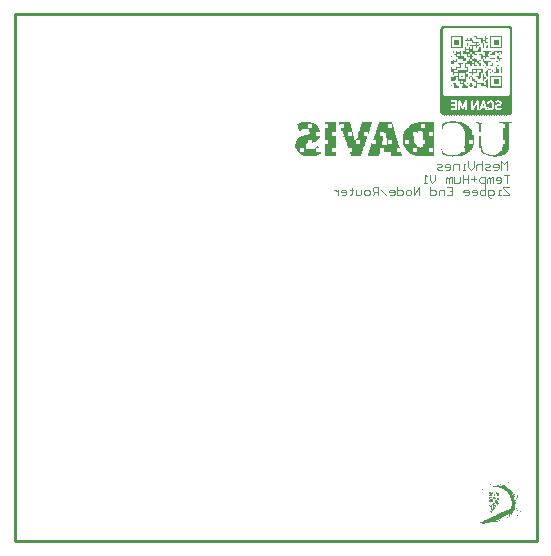
<source format=gbo>
G04*
G04 #@! TF.GenerationSoftware,Altium Limited,Altium Designer,19.1.7 (138)*
G04*
G04 Layer_Color=32896*
%FSLAX44Y44*%
%MOMM*%
G71*
G01*
G75*
%ADD10C,0.2540*%
%ADD12C,0.1000*%
G36*
X109118Y-88712D02*
X109194D01*
Y-88788D01*
X109420D01*
Y-88863D01*
X109496D01*
Y-88939D01*
X109572D01*
Y-88863D01*
X109496D01*
Y-88788D01*
X109572D01*
Y-88863D01*
X109647D01*
Y-88939D01*
X109723D01*
Y-89015D01*
X109798D01*
Y-89090D01*
X109874D01*
Y-89015D01*
X109798D01*
Y-88939D01*
X109874D01*
Y-89015D01*
X109950D01*
Y-89090D01*
X110025D01*
Y-89166D01*
X110101D01*
Y-89242D01*
X110176D01*
Y-89317D01*
X110252D01*
Y-89393D01*
X110328D01*
Y-89468D01*
X110403D01*
Y-89544D01*
X110479D01*
Y-89468D01*
X110403D01*
Y-89393D01*
X110328D01*
Y-89317D01*
X110252D01*
Y-89242D01*
X110176D01*
Y-89166D01*
X110101D01*
Y-89090D01*
X110025D01*
Y-89015D01*
X109950D01*
Y-88939D01*
X110025D01*
Y-89015D01*
X110101D01*
Y-89090D01*
X110176D01*
Y-89166D01*
X110252D01*
Y-89242D01*
X110328D01*
Y-89317D01*
X110403D01*
Y-89393D01*
X110479D01*
Y-89468D01*
X110555D01*
Y-89544D01*
X110630D01*
Y-89620D01*
X110706D01*
Y-89695D01*
X110781D01*
Y-89771D01*
X110857D01*
Y-89846D01*
X110933D01*
Y-89922D01*
X111008D01*
Y-89998D01*
X111084D01*
Y-90073D01*
X111008D01*
Y-89998D01*
X110933D01*
Y-89922D01*
X110857D01*
Y-89846D01*
X110781D01*
Y-89771D01*
X110706D01*
Y-89846D01*
X110781D01*
Y-89922D01*
X110857D01*
Y-89998D01*
X110933D01*
Y-90073D01*
X111008D01*
Y-90149D01*
X111084D01*
Y-90224D01*
X111008D01*
Y-90300D01*
X111084D01*
Y-90376D01*
X111159D01*
Y-90451D01*
X111235D01*
Y-90527D01*
X111311D01*
Y-90602D01*
X111386D01*
Y-90678D01*
X111311D01*
Y-90602D01*
X111235D01*
Y-90527D01*
X111159D01*
Y-90602D01*
X111235D01*
Y-90678D01*
X111311D01*
Y-90754D01*
X111386D01*
Y-90829D01*
X111311D01*
Y-90905D01*
X111462D01*
Y-90980D01*
Y-91056D01*
X111386D01*
Y-90980D01*
X111311D01*
Y-91056D01*
X111386D01*
Y-91132D01*
X111462D01*
Y-91207D01*
Y-91283D01*
Y-91358D01*
Y-91434D01*
Y-91510D01*
Y-91585D01*
Y-91661D01*
Y-91736D01*
Y-91812D01*
Y-91888D01*
Y-91963D01*
Y-92039D01*
Y-92114D01*
Y-92190D01*
Y-92266D01*
Y-92341D01*
Y-92417D01*
Y-92493D01*
Y-92568D01*
Y-92644D01*
Y-92719D01*
Y-92795D01*
Y-92871D01*
Y-92946D01*
Y-93022D01*
Y-93097D01*
Y-93173D01*
Y-93249D01*
Y-93324D01*
Y-93400D01*
Y-93475D01*
Y-93551D01*
Y-93627D01*
Y-93702D01*
Y-93778D01*
Y-93853D01*
Y-93929D01*
Y-94005D01*
Y-94080D01*
Y-94156D01*
Y-94231D01*
Y-94307D01*
Y-94383D01*
Y-94458D01*
Y-94534D01*
Y-94609D01*
Y-94685D01*
Y-94761D01*
Y-94836D01*
Y-94912D01*
Y-94987D01*
Y-95063D01*
Y-95139D01*
Y-95214D01*
Y-95290D01*
Y-95365D01*
Y-95441D01*
Y-95517D01*
Y-95592D01*
Y-95668D01*
Y-95744D01*
Y-95819D01*
Y-95895D01*
Y-95970D01*
Y-96046D01*
Y-96122D01*
Y-96197D01*
Y-96273D01*
Y-96348D01*
Y-96424D01*
Y-96500D01*
Y-96575D01*
Y-96651D01*
Y-96726D01*
Y-96802D01*
Y-96878D01*
Y-96953D01*
Y-97029D01*
Y-97105D01*
Y-97180D01*
Y-97256D01*
Y-97331D01*
Y-97407D01*
Y-97483D01*
Y-97558D01*
Y-97634D01*
Y-97709D01*
Y-97785D01*
Y-97860D01*
Y-97936D01*
Y-98012D01*
Y-98087D01*
Y-98163D01*
Y-98238D01*
Y-98314D01*
Y-98390D01*
Y-98465D01*
Y-98541D01*
Y-98617D01*
Y-98692D01*
Y-98768D01*
Y-98843D01*
Y-98919D01*
Y-98995D01*
Y-99070D01*
Y-99146D01*
Y-99221D01*
Y-99297D01*
Y-99373D01*
Y-99448D01*
Y-99524D01*
Y-99599D01*
Y-99675D01*
Y-99751D01*
Y-99826D01*
Y-99902D01*
Y-99977D01*
Y-100053D01*
Y-100129D01*
Y-100204D01*
Y-100280D01*
Y-100356D01*
Y-100431D01*
Y-100507D01*
Y-100582D01*
Y-100658D01*
Y-100733D01*
Y-100809D01*
Y-100885D01*
Y-100960D01*
Y-101036D01*
Y-101111D01*
Y-101187D01*
Y-101263D01*
Y-101338D01*
Y-101414D01*
Y-101490D01*
Y-101565D01*
Y-101641D01*
Y-101716D01*
Y-101792D01*
Y-101868D01*
Y-101943D01*
Y-102019D01*
Y-102094D01*
Y-102170D01*
Y-102246D01*
Y-102321D01*
Y-102397D01*
Y-102472D01*
Y-102548D01*
Y-102624D01*
Y-102699D01*
Y-102775D01*
Y-102850D01*
Y-102926D01*
Y-103002D01*
Y-103077D01*
Y-103153D01*
Y-103229D01*
Y-103304D01*
Y-103380D01*
Y-103455D01*
Y-103531D01*
Y-103607D01*
Y-103682D01*
Y-103758D01*
Y-103833D01*
Y-103909D01*
Y-103984D01*
Y-104060D01*
Y-104136D01*
Y-104211D01*
Y-104287D01*
Y-104363D01*
Y-104438D01*
Y-104514D01*
Y-104589D01*
Y-104665D01*
Y-104741D01*
Y-104816D01*
Y-104892D01*
Y-104967D01*
Y-105043D01*
Y-105119D01*
Y-105194D01*
Y-105270D01*
Y-105345D01*
Y-105421D01*
Y-105497D01*
Y-105572D01*
Y-105648D01*
Y-105723D01*
Y-105799D01*
Y-105875D01*
Y-105950D01*
Y-106026D01*
Y-106102D01*
Y-106177D01*
Y-106253D01*
Y-106328D01*
Y-106404D01*
Y-106480D01*
Y-106555D01*
Y-106631D01*
Y-106706D01*
Y-106782D01*
Y-106858D01*
Y-106933D01*
Y-107009D01*
Y-107084D01*
Y-107160D01*
Y-107235D01*
Y-107311D01*
Y-107387D01*
Y-107462D01*
Y-107538D01*
Y-107614D01*
Y-107689D01*
Y-107765D01*
Y-107840D01*
Y-107916D01*
Y-107992D01*
Y-108067D01*
Y-108143D01*
Y-108218D01*
Y-108294D01*
Y-108370D01*
Y-108445D01*
Y-108521D01*
Y-108596D01*
Y-108672D01*
Y-108748D01*
Y-108823D01*
Y-108899D01*
Y-108975D01*
Y-109050D01*
Y-109126D01*
Y-109201D01*
Y-109277D01*
Y-109353D01*
Y-109428D01*
Y-109504D01*
Y-109579D01*
Y-109655D01*
Y-109731D01*
Y-109806D01*
Y-109882D01*
Y-109957D01*
Y-110033D01*
Y-110109D01*
Y-110184D01*
Y-110260D01*
Y-110335D01*
Y-110411D01*
Y-110487D01*
Y-110562D01*
Y-110638D01*
Y-110713D01*
Y-110789D01*
Y-110865D01*
Y-110940D01*
Y-111016D01*
Y-111091D01*
Y-111167D01*
Y-111243D01*
Y-111318D01*
Y-111394D01*
Y-111469D01*
Y-111545D01*
Y-111621D01*
Y-111696D01*
Y-111772D01*
Y-111847D01*
Y-111923D01*
Y-111999D01*
Y-112074D01*
Y-112150D01*
Y-112226D01*
Y-112301D01*
Y-112377D01*
Y-112452D01*
Y-112528D01*
Y-112604D01*
Y-112679D01*
Y-112755D01*
Y-112830D01*
Y-112906D01*
Y-112982D01*
Y-113057D01*
Y-113133D01*
Y-113208D01*
Y-113284D01*
Y-113360D01*
Y-113435D01*
Y-113511D01*
Y-113586D01*
Y-113662D01*
Y-113738D01*
Y-113813D01*
Y-113889D01*
Y-113964D01*
Y-114040D01*
Y-114116D01*
Y-114191D01*
Y-114267D01*
Y-114342D01*
Y-114418D01*
Y-114494D01*
Y-114569D01*
Y-114645D01*
Y-114720D01*
Y-114796D01*
Y-114872D01*
Y-114947D01*
Y-115023D01*
Y-115098D01*
Y-115174D01*
Y-115250D01*
Y-115325D01*
Y-115401D01*
Y-115477D01*
Y-115552D01*
Y-115628D01*
Y-115703D01*
Y-115779D01*
Y-115855D01*
Y-115930D01*
Y-116006D01*
Y-116081D01*
Y-116157D01*
Y-116233D01*
Y-116308D01*
Y-116384D01*
Y-116459D01*
Y-116535D01*
Y-116611D01*
Y-116686D01*
Y-116762D01*
Y-116837D01*
Y-116913D01*
Y-116989D01*
Y-117064D01*
Y-117140D01*
Y-117215D01*
Y-117291D01*
Y-117367D01*
Y-117442D01*
Y-117518D01*
Y-117593D01*
Y-117669D01*
Y-117745D01*
Y-117820D01*
Y-117896D01*
Y-117971D01*
Y-118047D01*
Y-118123D01*
Y-118198D01*
Y-118274D01*
Y-118350D01*
Y-118425D01*
Y-118501D01*
Y-118576D01*
Y-118652D01*
Y-118728D01*
Y-118803D01*
Y-118879D01*
Y-118954D01*
Y-119030D01*
Y-119106D01*
Y-119181D01*
Y-119257D01*
Y-119332D01*
Y-119408D01*
Y-119484D01*
Y-119559D01*
Y-119635D01*
Y-119711D01*
Y-119786D01*
Y-119862D01*
Y-119937D01*
Y-120013D01*
Y-120089D01*
Y-120164D01*
Y-120240D01*
Y-120315D01*
Y-120391D01*
Y-120466D01*
Y-120542D01*
Y-120618D01*
Y-120693D01*
Y-120769D01*
Y-120844D01*
Y-120920D01*
Y-120996D01*
Y-121071D01*
Y-121147D01*
Y-121222D01*
Y-121298D01*
Y-121374D01*
Y-121449D01*
Y-121525D01*
Y-121601D01*
Y-121676D01*
Y-121752D01*
Y-121827D01*
Y-121903D01*
Y-121979D01*
Y-122054D01*
Y-122130D01*
Y-122205D01*
Y-122281D01*
Y-122357D01*
Y-122432D01*
Y-122508D01*
Y-122583D01*
Y-122659D01*
Y-122735D01*
Y-122810D01*
Y-122886D01*
Y-122962D01*
Y-123037D01*
Y-123113D01*
Y-123188D01*
Y-123264D01*
Y-123340D01*
Y-123415D01*
Y-123491D01*
Y-123566D01*
Y-123642D01*
Y-123717D01*
Y-123793D01*
Y-123869D01*
Y-123944D01*
Y-124020D01*
Y-124096D01*
Y-124171D01*
Y-124247D01*
Y-124322D01*
Y-124398D01*
Y-124474D01*
Y-124549D01*
Y-124625D01*
Y-124700D01*
Y-124776D01*
Y-124852D01*
Y-124927D01*
Y-125003D01*
Y-125078D01*
Y-125154D01*
Y-125230D01*
Y-125305D01*
Y-125381D01*
Y-125456D01*
Y-125532D01*
Y-125608D01*
Y-125683D01*
Y-125759D01*
Y-125835D01*
Y-125910D01*
Y-125986D01*
Y-126061D01*
Y-126137D01*
Y-126213D01*
Y-126288D01*
Y-126364D01*
Y-126439D01*
Y-126515D01*
Y-126590D01*
Y-126666D01*
Y-126742D01*
Y-126817D01*
Y-126893D01*
Y-126969D01*
Y-127044D01*
Y-127120D01*
Y-127195D01*
Y-127271D01*
Y-127347D01*
Y-127422D01*
Y-127498D01*
Y-127573D01*
Y-127649D01*
Y-127725D01*
Y-127800D01*
Y-127876D01*
Y-127951D01*
Y-128027D01*
Y-128103D01*
Y-128178D01*
Y-128254D01*
Y-128329D01*
Y-128405D01*
Y-128481D01*
Y-128556D01*
Y-128632D01*
Y-128708D01*
Y-128783D01*
Y-128859D01*
Y-128934D01*
Y-129010D01*
Y-129086D01*
Y-129161D01*
Y-129237D01*
Y-129312D01*
Y-129388D01*
Y-129464D01*
Y-129539D01*
Y-129615D01*
Y-129690D01*
Y-129766D01*
Y-129841D01*
Y-129917D01*
Y-129993D01*
Y-130068D01*
Y-130144D01*
Y-130220D01*
Y-130295D01*
Y-130371D01*
Y-130446D01*
Y-130522D01*
Y-130598D01*
Y-130673D01*
Y-130749D01*
Y-130824D01*
Y-130900D01*
Y-130976D01*
Y-131051D01*
Y-131127D01*
Y-131202D01*
Y-131278D01*
Y-131354D01*
Y-131429D01*
Y-131505D01*
Y-131580D01*
Y-131656D01*
Y-131732D01*
Y-131807D01*
Y-131883D01*
Y-131959D01*
Y-132034D01*
Y-132110D01*
Y-132185D01*
Y-132261D01*
Y-132337D01*
Y-132412D01*
Y-132488D01*
Y-132563D01*
Y-132639D01*
Y-132715D01*
Y-132790D01*
Y-132866D01*
Y-132941D01*
Y-133017D01*
Y-133093D01*
Y-133168D01*
Y-133244D01*
Y-133319D01*
Y-133395D01*
Y-133471D01*
Y-133546D01*
Y-133622D01*
Y-133697D01*
Y-133773D01*
Y-133849D01*
Y-133924D01*
Y-134000D01*
Y-134075D01*
Y-134151D01*
Y-134227D01*
Y-134302D01*
Y-134378D01*
Y-134453D01*
Y-134529D01*
Y-134605D01*
Y-134680D01*
Y-134756D01*
Y-134831D01*
Y-134907D01*
Y-134983D01*
Y-135058D01*
Y-135134D01*
Y-135210D01*
Y-135285D01*
Y-135361D01*
Y-135436D01*
Y-135512D01*
Y-135588D01*
Y-135663D01*
Y-135739D01*
Y-135814D01*
Y-135890D01*
Y-135966D01*
Y-136041D01*
Y-136117D01*
Y-136192D01*
Y-136268D01*
Y-136344D01*
Y-136419D01*
Y-136495D01*
Y-136570D01*
Y-136646D01*
Y-136722D01*
Y-136797D01*
Y-136873D01*
Y-136948D01*
Y-137024D01*
Y-137100D01*
Y-137175D01*
Y-137251D01*
Y-137326D01*
Y-137402D01*
Y-137478D01*
Y-137553D01*
Y-137629D01*
Y-137704D01*
Y-137780D01*
Y-137856D01*
Y-137931D01*
Y-138007D01*
Y-138083D01*
Y-138158D01*
Y-138234D01*
Y-138309D01*
Y-138385D01*
Y-138461D01*
Y-138536D01*
Y-138612D01*
Y-138687D01*
Y-138763D01*
Y-138839D01*
Y-138914D01*
Y-138990D01*
Y-139065D01*
Y-139141D01*
Y-139217D01*
Y-139292D01*
Y-139368D01*
Y-139443D01*
Y-139519D01*
Y-139595D01*
Y-139670D01*
Y-139746D01*
Y-139822D01*
Y-139897D01*
Y-139973D01*
Y-140048D01*
Y-140124D01*
Y-140199D01*
Y-140275D01*
Y-140351D01*
Y-140426D01*
Y-140502D01*
Y-140577D01*
Y-140653D01*
Y-140729D01*
Y-140804D01*
Y-140880D01*
Y-140955D01*
Y-141031D01*
Y-141107D01*
Y-141182D01*
Y-141258D01*
Y-141334D01*
Y-141409D01*
Y-141485D01*
Y-141560D01*
Y-141636D01*
Y-141712D01*
Y-141787D01*
Y-141863D01*
Y-141938D01*
Y-142014D01*
Y-142090D01*
Y-142165D01*
Y-142241D01*
Y-142317D01*
Y-142392D01*
Y-142468D01*
Y-142543D01*
Y-142619D01*
Y-142695D01*
Y-142770D01*
Y-142846D01*
Y-142921D01*
Y-142997D01*
Y-143073D01*
Y-143148D01*
Y-143224D01*
Y-143299D01*
Y-143375D01*
Y-143450D01*
Y-143526D01*
Y-143602D01*
Y-143677D01*
Y-143753D01*
Y-143829D01*
Y-143904D01*
Y-143980D01*
Y-144055D01*
Y-144131D01*
Y-144207D01*
Y-144282D01*
Y-144358D01*
Y-144433D01*
Y-144509D01*
Y-144585D01*
Y-144660D01*
Y-144736D01*
Y-144811D01*
Y-144887D01*
Y-144963D01*
Y-145038D01*
Y-145114D01*
Y-145189D01*
Y-145265D01*
Y-145341D01*
Y-145416D01*
Y-145492D01*
Y-145568D01*
Y-145643D01*
Y-145719D01*
Y-145794D01*
Y-145870D01*
Y-145946D01*
Y-146021D01*
Y-146097D01*
Y-146172D01*
Y-146248D01*
Y-146323D01*
Y-146399D01*
Y-146475D01*
Y-146550D01*
Y-146626D01*
Y-146702D01*
Y-146777D01*
Y-146853D01*
Y-146928D01*
Y-147004D01*
Y-147080D01*
Y-147155D01*
Y-147231D01*
Y-147306D01*
Y-147382D01*
Y-147458D01*
Y-147533D01*
Y-147609D01*
Y-147684D01*
Y-147760D01*
Y-147836D01*
Y-147911D01*
Y-147987D01*
Y-148062D01*
Y-148138D01*
Y-148214D01*
Y-148289D01*
Y-148365D01*
Y-148441D01*
Y-148516D01*
Y-148592D01*
Y-148667D01*
Y-148743D01*
Y-148819D01*
Y-148894D01*
Y-148970D01*
Y-149045D01*
Y-149121D01*
Y-149197D01*
Y-149272D01*
Y-149348D01*
Y-149423D01*
Y-149499D01*
Y-149575D01*
Y-149650D01*
Y-149726D01*
Y-149801D01*
Y-149877D01*
Y-149953D01*
Y-150028D01*
Y-150104D01*
Y-150179D01*
Y-150255D01*
Y-150331D01*
Y-150406D01*
Y-150482D01*
Y-150557D01*
Y-150633D01*
Y-150709D01*
Y-150784D01*
Y-150860D01*
Y-150935D01*
Y-151011D01*
Y-151087D01*
Y-151162D01*
Y-151238D01*
Y-151313D01*
Y-151389D01*
Y-151465D01*
Y-151540D01*
Y-151616D01*
Y-151692D01*
Y-151767D01*
Y-151843D01*
Y-151918D01*
Y-151994D01*
Y-152070D01*
Y-152145D01*
Y-152221D01*
Y-152296D01*
Y-152372D01*
Y-152448D01*
Y-152523D01*
Y-152599D01*
Y-152674D01*
Y-152750D01*
Y-152826D01*
Y-152901D01*
Y-152977D01*
Y-153052D01*
Y-153128D01*
Y-153204D01*
Y-153279D01*
Y-153355D01*
Y-153431D01*
Y-153506D01*
Y-153582D01*
Y-153657D01*
Y-153733D01*
Y-153808D01*
Y-153884D01*
Y-153960D01*
Y-154035D01*
Y-154111D01*
Y-154186D01*
Y-154262D01*
Y-154338D01*
Y-154413D01*
Y-154489D01*
Y-154565D01*
Y-154640D01*
Y-154716D01*
Y-154791D01*
Y-154867D01*
Y-154943D01*
Y-155018D01*
Y-155094D01*
Y-155169D01*
Y-155245D01*
Y-155321D01*
Y-155396D01*
Y-155472D01*
Y-155547D01*
Y-155623D01*
Y-155699D01*
Y-155774D01*
Y-155850D01*
Y-155925D01*
Y-156001D01*
Y-156077D01*
Y-156152D01*
Y-156228D01*
Y-156303D01*
Y-156379D01*
Y-156455D01*
Y-156530D01*
Y-156606D01*
Y-156681D01*
Y-156757D01*
Y-156833D01*
Y-156908D01*
Y-156984D01*
Y-157059D01*
Y-157135D01*
Y-157211D01*
Y-157286D01*
Y-157362D01*
Y-157437D01*
Y-157513D01*
Y-157589D01*
Y-157664D01*
Y-157740D01*
Y-157816D01*
Y-157891D01*
Y-157967D01*
Y-158042D01*
Y-158118D01*
Y-158194D01*
Y-158269D01*
Y-158345D01*
Y-158420D01*
Y-158496D01*
Y-158572D01*
Y-158647D01*
Y-158723D01*
Y-158798D01*
Y-158874D01*
Y-158950D01*
Y-159025D01*
Y-159101D01*
Y-159176D01*
Y-159252D01*
Y-159328D01*
Y-159403D01*
Y-159479D01*
Y-159555D01*
Y-159630D01*
Y-159706D01*
Y-159781D01*
Y-159857D01*
Y-159932D01*
Y-160008D01*
Y-160084D01*
Y-160159D01*
Y-160235D01*
Y-160310D01*
Y-160386D01*
Y-160462D01*
Y-160537D01*
Y-160613D01*
Y-160689D01*
Y-160764D01*
Y-160840D01*
Y-160915D01*
Y-160991D01*
Y-161067D01*
Y-161142D01*
Y-161218D01*
Y-161293D01*
Y-161369D01*
Y-161445D01*
Y-161520D01*
Y-161596D01*
Y-161671D01*
Y-161747D01*
Y-161823D01*
Y-161898D01*
Y-161974D01*
Y-162050D01*
Y-162125D01*
X111386D01*
Y-162050D01*
X111311D01*
Y-162125D01*
X111386D01*
Y-162201D01*
X111311D01*
Y-162276D01*
X111386D01*
Y-162352D01*
X111311D01*
Y-162276D01*
X111235D01*
Y-162352D01*
X111311D01*
Y-162428D01*
X111235D01*
Y-162352D01*
X111159D01*
Y-162428D01*
X111235D01*
Y-162503D01*
X111311D01*
Y-162579D01*
X111386D01*
Y-162654D01*
X111311D01*
Y-162579D01*
X111235D01*
Y-162503D01*
X111159D01*
Y-162579D01*
X111235D01*
Y-162654D01*
X111159D01*
Y-162730D01*
X111235D01*
Y-162806D01*
X111159D01*
Y-162730D01*
X111084D01*
Y-162806D01*
X111008D01*
Y-162881D01*
X111084D01*
Y-162957D01*
X111008D01*
Y-163032D01*
X111084D01*
Y-163108D01*
X111008D01*
Y-163032D01*
X110933D01*
Y-162957D01*
X110857D01*
Y-163032D01*
X110933D01*
Y-163108D01*
X111008D01*
Y-163183D01*
X111084D01*
Y-163259D01*
X111008D01*
Y-163183D01*
X110933D01*
Y-163108D01*
X110857D01*
Y-163183D01*
X110933D01*
Y-163259D01*
X110857D01*
Y-163335D01*
X110933D01*
Y-163410D01*
X110857D01*
Y-163335D01*
X110781D01*
Y-163259D01*
X110706D01*
Y-163335D01*
X110781D01*
Y-163410D01*
X110706D01*
Y-163486D01*
X110781D01*
Y-163561D01*
X110706D01*
Y-163486D01*
X110630D01*
Y-163410D01*
X110555D01*
Y-163486D01*
X110630D01*
Y-163561D01*
X110555D01*
Y-163637D01*
X110630D01*
Y-163713D01*
X110555D01*
Y-163637D01*
X110479D01*
Y-163561D01*
X110403D01*
Y-163637D01*
X110479D01*
Y-163713D01*
X110403D01*
Y-163788D01*
X110479D01*
Y-163864D01*
X110403D01*
Y-163788D01*
X110328D01*
Y-163713D01*
X110252D01*
Y-163788D01*
X110328D01*
Y-163864D01*
X110252D01*
Y-163940D01*
X110328D01*
Y-164015D01*
X110252D01*
Y-163940D01*
X110176D01*
Y-163864D01*
X110101D01*
Y-163940D01*
X110176D01*
Y-164015D01*
X110101D01*
Y-163940D01*
X110025D01*
Y-163864D01*
X109950D01*
Y-163940D01*
X110025D01*
Y-164015D01*
X109950D01*
Y-164091D01*
X110025D01*
Y-164166D01*
X109950D01*
Y-164091D01*
X109874D01*
Y-164015D01*
X109798D01*
Y-164091D01*
X109874D01*
Y-164166D01*
X109798D01*
Y-164091D01*
X109723D01*
Y-164166D01*
X109647D01*
Y-164242D01*
X109723D01*
Y-164318D01*
X109647D01*
Y-164242D01*
X109572D01*
Y-164166D01*
X109496D01*
Y-164242D01*
X109572D01*
Y-164318D01*
X109496D01*
Y-164242D01*
X109420D01*
Y-164166D01*
X109345D01*
Y-164242D01*
X109420D01*
Y-164318D01*
X109345D01*
Y-164242D01*
X109269D01*
Y-164318D01*
X109194D01*
Y-164393D01*
X109269D01*
Y-164469D01*
X109194D01*
Y-164393D01*
X109118D01*
Y-164318D01*
X109043D01*
Y-164393D01*
X109118D01*
Y-164469D01*
X109043D01*
Y-164393D01*
X108967D01*
Y-164318D01*
X108891D01*
Y-164393D01*
X108967D01*
Y-164469D01*
X108891D01*
Y-164393D01*
X108816D01*
Y-164318D01*
X108740D01*
Y-164393D01*
X108816D01*
Y-164469D01*
X108740D01*
Y-164393D01*
X108665D01*
Y-164318D01*
X108589D01*
Y-164393D01*
X108665D01*
Y-164469D01*
X108740D01*
Y-164544D01*
X108665D01*
Y-164469D01*
X108589D01*
Y-164393D01*
X108513D01*
Y-164318D01*
X108438D01*
Y-164393D01*
X108513D01*
Y-164469D01*
X108589D01*
Y-164544D01*
X108513D01*
Y-164469D01*
X108438D01*
Y-164393D01*
X108362D01*
Y-164318D01*
X108286D01*
Y-164393D01*
X108362D01*
Y-164469D01*
X108438D01*
Y-164544D01*
X108362D01*
Y-164469D01*
X108286D01*
Y-164393D01*
X108211D01*
Y-164318D01*
X108135D01*
Y-164393D01*
X108211D01*
Y-164469D01*
X108286D01*
Y-164544D01*
X108211D01*
Y-164469D01*
X108135D01*
Y-164544D01*
X108060D01*
Y-164469D01*
X107984D01*
Y-164393D01*
X107908D01*
Y-164318D01*
X107833D01*
Y-164393D01*
X107908D01*
Y-164469D01*
X107984D01*
Y-164544D01*
X107908D01*
Y-164469D01*
X107833D01*
Y-164544D01*
X107757D01*
Y-164469D01*
X107682D01*
Y-164393D01*
X107606D01*
Y-164318D01*
X107530D01*
Y-164393D01*
X107606D01*
Y-164469D01*
X107682D01*
Y-164544D01*
X107606D01*
Y-164469D01*
X107530D01*
Y-164544D01*
X107455D01*
Y-164469D01*
X107379D01*
Y-164393D01*
X107303D01*
Y-164318D01*
X107228D01*
Y-164393D01*
X107303D01*
Y-164469D01*
X107379D01*
Y-164544D01*
X107303D01*
Y-164469D01*
X107228D01*
Y-164393D01*
X107152D01*
Y-164318D01*
X107077D01*
Y-164393D01*
X107152D01*
Y-164469D01*
X107228D01*
Y-164544D01*
X107152D01*
Y-164469D01*
X107077D01*
Y-164393D01*
X107001D01*
Y-164318D01*
X106925D01*
Y-164393D01*
X107001D01*
Y-164469D01*
X107077D01*
Y-164544D01*
X107001D01*
Y-164469D01*
X106925D01*
Y-164544D01*
X106850D01*
Y-164469D01*
X106774D01*
Y-164393D01*
X106699D01*
Y-164318D01*
X106623D01*
Y-164393D01*
X106699D01*
Y-164469D01*
X106774D01*
Y-164544D01*
X106699D01*
Y-164469D01*
X106623D01*
Y-164544D01*
X106547D01*
Y-164469D01*
X106472D01*
Y-164393D01*
X106396D01*
Y-164318D01*
X106321D01*
Y-164393D01*
X106396D01*
Y-164469D01*
X106472D01*
Y-164544D01*
X106396D01*
Y-164469D01*
X106321D01*
Y-164544D01*
X106245D01*
Y-164469D01*
X106170D01*
Y-164393D01*
X106094D01*
Y-164318D01*
X106018D01*
Y-164393D01*
X106094D01*
Y-164469D01*
X106170D01*
Y-164544D01*
X106094D01*
Y-164469D01*
X106018D01*
Y-164393D01*
X105943D01*
Y-164318D01*
X105867D01*
Y-164393D01*
X105943D01*
Y-164469D01*
X106018D01*
Y-164544D01*
X105943D01*
Y-164469D01*
X105867D01*
Y-164393D01*
X105791D01*
Y-164318D01*
X105716D01*
Y-164393D01*
X105791D01*
Y-164469D01*
X105867D01*
Y-164544D01*
X105791D01*
Y-164469D01*
X105716D01*
Y-164544D01*
X105640D01*
Y-164469D01*
X105565D01*
Y-164393D01*
X105489D01*
Y-164318D01*
X105413D01*
Y-164393D01*
X105489D01*
Y-164469D01*
X105565D01*
Y-164544D01*
X105489D01*
Y-164469D01*
X105413D01*
Y-164544D01*
X105338D01*
Y-164469D01*
X105262D01*
Y-164393D01*
X105187D01*
Y-164318D01*
X105111D01*
Y-164393D01*
X105187D01*
Y-164469D01*
X105262D01*
Y-164544D01*
X105187D01*
Y-164469D01*
X105111D01*
Y-164544D01*
X105035D01*
Y-164469D01*
X104960D01*
Y-164393D01*
X104884D01*
Y-164318D01*
X104809D01*
Y-164393D01*
X104884D01*
Y-164469D01*
X104960D01*
Y-164544D01*
X104884D01*
Y-164469D01*
X104809D01*
Y-164393D01*
X104733D01*
Y-164318D01*
X104657D01*
Y-164393D01*
X104733D01*
Y-164469D01*
X104809D01*
Y-164544D01*
X104733D01*
Y-164469D01*
X104657D01*
Y-164393D01*
X104582D01*
Y-164318D01*
X104506D01*
Y-164393D01*
X104582D01*
Y-164469D01*
X104657D01*
Y-164544D01*
X104582D01*
Y-164469D01*
X104506D01*
Y-164544D01*
X104431D01*
Y-164469D01*
X104355D01*
Y-164393D01*
X104279D01*
Y-164318D01*
X104204D01*
Y-164393D01*
X104279D01*
Y-164469D01*
X104355D01*
Y-164544D01*
X104279D01*
Y-164469D01*
X104204D01*
Y-164544D01*
X104128D01*
Y-164469D01*
X104052D01*
Y-164393D01*
X103977D01*
Y-164318D01*
X103901D01*
Y-164393D01*
X103977D01*
Y-164469D01*
X104052D01*
Y-164544D01*
X103977D01*
Y-164469D01*
X103901D01*
Y-164544D01*
X103826D01*
Y-164469D01*
X103750D01*
Y-164393D01*
X103674D01*
Y-164318D01*
X103599D01*
Y-164393D01*
X103674D01*
Y-164469D01*
X103750D01*
Y-164544D01*
X103674D01*
Y-164469D01*
X103599D01*
Y-164393D01*
X103523D01*
Y-164318D01*
X103448D01*
Y-164393D01*
X103523D01*
Y-164469D01*
X103599D01*
Y-164544D01*
X103523D01*
Y-164469D01*
X103448D01*
Y-164393D01*
X103372D01*
Y-164318D01*
X103296D01*
Y-164393D01*
X103372D01*
Y-164469D01*
X103448D01*
Y-164544D01*
X103372D01*
Y-164469D01*
X103296D01*
Y-164544D01*
X103221D01*
Y-164469D01*
X103145D01*
Y-164393D01*
X103070D01*
Y-164318D01*
X102994D01*
Y-164393D01*
X103070D01*
Y-164469D01*
X103145D01*
Y-164544D01*
X103070D01*
Y-164469D01*
X102994D01*
Y-164544D01*
X102918D01*
Y-164469D01*
X102843D01*
Y-164393D01*
X102767D01*
Y-164318D01*
X102692D01*
Y-164393D01*
X102767D01*
Y-164469D01*
X102843D01*
Y-164544D01*
X102767D01*
Y-164469D01*
X102692D01*
Y-164544D01*
X102616D01*
Y-164469D01*
X102540D01*
Y-164393D01*
X102465D01*
Y-164318D01*
X102389D01*
Y-164393D01*
X102465D01*
Y-164469D01*
X102540D01*
Y-164544D01*
X102465D01*
Y-164469D01*
X102389D01*
Y-164393D01*
X102314D01*
Y-164318D01*
X102238D01*
Y-164393D01*
X102314D01*
Y-164469D01*
X102389D01*
Y-164544D01*
X102314D01*
Y-164469D01*
X102238D01*
Y-164393D01*
X102162D01*
Y-164318D01*
X102087D01*
Y-164393D01*
X102162D01*
Y-164469D01*
X102238D01*
Y-164544D01*
X102162D01*
Y-164469D01*
X102087D01*
Y-164544D01*
X102011D01*
Y-164469D01*
X101936D01*
Y-164393D01*
X101860D01*
Y-164318D01*
X101784D01*
Y-164393D01*
X101860D01*
Y-164469D01*
X101936D01*
Y-164544D01*
X101860D01*
Y-164469D01*
X101784D01*
Y-164544D01*
X101709D01*
Y-164469D01*
X101633D01*
Y-164393D01*
X101558D01*
Y-164318D01*
X101482D01*
Y-164393D01*
X101558D01*
Y-164469D01*
X101633D01*
Y-164544D01*
X101558D01*
Y-164469D01*
X101482D01*
Y-164544D01*
X101406D01*
Y-164469D01*
X101331D01*
Y-164393D01*
X101255D01*
Y-164318D01*
X101180D01*
Y-164393D01*
X101255D01*
Y-164469D01*
X101331D01*
Y-164544D01*
X101255D01*
Y-164469D01*
X101180D01*
Y-164393D01*
X101104D01*
Y-164318D01*
X101028D01*
Y-164393D01*
X101104D01*
Y-164469D01*
X101180D01*
Y-164544D01*
X101104D01*
Y-164469D01*
X101028D01*
Y-164393D01*
X100953D01*
Y-164318D01*
X100877D01*
Y-164393D01*
X100953D01*
Y-164469D01*
X101028D01*
Y-164544D01*
X100953D01*
Y-164469D01*
X100877D01*
Y-164544D01*
X100801D01*
Y-164469D01*
X100726D01*
Y-164393D01*
X100650D01*
Y-164318D01*
X100575D01*
Y-164393D01*
X100650D01*
Y-164469D01*
X100726D01*
Y-164544D01*
X100650D01*
Y-164469D01*
X100575D01*
Y-164544D01*
X100499D01*
Y-164469D01*
X100423D01*
Y-164393D01*
X100348D01*
Y-164318D01*
X100272D01*
Y-164393D01*
X100348D01*
Y-164469D01*
X100423D01*
Y-164544D01*
X100348D01*
Y-164469D01*
X100272D01*
Y-164544D01*
X100197D01*
Y-164469D01*
X100121D01*
Y-164393D01*
X100045D01*
Y-164318D01*
X99970D01*
Y-164393D01*
X100045D01*
Y-164469D01*
X100121D01*
Y-164544D01*
X100045D01*
Y-164469D01*
X99970D01*
Y-164393D01*
X99894D01*
Y-164318D01*
X99819D01*
Y-164393D01*
X99894D01*
Y-164469D01*
X99970D01*
Y-164544D01*
X99894D01*
Y-164469D01*
X99819D01*
Y-164393D01*
X99743D01*
Y-164318D01*
X99667D01*
Y-164393D01*
X99743D01*
Y-164469D01*
X99819D01*
Y-164544D01*
X99743D01*
Y-164469D01*
X99667D01*
Y-164544D01*
X99592D01*
Y-164469D01*
X99516D01*
Y-164393D01*
X99441D01*
Y-164318D01*
X99365D01*
Y-164393D01*
X99441D01*
Y-164469D01*
X99516D01*
Y-164544D01*
X99441D01*
Y-164469D01*
X99365D01*
Y-164544D01*
X99289D01*
Y-164469D01*
X99214D01*
Y-164393D01*
X99138D01*
Y-164318D01*
X99063D01*
Y-164393D01*
X99138D01*
Y-164469D01*
X99214D01*
Y-164544D01*
X99138D01*
Y-164469D01*
X99063D01*
Y-164544D01*
X98987D01*
Y-164469D01*
X98911D01*
Y-164393D01*
X98836D01*
Y-164318D01*
X98760D01*
Y-164393D01*
X98836D01*
Y-164469D01*
X98911D01*
Y-164544D01*
X98836D01*
Y-164469D01*
X98760D01*
Y-164393D01*
X98685D01*
Y-164318D01*
X98609D01*
Y-164393D01*
X98685D01*
Y-164469D01*
X98760D01*
Y-164544D01*
X98685D01*
Y-164469D01*
X98609D01*
Y-164393D01*
X98533D01*
Y-164318D01*
X98458D01*
Y-164393D01*
X98533D01*
Y-164469D01*
X98609D01*
Y-164544D01*
X98533D01*
Y-164469D01*
X98458D01*
Y-164544D01*
X98382D01*
Y-164469D01*
X98307D01*
Y-164393D01*
X98231D01*
Y-164318D01*
X98155D01*
Y-164393D01*
X98231D01*
Y-164469D01*
X98307D01*
Y-164544D01*
X98231D01*
Y-164469D01*
X98155D01*
Y-164544D01*
X98080D01*
Y-164469D01*
X98004D01*
Y-164393D01*
X97928D01*
Y-164318D01*
X97853D01*
Y-164393D01*
X97928D01*
Y-164469D01*
X98004D01*
Y-164544D01*
X97928D01*
Y-164469D01*
X97853D01*
Y-164544D01*
X97777D01*
Y-164469D01*
X97702D01*
Y-164393D01*
X97626D01*
Y-164318D01*
X97550D01*
Y-164393D01*
X97626D01*
Y-164469D01*
X97702D01*
Y-164544D01*
X97626D01*
Y-164469D01*
X97550D01*
Y-164393D01*
X97475D01*
Y-164318D01*
X97399D01*
Y-164393D01*
X97475D01*
Y-164469D01*
X97550D01*
Y-164544D01*
X97475D01*
Y-164469D01*
X97399D01*
Y-164393D01*
X97324D01*
Y-164318D01*
X97248D01*
Y-164393D01*
X97324D01*
Y-164469D01*
X97399D01*
Y-164544D01*
X97324D01*
Y-164469D01*
X97248D01*
Y-164544D01*
X97172D01*
Y-164469D01*
X97097D01*
Y-164393D01*
X97021D01*
Y-164318D01*
X96946D01*
Y-164393D01*
X97021D01*
Y-164469D01*
X97097D01*
Y-164544D01*
X97021D01*
Y-164469D01*
X96946D01*
Y-164544D01*
X96870D01*
Y-164469D01*
X96794D01*
Y-164393D01*
X96719D01*
Y-164318D01*
X96643D01*
Y-164393D01*
X96719D01*
Y-164469D01*
X96794D01*
Y-164544D01*
X96719D01*
Y-164469D01*
X96643D01*
Y-164544D01*
X96568D01*
Y-164469D01*
X96492D01*
Y-164393D01*
X96416D01*
Y-164318D01*
X96341D01*
Y-164393D01*
X96416D01*
Y-164469D01*
X96492D01*
Y-164544D01*
X96416D01*
Y-164469D01*
X96341D01*
Y-164393D01*
X96265D01*
Y-164318D01*
X96189D01*
Y-164393D01*
X96265D01*
Y-164469D01*
X96341D01*
Y-164544D01*
X96265D01*
Y-164469D01*
X96189D01*
Y-164393D01*
X96114D01*
Y-164318D01*
X96038D01*
Y-164393D01*
X96114D01*
Y-164469D01*
X96189D01*
Y-164544D01*
X96114D01*
Y-164469D01*
X96038D01*
Y-164544D01*
X95963D01*
Y-164469D01*
X95887D01*
Y-164393D01*
X95812D01*
Y-164318D01*
X95736D01*
Y-164393D01*
X95812D01*
Y-164469D01*
X95887D01*
Y-164544D01*
X95812D01*
Y-164469D01*
X95736D01*
Y-164544D01*
X95660D01*
Y-164469D01*
X95585D01*
Y-164393D01*
X95509D01*
Y-164318D01*
X95434D01*
Y-164393D01*
X95509D01*
Y-164469D01*
X95585D01*
Y-164544D01*
X95509D01*
Y-164469D01*
X95434D01*
Y-164544D01*
X95358D01*
Y-164469D01*
X95282D01*
Y-164393D01*
X95207D01*
Y-164318D01*
X95131D01*
Y-164393D01*
X95207D01*
Y-164469D01*
X95282D01*
Y-164544D01*
X95207D01*
Y-164469D01*
X95131D01*
Y-164393D01*
X95056D01*
Y-164318D01*
X94980D01*
Y-164393D01*
X95056D01*
Y-164469D01*
X95131D01*
Y-164544D01*
X95056D01*
Y-164469D01*
X94980D01*
Y-164393D01*
X94904D01*
Y-164318D01*
X94829D01*
Y-164393D01*
X94904D01*
Y-164469D01*
X94980D01*
Y-164544D01*
X94904D01*
Y-164469D01*
X94829D01*
Y-164544D01*
X94753D01*
Y-164469D01*
X94677D01*
Y-164393D01*
X94602D01*
Y-164318D01*
X94526D01*
Y-164393D01*
X94602D01*
Y-164469D01*
X94677D01*
Y-164544D01*
X94602D01*
Y-164469D01*
X94526D01*
Y-164544D01*
X94451D01*
Y-164469D01*
X94375D01*
Y-164393D01*
X94299D01*
Y-164318D01*
X94224D01*
Y-164393D01*
X94299D01*
Y-164469D01*
X94375D01*
Y-164544D01*
X94299D01*
Y-164469D01*
X94224D01*
Y-164544D01*
X94148D01*
Y-164469D01*
X94073D01*
Y-164393D01*
X93997D01*
Y-164318D01*
X93921D01*
Y-164393D01*
X93997D01*
Y-164469D01*
X94073D01*
Y-164544D01*
X93997D01*
Y-164469D01*
X93921D01*
Y-164393D01*
X93846D01*
Y-164318D01*
X93770D01*
Y-164393D01*
X93846D01*
Y-164469D01*
X93921D01*
Y-164544D01*
X93846D01*
Y-164469D01*
X93770D01*
Y-164393D01*
X93695D01*
Y-164318D01*
X93619D01*
Y-164393D01*
X93695D01*
Y-164469D01*
X93770D01*
Y-164544D01*
X93695D01*
Y-164469D01*
X93619D01*
Y-164544D01*
X93543D01*
Y-164469D01*
X93468D01*
Y-164393D01*
X93392D01*
Y-164318D01*
X93317D01*
Y-164393D01*
X93392D01*
Y-164469D01*
X93468D01*
Y-164544D01*
X93392D01*
Y-164469D01*
X93317D01*
Y-164544D01*
X93241D01*
Y-164469D01*
X93165D01*
Y-164393D01*
X93090D01*
Y-164318D01*
X93014D01*
Y-164393D01*
X93090D01*
Y-164469D01*
X93165D01*
Y-164544D01*
X93090D01*
Y-164469D01*
X93014D01*
Y-164544D01*
X92938D01*
Y-164469D01*
X92863D01*
Y-164393D01*
X92787D01*
Y-164318D01*
X92712D01*
Y-164393D01*
X92787D01*
Y-164469D01*
X92863D01*
Y-164544D01*
X92787D01*
Y-164469D01*
X92712D01*
Y-164393D01*
X92636D01*
Y-164318D01*
X92561D01*
Y-164393D01*
X92636D01*
Y-164469D01*
X92712D01*
Y-164544D01*
X92636D01*
Y-164469D01*
X92561D01*
Y-164393D01*
X92485D01*
Y-164318D01*
X92409D01*
Y-164393D01*
X92485D01*
Y-164469D01*
X92561D01*
Y-164544D01*
X92485D01*
Y-164469D01*
X92409D01*
Y-164544D01*
X92334D01*
Y-164469D01*
X92258D01*
Y-164393D01*
X92183D01*
Y-164318D01*
X92107D01*
Y-164393D01*
X92183D01*
Y-164469D01*
X92258D01*
Y-164544D01*
X92183D01*
Y-164469D01*
X92107D01*
Y-164544D01*
X92031D01*
Y-164469D01*
X91956D01*
Y-164393D01*
X91880D01*
Y-164318D01*
X91805D01*
Y-164393D01*
X91880D01*
Y-164469D01*
X91956D01*
Y-164544D01*
X91880D01*
Y-164469D01*
X91805D01*
Y-164544D01*
X91729D01*
Y-164469D01*
X91653D01*
Y-164393D01*
X91578D01*
Y-164318D01*
X91502D01*
Y-164393D01*
X91578D01*
Y-164469D01*
X91653D01*
Y-164544D01*
X91578D01*
Y-164469D01*
X91502D01*
Y-164393D01*
X91426D01*
Y-164318D01*
X91351D01*
Y-164393D01*
X91426D01*
Y-164469D01*
X91502D01*
Y-164544D01*
X91426D01*
Y-164469D01*
X91351D01*
Y-164393D01*
X91275D01*
Y-164318D01*
X91200D01*
Y-164393D01*
X91275D01*
Y-164469D01*
X91351D01*
Y-164544D01*
X91275D01*
Y-164469D01*
X91200D01*
Y-164544D01*
X91124D01*
Y-164469D01*
X91048D01*
Y-164393D01*
X90973D01*
Y-164318D01*
X90897D01*
Y-164393D01*
X90973D01*
Y-164469D01*
X91048D01*
Y-164544D01*
X90973D01*
Y-164469D01*
X90897D01*
Y-164544D01*
X90822D01*
Y-164469D01*
X90746D01*
Y-164393D01*
X90670D01*
Y-164318D01*
X90595D01*
Y-164393D01*
X90670D01*
Y-164469D01*
X90746D01*
Y-164544D01*
X90670D01*
Y-164469D01*
X90595D01*
Y-164544D01*
X90519D01*
Y-164469D01*
X90444D01*
Y-164393D01*
X90368D01*
Y-164318D01*
X90292D01*
Y-164393D01*
X90368D01*
Y-164469D01*
X90444D01*
Y-164544D01*
X90368D01*
Y-164469D01*
X90292D01*
Y-164393D01*
X90217D01*
Y-164318D01*
X90141D01*
Y-164393D01*
X90217D01*
Y-164469D01*
X90292D01*
Y-164544D01*
X90217D01*
Y-164469D01*
X90141D01*
Y-164393D01*
X90065D01*
Y-164318D01*
X89990D01*
Y-164393D01*
X90065D01*
Y-164469D01*
X90141D01*
Y-164544D01*
X90065D01*
Y-164469D01*
X89990D01*
Y-164544D01*
X89914D01*
Y-164469D01*
X89839D01*
Y-164393D01*
X89763D01*
Y-164318D01*
X89688D01*
Y-164393D01*
X89763D01*
Y-164469D01*
X89839D01*
Y-164544D01*
X89763D01*
Y-164469D01*
X89688D01*
Y-164544D01*
X89612D01*
Y-164469D01*
X89536D01*
Y-164393D01*
X89461D01*
Y-164318D01*
X89385D01*
Y-164393D01*
X89461D01*
Y-164469D01*
X89536D01*
Y-164544D01*
X89461D01*
Y-164469D01*
X89385D01*
Y-164544D01*
X89310D01*
Y-164469D01*
X89234D01*
Y-164393D01*
X89158D01*
Y-164318D01*
X89083D01*
Y-164393D01*
X89158D01*
Y-164469D01*
X89234D01*
Y-164544D01*
X89158D01*
Y-164469D01*
X89083D01*
Y-164393D01*
X89007D01*
Y-164318D01*
X88931D01*
Y-164393D01*
X89007D01*
Y-164469D01*
X89083D01*
Y-164544D01*
X89007D01*
Y-164469D01*
X88931D01*
Y-164393D01*
X88856D01*
Y-164318D01*
X88780D01*
Y-164393D01*
X88856D01*
Y-164469D01*
X88931D01*
Y-164544D01*
X88856D01*
Y-164469D01*
X88780D01*
Y-164544D01*
X88705D01*
Y-164469D01*
X88629D01*
Y-164393D01*
X88553D01*
Y-164318D01*
X88478D01*
Y-164393D01*
X88553D01*
Y-164469D01*
X88629D01*
Y-164544D01*
X88553D01*
Y-164469D01*
X88478D01*
Y-164544D01*
X88402D01*
Y-164469D01*
X88327D01*
Y-164393D01*
X88251D01*
Y-164318D01*
X88175D01*
Y-164393D01*
X88251D01*
Y-164469D01*
X88327D01*
Y-164544D01*
X88251D01*
Y-164469D01*
X88175D01*
Y-164544D01*
X88100D01*
Y-164469D01*
X88024D01*
Y-164393D01*
X87949D01*
Y-164318D01*
X87873D01*
Y-164393D01*
X87949D01*
Y-164469D01*
X88024D01*
Y-164544D01*
X87949D01*
Y-164469D01*
X87873D01*
Y-164393D01*
X87797D01*
Y-164318D01*
X87722D01*
Y-164393D01*
X87797D01*
Y-164469D01*
X87873D01*
Y-164544D01*
X87797D01*
Y-164469D01*
X87722D01*
Y-164393D01*
X87646D01*
Y-164318D01*
X87570D01*
Y-164393D01*
X87646D01*
Y-164469D01*
X87722D01*
Y-164544D01*
X87646D01*
Y-164469D01*
X87570D01*
Y-164544D01*
X87495D01*
Y-164469D01*
X87419D01*
Y-164393D01*
X87344D01*
Y-164318D01*
X87268D01*
Y-164393D01*
X87344D01*
Y-164469D01*
X87419D01*
Y-164544D01*
X87344D01*
Y-164469D01*
X87268D01*
Y-164544D01*
X87192D01*
Y-164469D01*
X87117D01*
Y-164393D01*
X87041D01*
Y-164318D01*
X86966D01*
Y-164393D01*
X87041D01*
Y-164469D01*
X87117D01*
Y-164544D01*
X87041D01*
Y-164469D01*
X86966D01*
Y-164544D01*
X86890D01*
Y-164469D01*
X86814D01*
Y-164393D01*
X86739D01*
Y-164318D01*
X86663D01*
Y-164393D01*
X86739D01*
Y-164469D01*
X86814D01*
Y-164544D01*
X86739D01*
Y-164469D01*
X86663D01*
Y-164393D01*
X86588D01*
Y-164318D01*
X86512D01*
Y-164393D01*
X86588D01*
Y-164469D01*
X86663D01*
Y-164544D01*
X86588D01*
Y-164469D01*
X86512D01*
Y-164393D01*
X86437D01*
Y-164318D01*
X86361D01*
Y-164393D01*
X86437D01*
Y-164469D01*
X86512D01*
Y-164544D01*
X86437D01*
Y-164469D01*
X86361D01*
Y-164544D01*
X86285D01*
Y-164469D01*
X86210D01*
Y-164393D01*
X86134D01*
Y-164318D01*
X86059D01*
Y-164393D01*
X86134D01*
Y-164469D01*
X86210D01*
Y-164544D01*
X86134D01*
Y-164469D01*
X86059D01*
Y-164544D01*
X85983D01*
Y-164469D01*
X85907D01*
Y-164393D01*
X85832D01*
Y-164318D01*
X85756D01*
Y-164393D01*
X85832D01*
Y-164469D01*
X85907D01*
Y-164544D01*
X85832D01*
Y-164469D01*
X85756D01*
Y-164544D01*
X85680D01*
Y-164469D01*
X85605D01*
Y-164393D01*
X85529D01*
Y-164318D01*
X85454D01*
Y-164393D01*
X85529D01*
Y-164469D01*
X85605D01*
Y-164544D01*
X85529D01*
Y-164469D01*
X85454D01*
Y-164393D01*
X85378D01*
Y-164318D01*
X85302D01*
Y-164393D01*
X85378D01*
Y-164469D01*
X85454D01*
Y-164544D01*
X85378D01*
Y-164469D01*
X85302D01*
Y-164393D01*
X85227D01*
Y-164318D01*
X85151D01*
Y-164393D01*
X85227D01*
Y-164469D01*
X85302D01*
Y-164544D01*
X85227D01*
Y-164469D01*
X85151D01*
Y-164544D01*
X85076D01*
Y-164469D01*
X85000D01*
Y-164393D01*
X84924D01*
Y-164318D01*
X84849D01*
Y-164393D01*
X84924D01*
Y-164469D01*
X85000D01*
Y-164544D01*
X84924D01*
Y-164469D01*
X84849D01*
Y-164544D01*
X84773D01*
Y-164469D01*
X84698D01*
Y-164393D01*
X84622D01*
Y-164318D01*
X84546D01*
Y-164393D01*
X84622D01*
Y-164469D01*
X84698D01*
Y-164544D01*
X84622D01*
Y-164469D01*
X84546D01*
Y-164544D01*
X84471D01*
Y-164469D01*
X84395D01*
Y-164393D01*
X84319D01*
Y-164318D01*
X84244D01*
Y-164393D01*
X84319D01*
Y-164469D01*
X84395D01*
Y-164544D01*
X84319D01*
Y-164469D01*
X84244D01*
Y-164393D01*
X84168D01*
Y-164318D01*
X84093D01*
Y-164393D01*
X84168D01*
Y-164469D01*
X84244D01*
Y-164544D01*
X84168D01*
Y-164469D01*
X84093D01*
Y-164393D01*
X84017D01*
Y-164318D01*
X83941D01*
Y-164393D01*
X84017D01*
Y-164469D01*
X84093D01*
Y-164544D01*
X84017D01*
Y-164469D01*
X83941D01*
Y-164544D01*
X83866D01*
Y-164469D01*
X83790D01*
Y-164393D01*
X83715D01*
Y-164318D01*
X83639D01*
Y-164393D01*
X83715D01*
Y-164469D01*
X83790D01*
Y-164544D01*
X83715D01*
Y-164469D01*
X83639D01*
Y-164544D01*
X83563D01*
Y-164469D01*
X83488D01*
Y-164393D01*
X83412D01*
Y-164318D01*
X83337D01*
Y-164393D01*
X83412D01*
Y-164469D01*
X83488D01*
Y-164544D01*
X83412D01*
Y-164469D01*
X83337D01*
Y-164544D01*
X83261D01*
Y-164469D01*
X83185D01*
Y-164393D01*
X83110D01*
Y-164318D01*
X83034D01*
Y-164393D01*
X83110D01*
Y-164469D01*
X83185D01*
Y-164544D01*
X83110D01*
Y-164469D01*
X83034D01*
Y-164393D01*
X82959D01*
Y-164318D01*
X82883D01*
Y-164393D01*
X82959D01*
Y-164469D01*
X83034D01*
Y-164544D01*
X82959D01*
Y-164469D01*
X82883D01*
Y-164393D01*
X82807D01*
Y-164318D01*
X82732D01*
Y-164393D01*
X82807D01*
Y-164469D01*
X82883D01*
Y-164544D01*
X82807D01*
Y-164469D01*
X82732D01*
Y-164544D01*
X82656D01*
Y-164469D01*
X82581D01*
Y-164393D01*
X82505D01*
Y-164318D01*
X82429D01*
Y-164393D01*
X82505D01*
Y-164469D01*
X82581D01*
Y-164544D01*
X82505D01*
Y-164469D01*
X82429D01*
Y-164544D01*
X82354D01*
Y-164469D01*
X82278D01*
Y-164393D01*
X82203D01*
Y-164318D01*
X82127D01*
Y-164393D01*
X82203D01*
Y-164469D01*
X82278D01*
Y-164544D01*
X82203D01*
Y-164469D01*
X82127D01*
Y-164544D01*
X82051D01*
Y-164469D01*
X81976D01*
Y-164393D01*
X81900D01*
Y-164318D01*
X81825D01*
Y-164393D01*
X81900D01*
Y-164469D01*
X81976D01*
Y-164544D01*
X81900D01*
Y-164469D01*
X81825D01*
Y-164393D01*
X81749D01*
Y-164318D01*
X81673D01*
Y-164393D01*
X81749D01*
Y-164469D01*
X81825D01*
Y-164544D01*
X81749D01*
Y-164469D01*
X81673D01*
Y-164393D01*
X81598D01*
Y-164318D01*
X81522D01*
Y-164393D01*
X81598D01*
Y-164469D01*
X81673D01*
Y-164544D01*
X81598D01*
Y-164469D01*
X81522D01*
Y-164544D01*
X81447D01*
Y-164469D01*
X81371D01*
Y-164393D01*
X81295D01*
Y-164318D01*
X81220D01*
Y-164393D01*
X81295D01*
Y-164469D01*
X81371D01*
Y-164544D01*
X81295D01*
Y-164469D01*
X81220D01*
Y-164544D01*
X81144D01*
Y-164469D01*
X81068D01*
Y-164393D01*
X80993D01*
Y-164318D01*
X80917D01*
Y-164393D01*
X80993D01*
Y-164469D01*
X81068D01*
Y-164544D01*
X80993D01*
Y-164469D01*
X80917D01*
Y-164544D01*
X80842D01*
Y-164469D01*
X80766D01*
Y-164393D01*
X80690D01*
Y-164318D01*
X80615D01*
Y-164393D01*
X80690D01*
Y-164469D01*
X80766D01*
Y-164544D01*
X80690D01*
Y-164469D01*
X80615D01*
Y-164393D01*
X80539D01*
Y-164318D01*
X80464D01*
Y-164393D01*
X80539D01*
Y-164469D01*
X80615D01*
Y-164544D01*
X80539D01*
Y-164469D01*
X80464D01*
Y-164393D01*
X80388D01*
Y-164318D01*
X80312D01*
Y-164393D01*
X80388D01*
Y-164469D01*
X80464D01*
Y-164544D01*
X80388D01*
Y-164469D01*
X80312D01*
Y-164544D01*
X80237D01*
Y-164469D01*
X80161D01*
Y-164393D01*
X80086D01*
Y-164318D01*
X80010D01*
Y-164393D01*
X80086D01*
Y-164469D01*
X80161D01*
Y-164544D01*
X80086D01*
Y-164469D01*
X80010D01*
Y-164544D01*
X79934D01*
Y-164469D01*
X79859D01*
Y-164393D01*
X79783D01*
Y-164318D01*
X79708D01*
Y-164393D01*
X79783D01*
Y-164469D01*
X79859D01*
Y-164544D01*
X79783D01*
Y-164469D01*
X79708D01*
Y-164544D01*
X79632D01*
Y-164469D01*
X79556D01*
Y-164393D01*
X79481D01*
Y-164318D01*
X79405D01*
Y-164393D01*
X79481D01*
Y-164469D01*
X79556D01*
Y-164544D01*
X79481D01*
Y-164469D01*
X79405D01*
Y-164393D01*
X79330D01*
Y-164318D01*
X79254D01*
Y-164393D01*
X79330D01*
Y-164469D01*
X79405D01*
Y-164544D01*
X79330D01*
Y-164469D01*
X79254D01*
Y-164393D01*
X79178D01*
Y-164318D01*
X79103D01*
Y-164393D01*
X79178D01*
Y-164469D01*
X79254D01*
Y-164544D01*
X79178D01*
Y-164469D01*
X79103D01*
Y-164544D01*
X79027D01*
Y-164469D01*
X78952D01*
Y-164393D01*
X78876D01*
Y-164318D01*
X78800D01*
Y-164393D01*
X78876D01*
Y-164469D01*
X78952D01*
Y-164544D01*
X78876D01*
Y-164469D01*
X78800D01*
Y-164544D01*
X78725D01*
Y-164469D01*
X78649D01*
Y-164393D01*
X78573D01*
Y-164318D01*
X78498D01*
Y-164393D01*
X78573D01*
Y-164469D01*
X78649D01*
Y-164544D01*
X78573D01*
Y-164469D01*
X78498D01*
Y-164544D01*
X78422D01*
Y-164469D01*
X78347D01*
Y-164393D01*
X78271D01*
Y-164318D01*
X78196D01*
Y-164393D01*
X78271D01*
Y-164469D01*
X78347D01*
Y-164544D01*
X78271D01*
Y-164469D01*
X78196D01*
Y-164393D01*
X78120D01*
Y-164318D01*
X78044D01*
Y-164393D01*
X78120D01*
Y-164469D01*
X78196D01*
Y-164544D01*
X78120D01*
Y-164469D01*
X78044D01*
Y-164393D01*
X77969D01*
Y-164318D01*
X77893D01*
Y-164393D01*
X77969D01*
Y-164469D01*
X78044D01*
Y-164544D01*
X77969D01*
Y-164469D01*
X77893D01*
Y-164544D01*
X77817D01*
Y-164469D01*
X77742D01*
Y-164393D01*
X77666D01*
Y-164318D01*
X77591D01*
Y-164393D01*
X77666D01*
Y-164469D01*
X77742D01*
Y-164544D01*
X77666D01*
Y-164469D01*
X77591D01*
Y-164544D01*
X77515D01*
Y-164469D01*
X77439D01*
Y-164393D01*
X77364D01*
Y-164318D01*
X77288D01*
Y-164393D01*
X77364D01*
Y-164469D01*
X77439D01*
Y-164544D01*
X77364D01*
Y-164469D01*
X77288D01*
Y-164544D01*
X77213D01*
Y-164469D01*
X77137D01*
Y-164393D01*
X77061D01*
Y-164318D01*
X76986D01*
Y-164393D01*
X77061D01*
Y-164469D01*
X77137D01*
Y-164544D01*
X77061D01*
Y-164469D01*
X76986D01*
Y-164393D01*
X76910D01*
Y-164318D01*
X76835D01*
Y-164393D01*
X76910D01*
Y-164469D01*
X76986D01*
Y-164544D01*
X76910D01*
Y-164469D01*
X76835D01*
Y-164393D01*
X76759D01*
Y-164318D01*
X76683D01*
Y-164393D01*
X76759D01*
Y-164469D01*
X76835D01*
Y-164544D01*
X76759D01*
Y-164469D01*
X76683D01*
Y-164544D01*
X76608D01*
Y-164469D01*
X76532D01*
Y-164393D01*
X76457D01*
Y-164318D01*
X76381D01*
Y-164393D01*
X76457D01*
Y-164469D01*
X76532D01*
Y-164544D01*
X76457D01*
Y-164469D01*
X76381D01*
Y-164544D01*
X76305D01*
Y-164469D01*
X76230D01*
Y-164393D01*
X76154D01*
Y-164318D01*
X76079D01*
Y-164393D01*
X76154D01*
Y-164469D01*
X76230D01*
Y-164544D01*
X76154D01*
Y-164469D01*
X76079D01*
Y-164544D01*
X76003D01*
Y-164469D01*
X75927D01*
Y-164393D01*
X75852D01*
Y-164318D01*
X75776D01*
Y-164393D01*
X75852D01*
Y-164469D01*
X75927D01*
Y-164544D01*
X75852D01*
Y-164469D01*
X75776D01*
Y-164393D01*
X75700D01*
Y-164318D01*
X75625D01*
Y-164393D01*
X75700D01*
Y-164469D01*
X75776D01*
Y-164544D01*
X75700D01*
Y-164469D01*
X75625D01*
Y-164393D01*
X75549D01*
Y-164318D01*
X75474D01*
Y-164393D01*
X75549D01*
Y-164469D01*
X75625D01*
Y-164544D01*
X75549D01*
Y-164469D01*
X75474D01*
Y-164544D01*
X75398D01*
Y-164469D01*
X75322D01*
Y-164393D01*
X75247D01*
Y-164318D01*
X75171D01*
Y-164393D01*
X75247D01*
Y-164469D01*
X75322D01*
Y-164544D01*
X75247D01*
Y-164469D01*
X75171D01*
Y-164544D01*
X75096D01*
Y-164469D01*
X75020D01*
Y-164393D01*
X74945D01*
Y-164318D01*
X74869D01*
Y-164393D01*
X74945D01*
Y-164469D01*
X75020D01*
Y-164544D01*
X74945D01*
Y-164469D01*
X74869D01*
Y-164544D01*
X74793D01*
Y-164469D01*
X74718D01*
Y-164393D01*
X74642D01*
Y-164318D01*
X74566D01*
Y-164393D01*
X74642D01*
Y-164469D01*
X74718D01*
Y-164544D01*
X74642D01*
Y-164469D01*
X74566D01*
Y-164393D01*
X74491D01*
Y-164318D01*
X74415D01*
Y-164393D01*
X74491D01*
Y-164469D01*
X74566D01*
Y-164544D01*
X74491D01*
Y-164469D01*
X74415D01*
Y-164393D01*
X74340D01*
Y-164318D01*
X74264D01*
Y-164393D01*
X74340D01*
Y-164469D01*
X74415D01*
Y-164544D01*
X74340D01*
Y-164469D01*
X74264D01*
Y-164544D01*
X74188D01*
Y-164469D01*
X74113D01*
Y-164393D01*
X74037D01*
Y-164318D01*
X73962D01*
Y-164393D01*
X74037D01*
Y-164469D01*
X74113D01*
Y-164544D01*
X74037D01*
Y-164469D01*
X73962D01*
Y-164544D01*
X73886D01*
Y-164469D01*
X73810D01*
Y-164393D01*
X73735D01*
Y-164318D01*
X73659D01*
Y-164393D01*
X73735D01*
Y-164469D01*
X73810D01*
Y-164544D01*
X73735D01*
Y-164469D01*
X73659D01*
Y-164544D01*
X73583D01*
Y-164469D01*
X73508D01*
Y-164393D01*
X73432D01*
Y-164318D01*
X73357D01*
Y-164393D01*
X73432D01*
Y-164469D01*
X73508D01*
Y-164544D01*
X73432D01*
Y-164469D01*
X73357D01*
Y-164393D01*
X73281D01*
Y-164318D01*
X73205D01*
Y-164393D01*
X73281D01*
Y-164469D01*
X73357D01*
Y-164544D01*
X73281D01*
Y-164469D01*
X73205D01*
Y-164393D01*
X73130D01*
Y-164318D01*
X73054D01*
Y-164393D01*
X73130D01*
Y-164469D01*
X73205D01*
Y-164544D01*
X73130D01*
Y-164469D01*
X73054D01*
Y-164544D01*
X72979D01*
Y-164469D01*
X72903D01*
Y-164393D01*
X72828D01*
Y-164318D01*
X72752D01*
Y-164393D01*
X72828D01*
Y-164469D01*
X72903D01*
Y-164544D01*
X72828D01*
Y-164469D01*
X72752D01*
Y-164544D01*
X72676D01*
Y-164469D01*
X72601D01*
Y-164393D01*
X72525D01*
Y-164318D01*
X72449D01*
Y-164393D01*
X72525D01*
Y-164469D01*
X72601D01*
Y-164544D01*
X72525D01*
Y-164469D01*
X72449D01*
Y-164544D01*
X72374D01*
Y-164469D01*
X72298D01*
Y-164393D01*
X72223D01*
Y-164318D01*
X72147D01*
Y-164393D01*
X72223D01*
Y-164469D01*
X72298D01*
Y-164544D01*
X72223D01*
Y-164469D01*
X72147D01*
Y-164393D01*
X72071D01*
Y-164318D01*
X71996D01*
Y-164393D01*
X72071D01*
Y-164469D01*
X72147D01*
Y-164544D01*
X72071D01*
Y-164469D01*
X71996D01*
Y-164393D01*
X71920D01*
Y-164318D01*
X71845D01*
Y-164393D01*
X71920D01*
Y-164469D01*
X71996D01*
Y-164544D01*
X71920D01*
Y-164469D01*
X71845D01*
Y-164544D01*
X71769D01*
Y-164469D01*
X71693D01*
Y-164393D01*
X71618D01*
Y-164318D01*
X71542D01*
Y-164393D01*
X71618D01*
Y-164469D01*
X71693D01*
Y-164544D01*
X71618D01*
Y-164469D01*
X71542D01*
Y-164544D01*
X71467D01*
Y-164469D01*
X71391D01*
Y-164393D01*
X71315D01*
Y-164318D01*
X71240D01*
Y-164393D01*
X71315D01*
Y-164469D01*
X71391D01*
Y-164544D01*
X71315D01*
Y-164469D01*
X71240D01*
Y-164544D01*
X71164D01*
Y-164469D01*
X71089D01*
Y-164393D01*
X71013D01*
Y-164318D01*
X70937D01*
Y-164393D01*
X71013D01*
Y-164469D01*
X71089D01*
Y-164544D01*
X71013D01*
Y-164469D01*
X70937D01*
Y-164393D01*
X70862D01*
Y-164318D01*
X70786D01*
Y-164393D01*
X70862D01*
Y-164469D01*
X70937D01*
Y-164544D01*
X70862D01*
Y-164469D01*
X70786D01*
Y-164393D01*
X70711D01*
Y-164318D01*
X70635D01*
Y-164393D01*
X70711D01*
Y-164469D01*
X70786D01*
Y-164544D01*
X70711D01*
Y-164469D01*
X70635D01*
Y-164544D01*
X70559D01*
Y-164469D01*
X70484D01*
Y-164393D01*
X70408D01*
Y-164318D01*
X70332D01*
Y-164393D01*
X70408D01*
Y-164469D01*
X70484D01*
Y-164544D01*
X70408D01*
Y-164469D01*
X70332D01*
Y-164544D01*
X70257D01*
Y-164469D01*
X70181D01*
Y-164393D01*
X70106D01*
Y-164318D01*
X70030D01*
Y-164393D01*
X70106D01*
Y-164469D01*
X70181D01*
Y-164544D01*
X70106D01*
Y-164469D01*
X70030D01*
Y-164544D01*
X69955D01*
Y-164469D01*
X69879D01*
Y-164393D01*
X69803D01*
Y-164318D01*
X69728D01*
Y-164393D01*
X69803D01*
Y-164469D01*
X69879D01*
Y-164544D01*
X69803D01*
Y-164469D01*
X69728D01*
Y-164393D01*
X69652D01*
Y-164318D01*
X69577D01*
Y-164393D01*
X69652D01*
Y-164469D01*
X69728D01*
Y-164544D01*
X69652D01*
Y-164469D01*
X69577D01*
Y-164393D01*
X69501D01*
Y-164318D01*
X69425D01*
Y-164393D01*
X69501D01*
Y-164469D01*
X69577D01*
Y-164544D01*
X69501D01*
Y-164469D01*
X69425D01*
Y-164544D01*
X69350D01*
Y-164469D01*
X69274D01*
Y-164393D01*
X69198D01*
Y-164318D01*
X69123D01*
Y-164393D01*
X69198D01*
Y-164469D01*
X69274D01*
Y-164544D01*
X69198D01*
Y-164469D01*
X69123D01*
Y-164544D01*
X69047D01*
Y-164469D01*
X68972D01*
Y-164393D01*
X68896D01*
Y-164318D01*
X68820D01*
Y-164393D01*
X68896D01*
Y-164469D01*
X68972D01*
Y-164544D01*
X68896D01*
Y-164469D01*
X68820D01*
Y-164544D01*
X68745D01*
Y-164469D01*
X68669D01*
Y-164393D01*
X68594D01*
Y-164318D01*
X68518D01*
Y-164393D01*
X68594D01*
Y-164469D01*
X68669D01*
Y-164544D01*
X68594D01*
Y-164469D01*
X68518D01*
Y-164393D01*
X68442D01*
Y-164318D01*
X68367D01*
Y-164393D01*
X68442D01*
Y-164469D01*
X68518D01*
Y-164544D01*
X68442D01*
Y-164469D01*
X68367D01*
Y-164393D01*
X68291D01*
Y-164318D01*
X68216D01*
Y-164393D01*
X68291D01*
Y-164469D01*
X68367D01*
Y-164544D01*
X68291D01*
Y-164469D01*
X68216D01*
Y-164544D01*
X68140D01*
Y-164469D01*
X68064D01*
Y-164393D01*
X67989D01*
Y-164318D01*
X67913D01*
Y-164393D01*
X67989D01*
Y-164469D01*
X68064D01*
Y-164544D01*
X67989D01*
Y-164469D01*
X67913D01*
Y-164544D01*
X67838D01*
Y-164469D01*
X67762D01*
Y-164393D01*
X67686D01*
Y-164318D01*
X67611D01*
Y-164393D01*
X67686D01*
Y-164469D01*
X67762D01*
Y-164544D01*
X67686D01*
Y-164469D01*
X67611D01*
Y-164544D01*
X67535D01*
Y-164469D01*
X67460D01*
Y-164393D01*
X67384D01*
Y-164318D01*
X67308D01*
Y-164393D01*
X67384D01*
Y-164469D01*
X67460D01*
Y-164544D01*
X67384D01*
Y-164469D01*
X67308D01*
Y-164393D01*
X67233D01*
Y-164318D01*
X67157D01*
Y-164393D01*
X67233D01*
Y-164469D01*
X67308D01*
Y-164544D01*
X67233D01*
Y-164469D01*
X67157D01*
Y-164393D01*
X67081D01*
Y-164318D01*
X67006D01*
Y-164393D01*
X67081D01*
Y-164469D01*
X67157D01*
Y-164544D01*
X67081D01*
Y-164469D01*
X67006D01*
Y-164544D01*
X66930D01*
Y-164469D01*
X66855D01*
Y-164393D01*
X66779D01*
Y-164318D01*
X66704D01*
Y-164393D01*
X66779D01*
Y-164469D01*
X66855D01*
Y-164544D01*
X66779D01*
Y-164469D01*
X66704D01*
Y-164544D01*
X66628D01*
Y-164469D01*
X66552D01*
Y-164393D01*
X66477D01*
Y-164318D01*
X66401D01*
Y-164393D01*
X66477D01*
Y-164469D01*
X66552D01*
Y-164544D01*
X66477D01*
Y-164469D01*
X66401D01*
Y-164544D01*
X66325D01*
Y-164469D01*
X66250D01*
Y-164393D01*
X66174D01*
Y-164318D01*
X66099D01*
Y-164393D01*
X66174D01*
Y-164469D01*
X66250D01*
Y-164544D01*
X66174D01*
Y-164469D01*
X66099D01*
Y-164393D01*
X66023D01*
Y-164318D01*
X65947D01*
Y-164393D01*
X66023D01*
Y-164469D01*
X66099D01*
Y-164544D01*
X66023D01*
Y-164469D01*
X65947D01*
Y-164393D01*
X65872D01*
Y-164318D01*
X65796D01*
Y-164393D01*
X65872D01*
Y-164469D01*
X65947D01*
Y-164544D01*
X65872D01*
Y-164469D01*
X65796D01*
Y-164544D01*
X65721D01*
Y-164469D01*
X65645D01*
Y-164393D01*
X65569D01*
Y-164318D01*
X65494D01*
Y-164393D01*
X65569D01*
Y-164469D01*
X65645D01*
Y-164544D01*
X65569D01*
Y-164469D01*
X65494D01*
Y-164544D01*
X65418D01*
Y-164469D01*
X65343D01*
Y-164393D01*
X65267D01*
Y-164318D01*
X65191D01*
Y-164393D01*
X65267D01*
Y-164469D01*
X65343D01*
Y-164544D01*
X65267D01*
Y-164469D01*
X65191D01*
Y-164544D01*
X65116D01*
Y-164469D01*
X65040D01*
Y-164393D01*
X64964D01*
Y-164318D01*
X64889D01*
Y-164393D01*
X64964D01*
Y-164469D01*
X65040D01*
Y-164544D01*
X64964D01*
Y-164469D01*
X64889D01*
Y-164393D01*
X64813D01*
Y-164318D01*
X64738D01*
Y-164393D01*
X64813D01*
Y-164469D01*
X64889D01*
Y-164544D01*
X64813D01*
Y-164469D01*
X64738D01*
Y-164393D01*
X64662D01*
Y-164318D01*
X64587D01*
Y-164393D01*
X64662D01*
Y-164469D01*
X64738D01*
Y-164544D01*
X64662D01*
Y-164469D01*
X64587D01*
Y-164544D01*
X64511D01*
Y-164469D01*
X64435D01*
Y-164393D01*
X64360D01*
Y-164318D01*
X64284D01*
Y-164393D01*
X64360D01*
Y-164469D01*
X64435D01*
Y-164544D01*
X64360D01*
Y-164469D01*
X64284D01*
Y-164544D01*
X64208D01*
Y-164469D01*
X64133D01*
Y-164393D01*
X64057D01*
Y-164318D01*
X63982D01*
Y-164393D01*
X64057D01*
Y-164469D01*
X64133D01*
Y-164544D01*
X64057D01*
Y-164469D01*
X63982D01*
Y-164544D01*
X63906D01*
Y-164469D01*
X63830D01*
Y-164393D01*
X63755D01*
Y-164318D01*
X63679D01*
Y-164393D01*
X63755D01*
Y-164469D01*
X63830D01*
Y-164544D01*
X63755D01*
Y-164469D01*
X63679D01*
Y-164393D01*
X63604D01*
Y-164318D01*
X63528D01*
Y-164393D01*
X63604D01*
Y-164469D01*
X63679D01*
Y-164544D01*
X63604D01*
Y-164469D01*
X63528D01*
Y-164393D01*
X63452D01*
Y-164318D01*
X63377D01*
Y-164393D01*
X63452D01*
Y-164469D01*
X63528D01*
Y-164544D01*
X63452D01*
Y-164469D01*
X63377D01*
Y-164544D01*
X63301D01*
Y-164469D01*
X63226D01*
Y-164393D01*
X63150D01*
Y-164318D01*
X63074D01*
Y-164393D01*
X63150D01*
Y-164469D01*
X63226D01*
Y-164544D01*
X63150D01*
Y-164469D01*
X63074D01*
Y-164544D01*
X62999D01*
Y-164469D01*
X62923D01*
Y-164393D01*
X62848D01*
Y-164318D01*
X62772D01*
Y-164393D01*
X62848D01*
Y-164469D01*
X62923D01*
Y-164544D01*
X62848D01*
Y-164469D01*
X62772D01*
Y-164544D01*
X62696D01*
Y-164469D01*
X62621D01*
Y-164393D01*
X62545D01*
Y-164318D01*
X62470D01*
Y-164393D01*
X62545D01*
Y-164469D01*
X62621D01*
Y-164544D01*
X62545D01*
Y-164469D01*
X62470D01*
Y-164393D01*
X62394D01*
Y-164318D01*
X62318D01*
Y-164393D01*
X62394D01*
Y-164469D01*
X62470D01*
Y-164544D01*
X62394D01*
Y-164469D01*
X62318D01*
Y-164393D01*
X62243D01*
Y-164318D01*
X62167D01*
Y-164393D01*
X62243D01*
Y-164469D01*
X62318D01*
Y-164544D01*
X62243D01*
Y-164469D01*
X62167D01*
Y-164544D01*
X62091D01*
Y-164469D01*
X62016D01*
Y-164393D01*
X61940D01*
Y-164318D01*
X61865D01*
Y-164393D01*
X61940D01*
Y-164469D01*
X62016D01*
Y-164544D01*
X61940D01*
Y-164469D01*
X61865D01*
Y-164544D01*
X61789D01*
Y-164469D01*
X61714D01*
Y-164393D01*
X61638D01*
Y-164318D01*
X61562D01*
Y-164393D01*
X61638D01*
Y-164469D01*
X61714D01*
Y-164544D01*
X61638D01*
Y-164469D01*
X61562D01*
Y-164544D01*
X61487D01*
Y-164469D01*
X61411D01*
Y-164393D01*
X61336D01*
Y-164318D01*
X61260D01*
Y-164393D01*
X61336D01*
Y-164469D01*
X61411D01*
Y-164544D01*
X61336D01*
Y-164469D01*
X61260D01*
Y-164393D01*
X61184D01*
Y-164318D01*
X61109D01*
Y-164393D01*
X61184D01*
Y-164469D01*
X61260D01*
Y-164544D01*
X61184D01*
Y-164469D01*
X61109D01*
Y-164393D01*
X61033D01*
Y-164318D01*
X60957D01*
Y-164393D01*
X61033D01*
Y-164469D01*
X61109D01*
Y-164544D01*
X61033D01*
Y-164469D01*
X60957D01*
Y-164544D01*
X60882D01*
Y-164469D01*
X60806D01*
Y-164393D01*
X60731D01*
Y-164318D01*
X60655D01*
Y-164393D01*
X60731D01*
Y-164469D01*
X60806D01*
Y-164544D01*
X60731D01*
Y-164469D01*
X60655D01*
Y-164544D01*
X60579D01*
Y-164469D01*
X60504D01*
Y-164393D01*
X60428D01*
Y-164318D01*
X60353D01*
Y-164393D01*
X60428D01*
Y-164469D01*
X60504D01*
Y-164544D01*
X60428D01*
Y-164469D01*
X60353D01*
Y-164544D01*
X60277D01*
Y-164469D01*
X60201D01*
Y-164393D01*
X60126D01*
Y-164318D01*
X60050D01*
Y-164393D01*
X60126D01*
Y-164469D01*
X60201D01*
Y-164544D01*
X60126D01*
Y-164469D01*
X60050D01*
Y-164393D01*
X59975D01*
Y-164318D01*
X59899D01*
Y-164393D01*
X59975D01*
Y-164469D01*
X60050D01*
Y-164544D01*
X59975D01*
Y-164469D01*
X59899D01*
Y-164393D01*
X59823D01*
Y-164318D01*
X59748D01*
Y-164393D01*
X59823D01*
Y-164469D01*
X59899D01*
Y-164544D01*
X59823D01*
Y-164469D01*
X59748D01*
Y-164544D01*
X59672D01*
Y-164469D01*
X59597D01*
Y-164393D01*
X59521D01*
Y-164318D01*
X59445D01*
Y-164393D01*
X59521D01*
Y-164469D01*
X59597D01*
Y-164544D01*
X59521D01*
Y-164469D01*
X59445D01*
Y-164544D01*
X59370D01*
Y-164469D01*
X59294D01*
Y-164393D01*
X59219D01*
Y-164318D01*
X59143D01*
Y-164393D01*
X59219D01*
Y-164469D01*
X59294D01*
Y-164544D01*
X59219D01*
Y-164469D01*
X59143D01*
Y-164544D01*
X59067D01*
Y-164469D01*
X58992D01*
Y-164393D01*
X58916D01*
Y-164318D01*
X58840D01*
Y-164393D01*
X58916D01*
Y-164469D01*
X58992D01*
Y-164544D01*
X58916D01*
Y-164469D01*
X58840D01*
Y-164393D01*
X58765D01*
Y-164318D01*
X58689D01*
Y-164393D01*
X58765D01*
Y-164469D01*
X58840D01*
Y-164544D01*
X58765D01*
Y-164469D01*
X58689D01*
Y-164393D01*
X58614D01*
Y-164318D01*
X58538D01*
Y-164393D01*
X58614D01*
Y-164469D01*
X58689D01*
Y-164544D01*
X58614D01*
Y-164469D01*
X58538D01*
Y-164544D01*
X58463D01*
Y-164469D01*
X58387D01*
Y-164393D01*
X58311D01*
Y-164318D01*
X58236D01*
Y-164393D01*
X58311D01*
Y-164469D01*
X58387D01*
Y-164544D01*
X58311D01*
Y-164469D01*
X58236D01*
Y-164544D01*
X58160D01*
Y-164469D01*
X58085D01*
Y-164393D01*
X58009D01*
Y-164318D01*
X57933D01*
Y-164393D01*
X58009D01*
Y-164469D01*
X58085D01*
Y-164544D01*
X58009D01*
Y-164469D01*
X57933D01*
Y-164544D01*
X57858D01*
Y-164469D01*
X57782D01*
Y-164393D01*
X57706D01*
Y-164318D01*
X57631D01*
Y-164393D01*
X57706D01*
Y-164469D01*
X57782D01*
Y-164544D01*
X57706D01*
Y-164469D01*
X57631D01*
Y-164393D01*
X57555D01*
Y-164318D01*
X57480D01*
Y-164393D01*
X57555D01*
Y-164469D01*
X57631D01*
Y-164544D01*
X57555D01*
Y-164469D01*
X57480D01*
Y-164393D01*
X57404D01*
Y-164318D01*
X57328D01*
Y-164393D01*
X57404D01*
Y-164469D01*
X57480D01*
Y-164544D01*
X57404D01*
Y-164469D01*
X57328D01*
Y-164544D01*
X57253D01*
Y-164469D01*
X57177D01*
Y-164393D01*
X57102D01*
Y-164318D01*
X57026D01*
Y-164393D01*
X57102D01*
Y-164469D01*
X57177D01*
Y-164544D01*
X57102D01*
Y-164469D01*
X57026D01*
Y-164544D01*
X56950D01*
Y-164469D01*
X56875D01*
Y-164393D01*
X56799D01*
Y-164318D01*
X56724D01*
Y-164393D01*
X56799D01*
Y-164469D01*
X56875D01*
Y-164544D01*
X56799D01*
Y-164469D01*
X56724D01*
Y-164544D01*
X56648D01*
Y-164469D01*
X56572D01*
Y-164393D01*
X56497D01*
Y-164318D01*
X56421D01*
Y-164393D01*
X56497D01*
Y-164469D01*
X56572D01*
Y-164544D01*
X56497D01*
Y-164469D01*
X56421D01*
Y-164393D01*
X56346D01*
Y-164318D01*
X56270D01*
Y-164393D01*
X56346D01*
Y-164469D01*
X56421D01*
Y-164544D01*
X56346D01*
Y-164469D01*
X56270D01*
Y-164393D01*
X56194D01*
Y-164318D01*
X56119D01*
Y-164393D01*
X56194D01*
Y-164469D01*
X56270D01*
Y-164544D01*
X56194D01*
Y-164469D01*
X56119D01*
Y-164544D01*
X56043D01*
Y-164469D01*
X55967D01*
Y-164393D01*
X55892D01*
Y-164318D01*
X55816D01*
Y-164393D01*
X55892D01*
Y-164469D01*
X55967D01*
Y-164544D01*
X55892D01*
Y-164469D01*
X55816D01*
Y-164544D01*
X55741D01*
Y-164469D01*
X55665D01*
Y-164393D01*
X55589D01*
Y-164318D01*
X55514D01*
Y-164393D01*
X55589D01*
Y-164469D01*
X55665D01*
Y-164544D01*
X55589D01*
Y-164469D01*
X55514D01*
Y-164544D01*
X55438D01*
Y-164469D01*
X55363D01*
Y-164393D01*
X55287D01*
Y-164318D01*
X55211D01*
Y-164393D01*
X55287D01*
Y-164469D01*
X55363D01*
Y-164544D01*
X55287D01*
Y-164469D01*
X55211D01*
Y-164393D01*
X55136D01*
Y-164318D01*
X55060D01*
Y-164393D01*
X55136D01*
Y-164469D01*
X55211D01*
Y-164544D01*
X55136D01*
Y-164469D01*
X55060D01*
Y-164393D01*
X54985D01*
Y-164318D01*
X54909D01*
Y-164393D01*
X54985D01*
Y-164469D01*
X55060D01*
Y-164544D01*
X54985D01*
Y-164469D01*
X54909D01*
Y-164544D01*
X54833D01*
Y-164469D01*
X54758D01*
Y-164393D01*
X54682D01*
Y-164318D01*
X54607D01*
Y-164393D01*
X54682D01*
Y-164469D01*
X54758D01*
Y-164544D01*
X54682D01*
Y-164469D01*
X54607D01*
Y-164544D01*
X54531D01*
Y-164469D01*
X54455D01*
Y-164393D01*
X54380D01*
Y-164318D01*
X54304D01*
Y-164393D01*
X54380D01*
Y-164469D01*
X54455D01*
Y-164544D01*
X54380D01*
Y-164469D01*
X54304D01*
Y-164544D01*
X54229D01*
Y-164469D01*
X54153D01*
Y-164393D01*
X54077D01*
Y-164318D01*
X54002D01*
Y-164393D01*
X54077D01*
Y-164469D01*
X54153D01*
Y-164544D01*
X54077D01*
Y-164469D01*
X54002D01*
Y-164393D01*
X53926D01*
Y-164318D01*
X53850D01*
Y-164393D01*
X53926D01*
Y-164469D01*
X54002D01*
Y-164544D01*
X53926D01*
Y-164469D01*
X53850D01*
Y-164393D01*
X53775D01*
Y-164318D01*
X53699D01*
Y-164393D01*
X53775D01*
Y-164469D01*
X53850D01*
Y-164544D01*
X53775D01*
Y-164469D01*
X53699D01*
Y-164544D01*
X53624D01*
Y-164469D01*
X53548D01*
Y-164393D01*
X53472D01*
Y-164318D01*
X53397D01*
Y-164393D01*
X53472D01*
Y-164469D01*
X53548D01*
Y-164544D01*
X53472D01*
Y-164469D01*
X53397D01*
Y-164393D01*
X53321D01*
Y-164318D01*
X53246D01*
Y-164393D01*
X53321D01*
Y-164469D01*
X53397D01*
Y-164544D01*
X53321D01*
Y-164469D01*
X53246D01*
Y-164393D01*
X53170D01*
Y-164318D01*
X53095D01*
Y-164393D01*
X53170D01*
Y-164469D01*
X53246D01*
Y-164544D01*
X53170D01*
Y-164469D01*
X53095D01*
Y-164393D01*
X53019D01*
Y-164318D01*
X52943D01*
Y-164393D01*
X53019D01*
Y-164469D01*
X53095D01*
Y-164544D01*
X53019D01*
Y-164469D01*
X52943D01*
Y-164393D01*
X52868D01*
Y-164318D01*
X52792D01*
Y-164393D01*
X52868D01*
Y-164469D01*
X52792D01*
Y-164393D01*
X52716D01*
Y-164318D01*
X52641D01*
Y-164393D01*
X52716D01*
Y-164469D01*
X52641D01*
Y-164393D01*
X52565D01*
Y-164318D01*
X52490D01*
Y-164242D01*
X52414D01*
Y-164166D01*
X52339D01*
Y-164242D01*
X52414D01*
Y-164318D01*
X52339D01*
Y-164242D01*
X52263D01*
Y-164166D01*
X52187D01*
Y-164242D01*
X52263D01*
Y-164318D01*
X52187D01*
Y-164242D01*
X52112D01*
Y-164166D01*
X52036D01*
Y-164091D01*
X51960D01*
Y-164015D01*
X51885D01*
Y-163940D01*
X51809D01*
Y-163864D01*
X51734D01*
Y-163940D01*
X51809D01*
Y-164015D01*
X51734D01*
Y-163940D01*
X51658D01*
Y-163864D01*
X51582D01*
Y-163788D01*
X51507D01*
Y-163713D01*
X51431D01*
Y-163637D01*
X51356D01*
Y-163561D01*
X51280D01*
Y-163486D01*
X51204D01*
Y-163410D01*
X51129D01*
Y-163335D01*
X51053D01*
Y-163259D01*
X50978D01*
Y-163183D01*
X51053D01*
Y-163259D01*
X51129D01*
Y-163335D01*
X51204D01*
Y-163410D01*
X51280D01*
Y-163486D01*
X51356D01*
Y-163410D01*
X51280D01*
Y-163335D01*
X51204D01*
Y-163259D01*
X51129D01*
Y-163183D01*
X51053D01*
Y-163108D01*
X50978D01*
Y-163032D01*
X50902D01*
Y-162957D01*
X50826D01*
Y-162881D01*
X50751D01*
Y-162806D01*
X50675D01*
Y-162730D01*
X50751D01*
Y-162806D01*
X50826D01*
Y-162881D01*
X50902D01*
Y-162806D01*
X50826D01*
Y-162730D01*
X50751D01*
Y-162654D01*
X50675D01*
Y-162579D01*
X50751D01*
Y-162503D01*
X50675D01*
Y-162428D01*
X50599D01*
Y-162352D01*
X50524D01*
Y-162276D01*
X50448D01*
Y-162201D01*
X50524D01*
Y-162276D01*
X50599D01*
Y-162201D01*
X50524D01*
Y-162125D01*
X50448D01*
Y-162050D01*
Y-161974D01*
Y-161898D01*
Y-161823D01*
Y-161747D01*
Y-161671D01*
Y-161596D01*
Y-161520D01*
Y-161445D01*
Y-161369D01*
Y-161293D01*
Y-161218D01*
Y-161142D01*
Y-161067D01*
Y-160991D01*
Y-160915D01*
Y-160840D01*
Y-160764D01*
Y-160689D01*
Y-160613D01*
Y-160537D01*
Y-160462D01*
Y-160386D01*
Y-160310D01*
Y-160235D01*
Y-160159D01*
Y-160084D01*
Y-160008D01*
Y-159932D01*
Y-159857D01*
Y-159781D01*
Y-159706D01*
Y-159630D01*
Y-159555D01*
Y-159479D01*
Y-159403D01*
Y-159328D01*
Y-159252D01*
Y-159176D01*
Y-159101D01*
Y-159025D01*
Y-158950D01*
Y-158874D01*
Y-158798D01*
Y-158723D01*
Y-158647D01*
Y-158572D01*
Y-158496D01*
Y-158420D01*
Y-158345D01*
Y-158269D01*
Y-158194D01*
Y-158118D01*
Y-158042D01*
Y-157967D01*
Y-157891D01*
Y-157816D01*
Y-157740D01*
Y-157664D01*
Y-157589D01*
Y-157513D01*
Y-157437D01*
Y-157362D01*
Y-157286D01*
Y-157211D01*
Y-157135D01*
Y-157059D01*
Y-156984D01*
Y-156908D01*
Y-156833D01*
Y-156757D01*
Y-156681D01*
Y-156606D01*
Y-156530D01*
Y-156455D01*
Y-156379D01*
Y-156303D01*
Y-156228D01*
Y-156152D01*
Y-156077D01*
Y-156001D01*
Y-155925D01*
Y-155850D01*
Y-155774D01*
Y-155699D01*
Y-155623D01*
Y-155547D01*
Y-155472D01*
Y-155396D01*
Y-155321D01*
Y-155245D01*
Y-155169D01*
Y-155094D01*
Y-155018D01*
Y-154943D01*
Y-154867D01*
Y-154791D01*
Y-154716D01*
Y-154640D01*
Y-154565D01*
Y-154489D01*
Y-154413D01*
Y-154338D01*
Y-154262D01*
Y-154186D01*
Y-154111D01*
Y-154035D01*
Y-153960D01*
Y-153884D01*
Y-153808D01*
Y-153733D01*
Y-153657D01*
Y-153582D01*
Y-153506D01*
Y-153431D01*
Y-153355D01*
Y-153279D01*
Y-153204D01*
Y-153128D01*
Y-153052D01*
Y-152977D01*
Y-152901D01*
Y-152826D01*
Y-152750D01*
Y-152674D01*
Y-152599D01*
Y-152523D01*
Y-152448D01*
Y-152372D01*
Y-152296D01*
Y-152221D01*
Y-152145D01*
Y-152070D01*
Y-151994D01*
Y-151918D01*
Y-151843D01*
Y-151767D01*
Y-151692D01*
Y-151616D01*
Y-151540D01*
Y-151465D01*
Y-151389D01*
Y-151313D01*
Y-151238D01*
Y-151162D01*
Y-151087D01*
Y-151011D01*
Y-150935D01*
Y-150860D01*
Y-150784D01*
Y-150709D01*
Y-150633D01*
Y-150557D01*
Y-150482D01*
Y-150406D01*
Y-150331D01*
Y-150255D01*
Y-150179D01*
Y-150104D01*
Y-150028D01*
Y-149953D01*
Y-149877D01*
Y-149801D01*
Y-149726D01*
Y-149650D01*
Y-149575D01*
Y-149499D01*
Y-149423D01*
Y-149348D01*
Y-149272D01*
Y-149197D01*
Y-149121D01*
Y-149045D01*
Y-148970D01*
Y-148894D01*
Y-148819D01*
Y-148743D01*
Y-148667D01*
Y-148592D01*
Y-148516D01*
Y-148441D01*
Y-148365D01*
Y-148289D01*
Y-148214D01*
Y-148138D01*
Y-148062D01*
Y-147987D01*
Y-147911D01*
Y-147836D01*
Y-147760D01*
Y-147684D01*
Y-147609D01*
Y-147533D01*
Y-147458D01*
Y-147382D01*
Y-147306D01*
Y-147231D01*
Y-147155D01*
Y-147080D01*
Y-147004D01*
Y-146928D01*
Y-146853D01*
Y-146777D01*
Y-146702D01*
Y-146626D01*
Y-146550D01*
Y-146475D01*
Y-146399D01*
Y-146323D01*
Y-146248D01*
Y-146172D01*
Y-146097D01*
Y-146021D01*
Y-145946D01*
Y-145870D01*
Y-145794D01*
Y-145719D01*
Y-145643D01*
Y-145568D01*
Y-145492D01*
Y-145416D01*
Y-145341D01*
Y-145265D01*
Y-145189D01*
Y-145114D01*
Y-145038D01*
Y-144963D01*
Y-144887D01*
Y-144811D01*
Y-144736D01*
Y-144660D01*
Y-144585D01*
Y-144509D01*
Y-144433D01*
Y-144358D01*
Y-144282D01*
Y-144207D01*
Y-144131D01*
Y-144055D01*
Y-143980D01*
Y-143904D01*
Y-143829D01*
Y-143753D01*
Y-143677D01*
Y-143602D01*
Y-143526D01*
Y-143450D01*
Y-143375D01*
Y-143299D01*
Y-143224D01*
Y-143148D01*
Y-143073D01*
Y-142997D01*
Y-142921D01*
Y-142846D01*
Y-142770D01*
Y-142695D01*
Y-142619D01*
Y-142543D01*
Y-142468D01*
Y-142392D01*
Y-142317D01*
Y-142241D01*
Y-142165D01*
Y-142090D01*
Y-142014D01*
Y-141938D01*
Y-141863D01*
Y-141787D01*
Y-141712D01*
Y-141636D01*
Y-141560D01*
Y-141485D01*
Y-141409D01*
Y-141334D01*
Y-141258D01*
Y-141182D01*
Y-141107D01*
Y-141031D01*
Y-140955D01*
Y-140880D01*
Y-140804D01*
Y-140729D01*
Y-140653D01*
Y-140577D01*
Y-140502D01*
Y-140426D01*
Y-140351D01*
Y-140275D01*
Y-140199D01*
Y-140124D01*
Y-140048D01*
Y-139973D01*
Y-139897D01*
Y-139822D01*
Y-139746D01*
Y-139670D01*
Y-139595D01*
Y-139519D01*
Y-139443D01*
Y-139368D01*
Y-139292D01*
Y-139217D01*
Y-139141D01*
Y-139065D01*
Y-138990D01*
Y-138914D01*
Y-138839D01*
Y-138763D01*
Y-138687D01*
Y-138612D01*
Y-138536D01*
Y-138461D01*
Y-138385D01*
Y-138309D01*
Y-138234D01*
Y-138158D01*
Y-138083D01*
Y-138007D01*
Y-137931D01*
Y-137856D01*
Y-137780D01*
Y-137704D01*
Y-137629D01*
Y-137553D01*
Y-137478D01*
Y-137402D01*
Y-137326D01*
Y-137251D01*
Y-137175D01*
Y-137100D01*
Y-137024D01*
Y-136948D01*
Y-136873D01*
Y-136797D01*
Y-136722D01*
Y-136646D01*
Y-136570D01*
Y-136495D01*
Y-136419D01*
Y-136344D01*
Y-136268D01*
Y-136192D01*
Y-136117D01*
Y-136041D01*
Y-135966D01*
Y-135890D01*
Y-135814D01*
Y-135739D01*
Y-135663D01*
Y-135588D01*
Y-135512D01*
Y-135436D01*
Y-135361D01*
Y-135285D01*
Y-135210D01*
Y-135134D01*
Y-135058D01*
Y-134983D01*
Y-134907D01*
Y-134831D01*
Y-134756D01*
Y-134680D01*
Y-134605D01*
Y-134529D01*
Y-134453D01*
Y-134378D01*
Y-134302D01*
Y-134227D01*
Y-134151D01*
Y-134075D01*
Y-134000D01*
Y-133924D01*
Y-133849D01*
Y-133773D01*
Y-133697D01*
Y-133622D01*
Y-133546D01*
Y-133471D01*
Y-133395D01*
Y-133319D01*
Y-133244D01*
Y-133168D01*
Y-133093D01*
Y-133017D01*
Y-132941D01*
Y-132866D01*
Y-132790D01*
Y-132715D01*
Y-132639D01*
Y-132563D01*
Y-132488D01*
Y-132412D01*
Y-132337D01*
Y-132261D01*
Y-132185D01*
Y-132110D01*
Y-132034D01*
Y-131959D01*
Y-131883D01*
Y-131807D01*
Y-131732D01*
Y-131656D01*
Y-131580D01*
Y-131505D01*
Y-131429D01*
Y-131354D01*
Y-131278D01*
Y-131202D01*
Y-131127D01*
Y-131051D01*
Y-130976D01*
Y-130900D01*
Y-130824D01*
Y-130749D01*
Y-130673D01*
Y-130598D01*
Y-130522D01*
Y-130446D01*
Y-130371D01*
Y-130295D01*
Y-130220D01*
Y-130144D01*
Y-130068D01*
Y-129993D01*
Y-129917D01*
Y-129841D01*
Y-129766D01*
Y-129690D01*
Y-129615D01*
Y-129539D01*
Y-129464D01*
Y-129388D01*
Y-129312D01*
Y-129237D01*
Y-129161D01*
Y-129086D01*
Y-129010D01*
Y-128934D01*
Y-128859D01*
Y-128783D01*
Y-128708D01*
Y-128632D01*
Y-128556D01*
Y-128481D01*
Y-128405D01*
Y-128329D01*
Y-128254D01*
Y-128178D01*
Y-128103D01*
Y-128027D01*
Y-127951D01*
Y-127876D01*
Y-127800D01*
Y-127725D01*
Y-127649D01*
Y-127573D01*
Y-127498D01*
Y-127422D01*
Y-127347D01*
Y-127271D01*
Y-127195D01*
Y-127120D01*
Y-127044D01*
Y-126969D01*
Y-126893D01*
Y-126817D01*
Y-126742D01*
Y-126666D01*
Y-126590D01*
Y-126515D01*
Y-126439D01*
Y-126364D01*
Y-126288D01*
Y-126213D01*
Y-126137D01*
Y-126061D01*
Y-125986D01*
Y-125910D01*
Y-125835D01*
Y-125759D01*
Y-125683D01*
Y-125608D01*
Y-125532D01*
Y-125456D01*
Y-125381D01*
Y-125305D01*
Y-125230D01*
Y-125154D01*
Y-125078D01*
Y-125003D01*
Y-124927D01*
Y-124852D01*
Y-124776D01*
Y-124700D01*
Y-124625D01*
Y-124549D01*
Y-124474D01*
Y-124398D01*
Y-124322D01*
Y-124247D01*
Y-124171D01*
Y-124096D01*
Y-124020D01*
Y-123944D01*
Y-123869D01*
Y-123793D01*
Y-123717D01*
Y-123642D01*
Y-123566D01*
Y-123491D01*
Y-123415D01*
Y-123340D01*
Y-123264D01*
Y-123188D01*
Y-123113D01*
Y-123037D01*
Y-122962D01*
Y-122886D01*
Y-122810D01*
Y-122735D01*
Y-122659D01*
Y-122583D01*
Y-122508D01*
Y-122432D01*
Y-122357D01*
Y-122281D01*
Y-122205D01*
Y-122130D01*
Y-122054D01*
Y-121979D01*
Y-121903D01*
Y-121827D01*
Y-121752D01*
Y-121676D01*
Y-121601D01*
Y-121525D01*
Y-121449D01*
Y-121374D01*
Y-121298D01*
Y-121222D01*
Y-121147D01*
Y-121071D01*
Y-120996D01*
Y-120920D01*
Y-120844D01*
Y-120769D01*
Y-120693D01*
Y-120618D01*
Y-120542D01*
Y-120466D01*
Y-120391D01*
Y-120315D01*
Y-120240D01*
Y-120164D01*
Y-120089D01*
Y-120013D01*
Y-119937D01*
Y-119862D01*
Y-119786D01*
Y-119711D01*
Y-119635D01*
Y-119559D01*
Y-119484D01*
Y-119408D01*
Y-119332D01*
Y-119257D01*
Y-119181D01*
Y-119106D01*
Y-119030D01*
Y-118954D01*
Y-118879D01*
Y-118803D01*
Y-118728D01*
Y-118652D01*
Y-118576D01*
Y-118501D01*
Y-118425D01*
Y-118350D01*
Y-118274D01*
Y-118198D01*
Y-118123D01*
Y-118047D01*
Y-117971D01*
Y-117896D01*
Y-117820D01*
Y-117745D01*
Y-117669D01*
Y-117593D01*
Y-117518D01*
Y-117442D01*
Y-117367D01*
Y-117291D01*
Y-117215D01*
Y-117140D01*
Y-117064D01*
Y-116989D01*
Y-116913D01*
Y-116837D01*
Y-116762D01*
Y-116686D01*
Y-116611D01*
Y-116535D01*
Y-116459D01*
Y-116384D01*
Y-116308D01*
Y-116233D01*
Y-116157D01*
Y-116081D01*
Y-116006D01*
Y-115930D01*
Y-115855D01*
Y-115779D01*
Y-115703D01*
Y-115628D01*
Y-115552D01*
Y-115477D01*
Y-115401D01*
Y-115325D01*
Y-115250D01*
Y-115174D01*
Y-115098D01*
Y-115023D01*
Y-114947D01*
Y-114872D01*
Y-114796D01*
Y-114720D01*
Y-114645D01*
Y-114569D01*
Y-114494D01*
Y-114418D01*
Y-114342D01*
Y-114267D01*
Y-114191D01*
Y-114116D01*
Y-114040D01*
Y-113964D01*
Y-113889D01*
Y-113813D01*
Y-113738D01*
Y-113662D01*
Y-113586D01*
Y-113511D01*
Y-113435D01*
Y-113360D01*
Y-113284D01*
Y-113208D01*
Y-113133D01*
Y-113057D01*
Y-112982D01*
Y-112906D01*
Y-112830D01*
Y-112755D01*
Y-112679D01*
Y-112604D01*
Y-112528D01*
Y-112452D01*
Y-112377D01*
Y-112301D01*
Y-112226D01*
Y-112150D01*
Y-112074D01*
Y-111999D01*
Y-111923D01*
Y-111847D01*
Y-111772D01*
Y-111696D01*
Y-111621D01*
Y-111545D01*
Y-111469D01*
Y-111394D01*
Y-111318D01*
Y-111243D01*
Y-111167D01*
Y-111091D01*
Y-111016D01*
Y-110940D01*
Y-110865D01*
Y-110789D01*
Y-110713D01*
Y-110638D01*
Y-110562D01*
Y-110487D01*
Y-110411D01*
Y-110335D01*
Y-110260D01*
Y-110184D01*
Y-110109D01*
Y-110033D01*
Y-109957D01*
Y-109882D01*
Y-109806D01*
Y-109731D01*
Y-109655D01*
Y-109579D01*
Y-109504D01*
Y-109428D01*
Y-109353D01*
Y-109277D01*
Y-109201D01*
Y-109126D01*
Y-109050D01*
Y-108975D01*
Y-108899D01*
Y-108823D01*
Y-108748D01*
Y-108672D01*
Y-108596D01*
Y-108521D01*
Y-108445D01*
Y-108370D01*
Y-108294D01*
Y-108218D01*
Y-108143D01*
Y-108067D01*
Y-107992D01*
Y-107916D01*
Y-107840D01*
Y-107765D01*
Y-107689D01*
Y-107614D01*
Y-107538D01*
Y-107462D01*
Y-107387D01*
Y-107311D01*
Y-107235D01*
Y-107160D01*
Y-107084D01*
Y-107009D01*
Y-106933D01*
Y-106858D01*
Y-106782D01*
Y-106706D01*
Y-106631D01*
Y-106555D01*
Y-106480D01*
Y-106404D01*
Y-106328D01*
Y-106253D01*
Y-106177D01*
Y-106102D01*
Y-106026D01*
Y-105950D01*
Y-105875D01*
Y-105799D01*
Y-105723D01*
Y-105648D01*
Y-105572D01*
Y-105497D01*
Y-105421D01*
Y-105345D01*
Y-105270D01*
Y-105194D01*
Y-105119D01*
Y-105043D01*
Y-104967D01*
Y-104892D01*
Y-104816D01*
Y-104741D01*
Y-104665D01*
Y-104589D01*
Y-104514D01*
Y-104438D01*
Y-104363D01*
Y-104287D01*
Y-104211D01*
Y-104136D01*
Y-104060D01*
Y-103984D01*
Y-103909D01*
Y-103833D01*
Y-103758D01*
Y-103682D01*
Y-103607D01*
Y-103531D01*
Y-103455D01*
Y-103380D01*
Y-103304D01*
Y-103229D01*
Y-103153D01*
Y-103077D01*
Y-103002D01*
Y-102926D01*
Y-102850D01*
Y-102775D01*
Y-102699D01*
Y-102624D01*
Y-102548D01*
Y-102472D01*
Y-102397D01*
Y-102321D01*
Y-102246D01*
Y-102170D01*
Y-102094D01*
Y-102019D01*
Y-101943D01*
Y-101868D01*
Y-101792D01*
Y-101716D01*
Y-101641D01*
Y-101565D01*
Y-101490D01*
Y-101414D01*
Y-101338D01*
Y-101263D01*
Y-101187D01*
Y-101111D01*
Y-101036D01*
Y-100960D01*
Y-100885D01*
Y-100809D01*
Y-100733D01*
Y-100658D01*
Y-100582D01*
Y-100507D01*
Y-100431D01*
Y-100356D01*
Y-100280D01*
Y-100204D01*
Y-100129D01*
Y-100053D01*
Y-99977D01*
Y-99902D01*
Y-99826D01*
Y-99751D01*
Y-99675D01*
Y-99599D01*
Y-99524D01*
Y-99448D01*
Y-99373D01*
Y-99297D01*
Y-99221D01*
Y-99146D01*
Y-99070D01*
Y-98995D01*
Y-98919D01*
Y-98843D01*
Y-98768D01*
Y-98692D01*
Y-98617D01*
Y-98541D01*
Y-98465D01*
Y-98390D01*
Y-98314D01*
Y-98238D01*
Y-98163D01*
Y-98087D01*
Y-98012D01*
Y-97936D01*
Y-97860D01*
Y-97785D01*
Y-97709D01*
Y-97634D01*
Y-97558D01*
Y-97483D01*
Y-97407D01*
Y-97331D01*
Y-97256D01*
Y-97180D01*
Y-97105D01*
Y-97029D01*
Y-96953D01*
Y-96878D01*
Y-96802D01*
Y-96726D01*
Y-96651D01*
Y-96575D01*
Y-96500D01*
Y-96424D01*
Y-96348D01*
Y-96273D01*
Y-96197D01*
Y-96122D01*
Y-96046D01*
Y-95970D01*
Y-95895D01*
Y-95819D01*
Y-95744D01*
Y-95668D01*
Y-95592D01*
Y-95517D01*
Y-95441D01*
Y-95365D01*
Y-95290D01*
Y-95214D01*
Y-95139D01*
Y-95063D01*
Y-94987D01*
Y-94912D01*
Y-94836D01*
Y-94761D01*
Y-94685D01*
Y-94609D01*
Y-94534D01*
Y-94458D01*
Y-94383D01*
Y-94307D01*
Y-94231D01*
Y-94156D01*
Y-94080D01*
Y-94005D01*
Y-93929D01*
Y-93853D01*
Y-93778D01*
Y-93702D01*
Y-93627D01*
Y-93551D01*
Y-93475D01*
Y-93400D01*
Y-93324D01*
Y-93249D01*
Y-93173D01*
Y-93097D01*
Y-93022D01*
Y-92946D01*
Y-92871D01*
Y-92795D01*
Y-92719D01*
Y-92644D01*
Y-92568D01*
Y-92493D01*
Y-92417D01*
Y-92341D01*
Y-92266D01*
Y-92190D01*
Y-92114D01*
Y-92039D01*
Y-91963D01*
Y-91888D01*
Y-91812D01*
Y-91736D01*
Y-91661D01*
Y-91585D01*
Y-91510D01*
Y-91434D01*
Y-91358D01*
Y-91283D01*
Y-91207D01*
Y-91132D01*
Y-91056D01*
Y-90980D01*
X50524D01*
Y-91056D01*
X50599D01*
Y-90980D01*
X50524D01*
Y-90905D01*
X50448D01*
Y-90829D01*
X50524D01*
Y-90905D01*
X50599D01*
Y-90829D01*
X50524D01*
Y-90754D01*
X50599D01*
Y-90829D01*
X50675D01*
Y-90754D01*
X50599D01*
Y-90678D01*
X50524D01*
Y-90602D01*
X50599D01*
Y-90678D01*
X50675D01*
Y-90754D01*
X50751D01*
Y-90678D01*
X50675D01*
Y-90602D01*
X50751D01*
Y-90527D01*
X50675D01*
Y-90451D01*
X50751D01*
Y-90376D01*
X50675D01*
Y-90300D01*
X50751D01*
Y-90376D01*
X50826D01*
Y-90300D01*
X50751D01*
Y-90224D01*
X50675D01*
Y-90149D01*
X50751D01*
Y-90224D01*
X50826D01*
Y-90300D01*
X50902D01*
Y-90224D01*
X50826D01*
Y-90149D01*
X50902D01*
Y-90073D01*
X50826D01*
Y-89998D01*
X51053D01*
Y-89922D01*
X50978D01*
Y-89846D01*
X51053D01*
Y-89771D01*
X50978D01*
Y-89695D01*
X51053D01*
Y-89771D01*
X51129D01*
Y-89846D01*
X51204D01*
Y-89771D01*
X51129D01*
Y-89695D01*
X51204D01*
Y-89620D01*
X51280D01*
Y-89695D01*
X51356D01*
Y-89620D01*
X51280D01*
Y-89544D01*
X51356D01*
Y-89468D01*
X51280D01*
Y-89393D01*
X51356D01*
Y-89468D01*
X51431D01*
Y-89544D01*
X51507D01*
Y-89468D01*
X51431D01*
Y-89393D01*
X51507D01*
Y-89317D01*
X51431D01*
Y-89242D01*
X51507D01*
Y-89317D01*
X51582D01*
Y-89393D01*
X51658D01*
Y-89317D01*
X51582D01*
Y-89242D01*
X51658D01*
Y-89166D01*
X51734D01*
Y-89242D01*
X51809D01*
Y-89166D01*
X51734D01*
Y-89090D01*
X51960D01*
Y-89015D01*
X51885D01*
Y-88939D01*
X51960D01*
Y-89015D01*
X52036D01*
Y-89090D01*
X52112D01*
Y-89015D01*
X52036D01*
Y-88939D01*
X52112D01*
Y-89015D01*
X52187D01*
Y-89090D01*
X52263D01*
Y-89015D01*
X52187D01*
Y-88939D01*
X52112D01*
Y-88863D01*
X52036D01*
Y-88788D01*
X52112D01*
Y-88863D01*
X52187D01*
Y-88939D01*
X52263D01*
Y-88863D01*
X52187D01*
Y-88788D01*
X52263D01*
Y-88863D01*
X52339D01*
Y-88939D01*
X52414D01*
Y-88863D01*
X52339D01*
Y-88788D01*
X52414D01*
Y-88863D01*
X52490D01*
Y-88939D01*
X52565D01*
Y-88863D01*
X52490D01*
Y-88788D01*
X52565D01*
Y-88863D01*
X52641D01*
Y-88788D01*
X52565D01*
Y-88712D01*
X52490D01*
Y-88637D01*
X52565D01*
Y-88712D01*
X52641D01*
Y-88788D01*
X52716D01*
Y-88712D01*
X52641D01*
Y-88637D01*
X52716D01*
Y-88712D01*
X52792D01*
Y-88788D01*
X52868D01*
Y-88712D01*
X52792D01*
Y-88637D01*
X109118D01*
Y-88712D01*
D02*
G37*
G36*
X114216Y-115941D02*
X114348D01*
Y-116073D01*
X114480D01*
Y-116205D01*
X114613D01*
Y-116338D01*
X114745D01*
Y-116470D01*
X114613D01*
Y-116338D01*
X114480D01*
Y-116205D01*
X114348D01*
Y-116073D01*
X114216D01*
Y-115941D01*
X114083D01*
Y-115808D01*
X114216D01*
Y-115941D01*
D02*
G37*
G36*
X120306Y-131564D02*
X120439D01*
Y-131697D01*
X120571D01*
Y-131829D01*
X120439D01*
Y-131697D01*
X120306D01*
Y-131564D01*
X120174D01*
Y-131432D01*
X120306D01*
Y-131564D01*
D02*
G37*
G36*
X42718Y-134212D02*
Y-134345D01*
X42453D01*
Y-134212D01*
Y-134080D01*
X42718D01*
Y-134212D01*
D02*
G37*
G36*
X40600Y-163871D02*
X40732D01*
Y-164003D01*
X40864D01*
Y-164135D01*
X40732D01*
Y-164003D01*
X40600D01*
Y-163871D01*
X40467D01*
Y-163738D01*
X40600D01*
Y-163871D01*
D02*
G37*
G36*
X62958Y-169256D02*
X63183D01*
Y-169482D01*
X63409D01*
Y-169708D01*
Y-169933D01*
X63860D01*
Y-170159D01*
X64086D01*
Y-170385D01*
X64311D01*
Y-170159D01*
X64988D01*
Y-170385D01*
X65214D01*
Y-170159D01*
X65891D01*
Y-170385D01*
X66117D01*
Y-170159D01*
X66794D01*
Y-170385D01*
X67019D01*
Y-170159D01*
X67696D01*
Y-170385D01*
X67922D01*
Y-170159D01*
X68599D01*
Y-170385D01*
X68825D01*
Y-170610D01*
Y-170836D01*
X69276D01*
Y-171062D01*
X69502D01*
Y-171287D01*
X69727D01*
Y-171062D01*
X70404D01*
Y-171287D01*
X70630D01*
Y-171513D01*
X70404D01*
Y-171739D01*
X71081D01*
Y-171964D01*
X71307D01*
Y-172190D01*
X71533D01*
Y-171964D01*
X71307D01*
Y-171739D01*
X71533D01*
Y-171964D01*
X71758D01*
Y-171739D01*
X71984D01*
Y-171964D01*
X72210D01*
Y-172190D01*
X72435D01*
Y-172416D01*
X72210D01*
Y-172641D01*
X72435D01*
Y-172867D01*
X72661D01*
Y-172641D01*
X72887D01*
Y-172867D01*
X73112D01*
Y-173093D01*
X73338D01*
Y-173318D01*
Y-173544D01*
X73789D01*
Y-173770D01*
X74015D01*
Y-173995D01*
X74240D01*
Y-173770D01*
X74015D01*
Y-173544D01*
X74240D01*
Y-173770D01*
X74917D01*
Y-173995D01*
X75143D01*
Y-174221D01*
Y-174447D01*
Y-174672D01*
X74917D01*
Y-174898D01*
X75143D01*
Y-175124D01*
Y-175349D01*
X75820D01*
Y-175575D01*
Y-175800D01*
X76046D01*
Y-176026D01*
X75820D01*
Y-176252D01*
X76497D01*
Y-176478D01*
X76723D01*
Y-176703D01*
X76948D01*
Y-176929D01*
Y-177155D01*
Y-177380D01*
X76723D01*
Y-177606D01*
X76948D01*
Y-177831D01*
Y-178057D01*
X77174D01*
Y-178283D01*
X77625D01*
Y-178508D01*
Y-178734D01*
Y-178960D01*
X77851D01*
Y-179185D01*
X77625D01*
Y-179411D01*
Y-179637D01*
Y-179862D01*
X77851D01*
Y-180088D01*
X77625D01*
Y-180314D01*
X77851D01*
Y-180539D01*
X77625D01*
Y-180765D01*
X78302D01*
Y-180991D01*
X78528D01*
Y-181216D01*
X78754D01*
Y-181442D01*
Y-181668D01*
Y-181893D01*
X78528D01*
Y-182119D01*
X78754D01*
Y-182345D01*
Y-182570D01*
Y-182796D01*
X78528D01*
Y-183022D01*
X78754D01*
Y-183247D01*
Y-183473D01*
Y-183699D01*
X78528D01*
Y-183924D01*
X78754D01*
Y-184150D01*
Y-184376D01*
Y-184601D01*
X78528D01*
Y-184827D01*
X78754D01*
Y-185053D01*
Y-185278D01*
Y-185504D01*
X78528D01*
Y-185730D01*
X78754D01*
Y-185955D01*
Y-186181D01*
Y-186407D01*
X78528D01*
Y-186632D01*
X78754D01*
Y-186858D01*
Y-187084D01*
Y-187309D01*
X78528D01*
Y-187535D01*
X78754D01*
Y-187761D01*
Y-187986D01*
Y-188212D01*
X78528D01*
Y-188438D01*
X78754D01*
Y-188663D01*
Y-188889D01*
Y-189114D01*
X78528D01*
Y-189340D01*
X78754D01*
Y-189566D01*
Y-189792D01*
X78302D01*
Y-189566D01*
X78077D01*
Y-189792D01*
X78302D01*
Y-190017D01*
X77625D01*
Y-190243D01*
X77851D01*
Y-190469D01*
X77625D01*
Y-190694D01*
X77851D01*
Y-190920D01*
X77625D01*
Y-191145D01*
Y-191371D01*
Y-191597D01*
X77851D01*
Y-191822D01*
X77625D01*
Y-192048D01*
Y-192274D01*
Y-192499D01*
X77400D01*
Y-192274D01*
X77174D01*
Y-192499D01*
X77400D01*
Y-192725D01*
X76723D01*
Y-192951D01*
X76948D01*
Y-193176D01*
Y-193402D01*
Y-193628D01*
X75820D01*
Y-193853D01*
X76046D01*
Y-194079D01*
X75820D01*
Y-194305D01*
X75594D01*
Y-194079D01*
X75369D01*
Y-194305D01*
X75594D01*
Y-194530D01*
X74917D01*
Y-194756D01*
X75143D01*
Y-194982D01*
Y-195207D01*
Y-195433D01*
X74917D01*
Y-195207D01*
X74692D01*
Y-194982D01*
X74466D01*
Y-195207D01*
X74692D01*
Y-195433D01*
X74015D01*
Y-195659D01*
X74240D01*
Y-195884D01*
X74015D01*
Y-196110D01*
X73789D01*
Y-195884D01*
X73563D01*
Y-196110D01*
X73789D01*
Y-196336D01*
X73112D01*
Y-196561D01*
X73338D01*
Y-196787D01*
Y-197013D01*
X72887D01*
Y-196787D01*
X72661D01*
Y-197013D01*
X71984D01*
Y-196787D01*
X71758D01*
Y-197013D01*
X71984D01*
Y-197238D01*
X71307D01*
Y-197464D01*
X71533D01*
Y-197690D01*
X71307D01*
Y-197915D01*
X71081D01*
Y-197690D01*
X70856D01*
Y-197915D01*
X70179D01*
Y-197690D01*
X69953D01*
Y-197915D01*
X70179D01*
Y-198141D01*
X69502D01*
Y-198367D01*
X69727D01*
Y-198592D01*
X69502D01*
Y-198818D01*
X69276D01*
Y-198592D01*
X69050D01*
Y-198818D01*
X68373D01*
Y-198592D01*
X68148D01*
Y-198818D01*
X67471D01*
Y-198592D01*
X67245D01*
Y-198818D01*
X66568D01*
Y-198592D01*
X66342D01*
Y-198818D01*
X65665D01*
Y-198592D01*
X65440D01*
Y-198818D01*
X64763D01*
Y-198592D01*
X64537D01*
Y-198818D01*
X64763D01*
Y-199044D01*
X64086D01*
Y-199269D01*
X64311D01*
Y-199495D01*
X64086D01*
Y-199721D01*
X63860D01*
Y-199495D01*
X63634D01*
Y-199721D01*
X63860D01*
Y-199946D01*
X63634D01*
Y-199721D01*
X63409D01*
Y-199946D01*
X63183D01*
Y-199721D01*
X62958D01*
Y-199495D01*
X62732D01*
Y-199721D01*
X62958D01*
Y-199946D01*
X62732D01*
Y-199721D01*
X62506D01*
Y-199946D01*
X62281D01*
Y-199721D01*
X62055D01*
Y-199495D01*
X61829D01*
Y-199721D01*
X62055D01*
Y-199946D01*
X61829D01*
Y-199721D01*
X61603D01*
Y-199946D01*
X61378D01*
Y-199721D01*
X61152D01*
Y-199495D01*
X60926D01*
Y-199721D01*
X61152D01*
Y-199946D01*
X60926D01*
Y-199721D01*
X60701D01*
Y-199495D01*
Y-199269D01*
Y-199044D01*
X60475D01*
Y-198818D01*
X60250D01*
Y-198592D01*
X60024D01*
Y-198818D01*
X60250D01*
Y-199044D01*
X60024D01*
Y-198818D01*
X59347D01*
Y-198592D01*
X59121D01*
Y-198818D01*
X58444D01*
Y-198592D01*
X58219D01*
Y-198818D01*
X57542D01*
Y-198592D01*
X57316D01*
Y-198818D01*
X56639D01*
Y-198592D01*
X56413D01*
Y-198818D01*
X55736D01*
Y-198592D01*
X55511D01*
Y-198818D01*
X55285D01*
Y-198592D01*
X55059D01*
Y-198367D01*
X55285D01*
Y-198141D01*
X55059D01*
Y-197915D01*
X54834D01*
Y-197690D01*
X54608D01*
Y-197915D01*
X54834D01*
Y-198141D01*
X54608D01*
Y-197915D01*
X53931D01*
Y-197690D01*
X53705D01*
Y-197915D01*
X53028D01*
Y-197690D01*
X52803D01*
Y-197915D01*
X52577D01*
Y-197690D01*
Y-197464D01*
Y-197238D01*
X52351D01*
Y-197013D01*
X52126D01*
Y-196787D01*
X51900D01*
Y-197013D01*
X52126D01*
Y-197238D01*
X51900D01*
Y-197013D01*
X51674D01*
Y-196787D01*
Y-196561D01*
Y-196336D01*
Y-196110D01*
Y-195884D01*
Y-195659D01*
Y-195433D01*
Y-195207D01*
Y-194982D01*
Y-194756D01*
Y-194530D01*
X52351D01*
Y-194756D01*
Y-194982D01*
Y-195207D01*
Y-195433D01*
Y-195659D01*
X52577D01*
Y-195884D01*
X52351D01*
Y-196110D01*
X52577D01*
Y-196336D01*
X53254D01*
Y-196561D01*
X53480D01*
Y-196336D01*
X54157D01*
Y-196561D01*
X54382D01*
Y-196787D01*
X54157D01*
Y-197013D01*
X54834D01*
Y-197238D01*
X55059D01*
Y-197464D01*
X55285D01*
Y-197238D01*
X55962D01*
Y-197464D01*
X56188D01*
Y-197690D01*
X55962D01*
Y-197915D01*
X56188D01*
Y-198141D01*
X56865D01*
Y-198367D01*
X57090D01*
Y-198141D01*
X57767D01*
Y-198367D01*
X57993D01*
Y-198141D01*
X58670D01*
Y-198367D01*
X58896D01*
Y-198141D01*
X59573D01*
Y-198367D01*
X59798D01*
Y-198141D01*
X60475D01*
Y-198367D01*
X60701D01*
Y-198141D01*
X61378D01*
Y-198367D01*
X61603D01*
Y-198141D01*
X62281D01*
Y-198367D01*
X62506D01*
Y-198141D01*
X63183D01*
Y-198367D01*
X63409D01*
Y-198141D01*
X64086D01*
Y-198367D01*
X64311D01*
Y-198141D01*
X64988D01*
Y-198367D01*
X65214D01*
Y-198141D01*
X64988D01*
Y-197915D01*
X65214D01*
Y-197690D01*
Y-197464D01*
Y-197238D01*
X65891D01*
Y-197464D01*
X66117D01*
Y-197238D01*
X66342D01*
Y-197013D01*
X66568D01*
Y-197238D01*
X66794D01*
Y-197464D01*
X67019D01*
Y-197238D01*
X66794D01*
Y-197013D01*
X67019D01*
Y-196787D01*
Y-196561D01*
Y-196336D01*
X67696D01*
Y-196561D01*
X67922D01*
Y-196336D01*
X67696D01*
Y-196110D01*
X67922D01*
Y-195884D01*
Y-195659D01*
Y-195433D01*
X68148D01*
Y-195207D01*
X68373D01*
Y-195433D01*
X68599D01*
Y-195659D01*
X68825D01*
Y-195433D01*
X68599D01*
Y-195207D01*
X68825D01*
Y-194982D01*
Y-194756D01*
Y-194530D01*
X69502D01*
Y-194756D01*
X69727D01*
Y-194530D01*
X69502D01*
Y-194305D01*
X69727D01*
Y-194079D01*
Y-193853D01*
Y-193628D01*
Y-193402D01*
Y-193176D01*
Y-192951D01*
Y-192725D01*
X70404D01*
Y-192951D01*
X70630D01*
Y-192725D01*
X70404D01*
Y-192499D01*
X70630D01*
Y-192274D01*
Y-192048D01*
Y-191822D01*
Y-191597D01*
Y-191371D01*
Y-191145D01*
Y-190920D01*
Y-190694D01*
Y-190469D01*
Y-190243D01*
Y-190017D01*
X71307D01*
Y-190243D01*
X71533D01*
Y-190017D01*
X71307D01*
Y-189792D01*
X71533D01*
Y-189566D01*
Y-189340D01*
Y-189114D01*
Y-188889D01*
Y-188663D01*
Y-188438D01*
Y-188212D01*
Y-187986D01*
Y-187761D01*
Y-187535D01*
Y-187309D01*
Y-187084D01*
Y-186858D01*
Y-186632D01*
Y-186407D01*
Y-186181D01*
Y-185955D01*
Y-185730D01*
Y-185504D01*
Y-185278D01*
Y-185053D01*
Y-184827D01*
Y-184601D01*
Y-184376D01*
Y-184150D01*
Y-183924D01*
Y-183699D01*
Y-183473D01*
Y-183247D01*
Y-183022D01*
Y-182796D01*
Y-182570D01*
Y-182345D01*
Y-182119D01*
Y-181893D01*
Y-181668D01*
Y-181442D01*
Y-181216D01*
Y-180991D01*
Y-180765D01*
Y-180539D01*
Y-180314D01*
Y-180088D01*
Y-179862D01*
Y-179637D01*
Y-179411D01*
Y-179185D01*
Y-178960D01*
Y-178734D01*
Y-178508D01*
Y-178283D01*
X71307D01*
Y-178057D01*
X71081D01*
Y-177831D01*
X70856D01*
Y-178057D01*
X70630D01*
Y-177831D01*
Y-177606D01*
Y-177380D01*
Y-177155D01*
Y-176929D01*
Y-176703D01*
Y-176478D01*
X70404D01*
Y-176252D01*
X70179D01*
Y-176026D01*
X69953D01*
Y-176252D01*
X69727D01*
Y-176026D01*
Y-175800D01*
Y-175575D01*
Y-175349D01*
Y-175124D01*
Y-174898D01*
Y-174672D01*
X69502D01*
Y-174447D01*
X69276D01*
Y-174221D01*
X69050D01*
Y-174447D01*
X68825D01*
Y-174221D01*
Y-173995D01*
Y-173770D01*
X68148D01*
Y-173544D01*
X67922D01*
Y-173318D01*
Y-173093D01*
Y-172867D01*
X67696D01*
Y-172641D01*
X67471D01*
Y-172416D01*
X67245D01*
Y-172641D01*
X67019D01*
Y-172416D01*
Y-172190D01*
Y-171964D01*
X66794D01*
Y-171739D01*
X66568D01*
Y-171513D01*
X66342D01*
Y-171739D01*
X66568D01*
Y-171964D01*
X66342D01*
Y-171739D01*
X65665D01*
Y-171513D01*
X65440D01*
Y-171739D01*
X65214D01*
Y-171513D01*
Y-171287D01*
Y-171062D01*
X64988D01*
Y-170836D01*
X64763D01*
Y-170610D01*
X64537D01*
Y-170836D01*
X63860D01*
Y-170610D01*
X63634D01*
Y-170836D01*
X62958D01*
Y-170610D01*
X62732D01*
Y-170836D01*
X62055D01*
Y-170610D01*
X61829D01*
Y-170836D01*
X61152D01*
Y-170610D01*
X60926D01*
Y-170836D01*
X60250D01*
Y-170610D01*
X60024D01*
Y-170836D01*
X59347D01*
Y-170610D01*
X59121D01*
Y-170836D01*
X58444D01*
Y-170610D01*
X58219D01*
Y-170836D01*
X57542D01*
Y-170610D01*
X57316D01*
Y-170836D01*
X56639D01*
Y-170610D01*
X56413D01*
Y-170836D01*
X56188D01*
Y-171062D01*
X55962D01*
Y-171287D01*
X56188D01*
Y-171513D01*
X55962D01*
Y-171739D01*
X55736D01*
Y-171513D01*
X55511D01*
Y-171739D01*
X54834D01*
Y-171513D01*
X54608D01*
Y-171739D01*
X54834D01*
Y-171964D01*
X54157D01*
Y-172190D01*
X54382D01*
Y-172416D01*
X54157D01*
Y-172641D01*
X53931D01*
Y-172416D01*
X53705D01*
Y-172641D01*
X53480D01*
Y-172867D01*
X53254D01*
Y-173093D01*
X53480D01*
Y-173318D01*
X53254D01*
Y-173544D01*
X53028D01*
Y-173318D01*
X52803D01*
Y-173544D01*
X53028D01*
Y-173770D01*
X52351D01*
Y-173995D01*
X52577D01*
Y-174221D01*
X52351D01*
Y-174447D01*
Y-174672D01*
Y-174898D01*
Y-175124D01*
Y-175349D01*
Y-175522D01*
X52383D01*
Y-175654D01*
X52516D01*
Y-175787D01*
X52383D01*
Y-175654D01*
X52351D01*
Y-175800D01*
Y-176026D01*
Y-176252D01*
X52126D01*
Y-176026D01*
X51900D01*
Y-176252D01*
X51674D01*
Y-176026D01*
Y-175800D01*
Y-175575D01*
Y-175349D01*
Y-175124D01*
Y-174992D01*
X51589D01*
Y-174860D01*
X51674D01*
Y-174672D01*
Y-174447D01*
Y-174221D01*
Y-173995D01*
Y-173770D01*
Y-173544D01*
Y-173318D01*
Y-173093D01*
Y-172867D01*
Y-172641D01*
Y-172416D01*
Y-172190D01*
Y-171964D01*
X51900D01*
Y-171739D01*
X52126D01*
Y-171964D01*
X52351D01*
Y-172190D01*
X52577D01*
Y-171964D01*
X52351D01*
Y-171739D01*
X52577D01*
Y-171513D01*
Y-171287D01*
Y-171062D01*
X53254D01*
Y-171287D01*
X53480D01*
Y-171062D01*
X53705D01*
Y-170836D01*
X53931D01*
Y-171062D01*
X54157D01*
Y-171287D01*
X54382D01*
Y-171062D01*
X54157D01*
Y-170836D01*
X54382D01*
Y-170610D01*
Y-170385D01*
Y-170159D01*
X55059D01*
Y-170385D01*
X55285D01*
Y-170159D01*
X55962D01*
Y-170385D01*
X56188D01*
Y-170159D01*
X56865D01*
Y-170385D01*
X57090D01*
Y-170159D01*
X57767D01*
Y-170385D01*
X57993D01*
Y-170159D01*
X58219D01*
Y-169933D01*
X58444D01*
Y-170159D01*
X58670D01*
Y-170385D01*
X58896D01*
Y-170159D01*
X58670D01*
Y-169933D01*
X58896D01*
Y-169708D01*
Y-169482D01*
Y-169256D01*
X59121D01*
Y-169031D01*
X59347D01*
Y-169256D01*
X59573D01*
Y-169482D01*
X59798D01*
Y-169256D01*
X59573D01*
Y-169031D01*
X59798D01*
Y-169256D01*
X60024D01*
Y-169031D01*
X60250D01*
Y-169256D01*
X60475D01*
Y-169482D01*
X60701D01*
Y-169256D01*
X60475D01*
Y-169031D01*
X60701D01*
Y-169256D01*
X60926D01*
Y-169031D01*
X61152D01*
Y-169256D01*
X61378D01*
Y-169482D01*
X61603D01*
Y-169256D01*
X61378D01*
Y-169031D01*
X61603D01*
Y-169256D01*
X61829D01*
Y-169031D01*
X62055D01*
Y-169256D01*
X62281D01*
Y-169482D01*
X62506D01*
Y-169256D01*
X62281D01*
Y-169031D01*
X62506D01*
Y-169256D01*
X62732D01*
Y-169031D01*
X62958D01*
Y-169256D01*
D02*
G37*
G36*
X111023Y-170385D02*
X111249D01*
Y-170610D01*
Y-170836D01*
X110798D01*
Y-170610D01*
X110572D01*
Y-170836D01*
X109895D01*
Y-170610D01*
X109669D01*
Y-170836D01*
X108992D01*
Y-170610D01*
X108767D01*
Y-170836D01*
Y-171062D01*
X108315D01*
Y-171287D01*
X108541D01*
Y-171513D01*
X108315D01*
Y-171739D01*
X108541D01*
Y-171964D01*
X108315D01*
Y-172190D01*
X108541D01*
Y-172416D01*
X108315D01*
Y-172641D01*
X108541D01*
Y-172867D01*
X108315D01*
Y-173093D01*
X108541D01*
Y-173318D01*
X108315D01*
Y-173544D01*
X108541D01*
Y-173770D01*
X108315D01*
Y-173995D01*
X108541D01*
Y-174221D01*
X108315D01*
Y-174447D01*
X108541D01*
Y-174672D01*
X108315D01*
Y-174898D01*
X108541D01*
Y-175124D01*
X108315D01*
Y-175349D01*
X108541D01*
Y-175575D01*
X108315D01*
Y-175800D01*
X108541D01*
Y-176026D01*
X108315D01*
Y-176252D01*
X108541D01*
Y-176478D01*
X108315D01*
Y-176703D01*
X108541D01*
Y-176929D01*
X108315D01*
Y-177155D01*
X108541D01*
Y-177380D01*
X108315D01*
Y-177606D01*
X108541D01*
Y-177831D01*
X108315D01*
Y-178057D01*
X108541D01*
Y-178283D01*
X108315D01*
Y-178508D01*
X108541D01*
Y-178734D01*
X108315D01*
Y-178960D01*
X108541D01*
Y-179185D01*
X108315D01*
Y-179411D01*
X108541D01*
Y-179637D01*
X108315D01*
Y-179862D01*
X108541D01*
Y-180088D01*
X108315D01*
Y-180314D01*
X108541D01*
Y-180539D01*
X108315D01*
Y-180765D01*
X108541D01*
Y-180991D01*
X108315D01*
Y-181216D01*
X108541D01*
Y-181442D01*
X108315D01*
Y-181668D01*
X108541D01*
Y-181893D01*
X108315D01*
Y-182119D01*
X108541D01*
Y-182345D01*
X108315D01*
Y-182570D01*
X108541D01*
Y-182796D01*
X108315D01*
Y-183022D01*
X108541D01*
Y-183247D01*
X108315D01*
Y-183473D01*
X108541D01*
Y-183699D01*
X108315D01*
Y-183924D01*
X108541D01*
Y-184150D01*
X108315D01*
Y-184376D01*
X108541D01*
Y-184601D01*
X108315D01*
Y-184827D01*
X108541D01*
Y-185053D01*
X108315D01*
Y-185278D01*
X108541D01*
Y-185504D01*
X108315D01*
Y-185730D01*
X108541D01*
Y-185955D01*
X108315D01*
Y-186181D01*
X108541D01*
Y-186407D01*
X108315D01*
Y-186632D01*
X108541D01*
Y-186858D01*
X108315D01*
Y-187084D01*
X108541D01*
Y-187309D01*
X108315D01*
Y-187535D01*
X108541D01*
Y-187761D01*
X108315D01*
Y-187986D01*
X108541D01*
Y-188212D01*
X108315D01*
Y-188438D01*
X108541D01*
Y-188663D01*
X108315D01*
Y-188889D01*
X108541D01*
Y-189114D01*
X108315D01*
Y-189340D01*
X108541D01*
Y-189566D01*
X108315D01*
Y-189792D01*
X108541D01*
Y-190017D01*
X108315D01*
Y-190243D01*
X108541D01*
Y-190469D01*
X108315D01*
Y-190694D01*
X108541D01*
Y-190920D01*
X108315D01*
Y-191145D01*
X108541D01*
Y-191371D01*
X108315D01*
Y-191597D01*
X108541D01*
Y-191822D01*
X108315D01*
Y-192048D01*
X108541D01*
Y-192274D01*
X108315D01*
Y-192499D01*
X108541D01*
Y-192725D01*
X108315D01*
Y-192951D01*
X108541D01*
Y-193176D01*
X108315D01*
Y-193402D01*
X108541D01*
Y-193628D01*
X107413D01*
Y-193853D01*
X107638D01*
Y-194079D01*
X107413D01*
Y-194305D01*
X107638D01*
Y-194530D01*
X107413D01*
Y-194756D01*
X107638D01*
Y-194982D01*
X107413D01*
Y-195207D01*
X107638D01*
Y-195433D01*
X107413D01*
Y-195207D01*
X107187D01*
Y-194982D01*
X106961D01*
Y-195207D01*
X107187D01*
Y-195433D01*
X106510D01*
Y-195659D01*
X106736D01*
Y-195884D01*
Y-196110D01*
X106284D01*
Y-195884D01*
X106059D01*
Y-196110D01*
X106284D01*
Y-196336D01*
X105607D01*
Y-196561D01*
X105833D01*
Y-196787D01*
X105607D01*
Y-197013D01*
X105382D01*
Y-196787D01*
X105156D01*
Y-197013D01*
X105382D01*
Y-197238D01*
X104705D01*
Y-197464D01*
X104930D01*
Y-197690D01*
Y-197915D01*
X104479D01*
Y-197690D01*
X104253D01*
Y-197915D01*
X103576D01*
Y-197690D01*
X103351D01*
Y-197915D01*
X102674D01*
Y-197690D01*
X102448D01*
Y-197915D01*
X102674D01*
Y-198141D01*
X101997D01*
Y-198367D01*
X102222D01*
Y-198592D01*
X101997D01*
Y-198818D01*
X101771D01*
Y-198592D01*
X101545D01*
Y-198818D01*
X100868D01*
Y-198592D01*
X100643D01*
Y-198818D01*
X99966D01*
Y-198592D01*
X99740D01*
Y-198818D01*
X99063D01*
Y-198592D01*
X98837D01*
Y-198818D01*
X99063D01*
Y-199044D01*
X98386D01*
Y-199269D01*
X98612D01*
Y-199495D01*
X98386D01*
Y-199721D01*
X98160D01*
Y-199495D01*
X97935D01*
Y-199721D01*
X98160D01*
Y-199946D01*
X97935D01*
Y-199721D01*
X97709D01*
Y-199946D01*
X97484D01*
Y-199721D01*
X97258D01*
Y-199495D01*
X97032D01*
Y-199721D01*
X97258D01*
Y-199946D01*
X97032D01*
Y-199721D01*
X96806D01*
Y-199946D01*
X96581D01*
Y-199721D01*
X96355D01*
Y-199495D01*
X96130D01*
Y-199721D01*
X96355D01*
Y-199946D01*
X96130D01*
Y-199721D01*
X95904D01*
Y-199946D01*
X95678D01*
Y-199721D01*
X95453D01*
Y-199495D01*
X95227D01*
Y-199721D01*
X95453D01*
Y-199946D01*
X95227D01*
Y-199721D01*
X95001D01*
Y-199495D01*
Y-199269D01*
Y-199044D01*
X94776D01*
Y-198818D01*
X94550D01*
Y-198592D01*
X94324D01*
Y-198818D01*
X93647D01*
Y-198592D01*
X93422D01*
Y-198818D01*
X92745D01*
Y-198592D01*
X92519D01*
Y-198818D01*
X91842D01*
Y-198592D01*
X91616D01*
Y-198818D01*
X90939D01*
Y-198592D01*
X90714D01*
Y-198818D01*
X90488D01*
Y-198592D01*
Y-198367D01*
Y-198141D01*
X90262D01*
Y-197915D01*
X90037D01*
Y-197690D01*
X89811D01*
Y-197915D01*
X90037D01*
Y-198141D01*
X89811D01*
Y-197915D01*
X89134D01*
Y-197690D01*
X88908D01*
Y-197915D01*
X88683D01*
Y-197690D01*
Y-197464D01*
Y-197238D01*
X88457D01*
Y-197013D01*
X88231D01*
Y-196787D01*
X88006D01*
Y-197013D01*
X88231D01*
Y-197238D01*
X88006D01*
Y-197013D01*
X87329D01*
Y-196787D01*
X87103D01*
Y-197013D01*
X86877D01*
Y-196787D01*
Y-196561D01*
Y-196336D01*
X86652D01*
Y-196110D01*
X86426D01*
Y-195884D01*
X86201D01*
Y-196110D01*
X85975D01*
Y-195884D01*
Y-195659D01*
Y-195433D01*
X85749D01*
Y-195207D01*
X85524D01*
Y-194982D01*
X85298D01*
Y-194756D01*
X85072D01*
Y-194530D01*
Y-194305D01*
Y-194079D01*
Y-193853D01*
Y-193628D01*
X84170D01*
Y-193402D01*
Y-193176D01*
Y-192951D01*
Y-192725D01*
Y-192499D01*
Y-192274D01*
Y-192048D01*
Y-191822D01*
X83493D01*
Y-191597D01*
X83267D01*
Y-191371D01*
Y-191145D01*
Y-190920D01*
Y-190694D01*
Y-190469D01*
Y-190243D01*
Y-190017D01*
Y-189792D01*
Y-189566D01*
Y-189340D01*
Y-189114D01*
Y-188889D01*
Y-188663D01*
Y-188438D01*
Y-188212D01*
Y-187986D01*
Y-187761D01*
Y-187535D01*
Y-187309D01*
Y-187084D01*
Y-186858D01*
Y-186632D01*
Y-186407D01*
Y-186181D01*
Y-185955D01*
Y-185730D01*
Y-185504D01*
Y-185278D01*
Y-185053D01*
Y-184827D01*
Y-184601D01*
Y-184376D01*
Y-184150D01*
Y-183924D01*
Y-183699D01*
Y-183473D01*
Y-183247D01*
Y-183022D01*
Y-182796D01*
Y-182570D01*
Y-182345D01*
Y-182119D01*
Y-181893D01*
Y-181668D01*
Y-181442D01*
Y-181216D01*
Y-180991D01*
Y-180765D01*
Y-180539D01*
Y-180314D01*
Y-180088D01*
Y-179862D01*
Y-179637D01*
Y-179411D01*
Y-179185D01*
Y-178960D01*
Y-178734D01*
Y-178508D01*
Y-178283D01*
Y-178057D01*
Y-177831D01*
Y-177606D01*
Y-177380D01*
Y-177155D01*
Y-176929D01*
Y-176703D01*
Y-176478D01*
Y-176252D01*
Y-176026D01*
Y-175800D01*
Y-175575D01*
Y-175349D01*
Y-175124D01*
Y-174898D01*
Y-174672D01*
Y-174447D01*
Y-174221D01*
Y-173995D01*
Y-173770D01*
Y-173544D01*
Y-173318D01*
Y-173093D01*
Y-172867D01*
Y-172641D01*
Y-172416D01*
Y-172190D01*
Y-171964D01*
X83041D01*
Y-171739D01*
X82816D01*
Y-171513D01*
X82590D01*
Y-171739D01*
X82816D01*
Y-171964D01*
X82590D01*
Y-171739D01*
X82364D01*
Y-171513D01*
Y-171287D01*
Y-171062D01*
X82139D01*
Y-170836D01*
X81913D01*
Y-170610D01*
X81687D01*
Y-170836D01*
X81010D01*
Y-170610D01*
X80785D01*
Y-170836D01*
X80559D01*
Y-170610D01*
Y-170385D01*
Y-170159D01*
X81236D01*
Y-170385D01*
X81462D01*
Y-170159D01*
X82139D01*
Y-170385D01*
X82364D01*
Y-170159D01*
X83041D01*
Y-170385D01*
X83267D01*
Y-170610D01*
Y-170836D01*
X83718D01*
Y-171062D01*
X83944D01*
Y-171287D01*
X84170D01*
Y-171062D01*
X84846D01*
Y-171287D01*
X85072D01*
Y-171062D01*
X85749D01*
Y-171287D01*
X85975D01*
Y-171513D01*
X85749D01*
Y-171739D01*
X85524D01*
Y-171513D01*
X85298D01*
Y-171739D01*
X85524D01*
Y-171964D01*
X84846D01*
Y-172190D01*
X85072D01*
Y-172416D01*
Y-172641D01*
Y-172867D01*
X84846D01*
Y-173093D01*
X85072D01*
Y-173318D01*
Y-173544D01*
Y-173770D01*
X84846D01*
Y-173995D01*
X85072D01*
Y-174221D01*
Y-174447D01*
Y-174672D01*
X84846D01*
Y-174898D01*
X85072D01*
Y-175124D01*
Y-175349D01*
Y-175575D01*
X84846D01*
Y-175800D01*
X85072D01*
Y-176026D01*
Y-176252D01*
Y-176478D01*
X84846D01*
Y-176703D01*
X85072D01*
Y-176929D01*
Y-177155D01*
Y-177380D01*
X84846D01*
Y-177606D01*
X85072D01*
Y-177831D01*
Y-178057D01*
Y-178283D01*
X84846D01*
Y-178508D01*
X85072D01*
Y-178734D01*
Y-178960D01*
Y-179185D01*
X84846D01*
Y-179411D01*
X85072D01*
Y-179637D01*
Y-179862D01*
Y-180088D01*
X84846D01*
Y-180314D01*
X85072D01*
Y-180539D01*
Y-180765D01*
Y-180991D01*
X84846D01*
Y-181216D01*
X85072D01*
Y-181442D01*
Y-181668D01*
Y-181893D01*
X84846D01*
Y-182119D01*
X85072D01*
Y-182345D01*
Y-182570D01*
Y-182796D01*
X84846D01*
Y-183022D01*
X85072D01*
Y-183247D01*
Y-183473D01*
Y-183699D01*
X84846D01*
Y-183924D01*
X85072D01*
Y-184150D01*
Y-184376D01*
Y-184601D01*
X84846D01*
Y-184827D01*
X85072D01*
Y-185053D01*
Y-185278D01*
Y-185504D01*
X84846D01*
Y-185730D01*
X85072D01*
Y-185955D01*
Y-186181D01*
Y-186407D01*
X84846D01*
Y-186632D01*
X85072D01*
Y-186858D01*
Y-187084D01*
Y-187309D01*
X84846D01*
Y-187535D01*
X85072D01*
Y-187761D01*
Y-187986D01*
Y-188212D01*
X84846D01*
Y-188438D01*
X85072D01*
Y-188663D01*
Y-188889D01*
Y-189114D01*
X84846D01*
Y-189340D01*
X85072D01*
Y-189566D01*
Y-189792D01*
Y-190017D01*
X84846D01*
Y-190243D01*
X85072D01*
Y-190469D01*
Y-190694D01*
X85524D01*
Y-190920D01*
X85749D01*
Y-191145D01*
X85975D01*
Y-191371D01*
X85749D01*
Y-191597D01*
X85975D01*
Y-191822D01*
X85749D01*
Y-192048D01*
X85975D01*
Y-192274D01*
X85749D01*
Y-192499D01*
X85975D01*
Y-192725D01*
X85749D01*
Y-192951D01*
X85975D01*
Y-193176D01*
X85749D01*
Y-193402D01*
X86426D01*
Y-193628D01*
X86652D01*
Y-193853D01*
X86877D01*
Y-194079D01*
Y-194305D01*
Y-194530D01*
X86652D01*
Y-194756D01*
X86877D01*
Y-194982D01*
Y-195207D01*
X87329D01*
Y-195433D01*
X87555D01*
Y-195659D01*
X87780D01*
Y-195884D01*
X87555D01*
Y-196110D01*
X87780D01*
Y-196336D01*
X88006D01*
Y-196110D01*
X88231D01*
Y-196336D01*
X88457D01*
Y-196561D01*
X88683D01*
Y-196787D01*
Y-197013D01*
X89134D01*
Y-197238D01*
X89360D01*
Y-197464D01*
X89585D01*
Y-197238D01*
X90262D01*
Y-197464D01*
X90488D01*
Y-197238D01*
X91165D01*
Y-197464D01*
X91391D01*
Y-197690D01*
Y-197915D01*
X91616D01*
Y-198141D01*
X92068D01*
Y-198367D01*
X92293D01*
Y-198141D01*
X92970D01*
Y-198367D01*
X93196D01*
Y-198141D01*
X93873D01*
Y-198367D01*
X94099D01*
Y-198141D01*
X94776D01*
Y-198367D01*
X95001D01*
Y-198141D01*
X95678D01*
Y-198367D01*
X95904D01*
Y-198141D01*
X96581D01*
Y-198367D01*
X96806D01*
Y-198141D01*
X97484D01*
Y-198367D01*
X97709D01*
Y-198141D01*
X97484D01*
Y-197915D01*
X97709D01*
Y-197690D01*
Y-197464D01*
Y-197238D01*
X98386D01*
Y-197464D01*
X98612D01*
Y-197238D01*
X98837D01*
Y-197013D01*
X99063D01*
Y-197238D01*
X99289D01*
Y-197464D01*
X99515D01*
Y-197238D01*
X99289D01*
Y-197013D01*
X99515D01*
Y-196787D01*
Y-196561D01*
Y-196336D01*
X100191D01*
Y-196561D01*
X100417D01*
Y-196336D01*
X100191D01*
Y-196110D01*
X100417D01*
Y-195884D01*
Y-195659D01*
Y-195433D01*
X100643D01*
Y-195207D01*
X100868D01*
Y-195433D01*
X101094D01*
Y-195659D01*
X101320D01*
Y-195433D01*
X101094D01*
Y-195207D01*
X101320D01*
Y-194982D01*
Y-194756D01*
Y-194530D01*
X101997D01*
Y-194756D01*
X102222D01*
Y-194530D01*
X101997D01*
Y-194305D01*
X102222D01*
Y-194079D01*
Y-193853D01*
Y-193628D01*
Y-193402D01*
Y-193176D01*
Y-192951D01*
Y-192725D01*
Y-192499D01*
Y-192274D01*
Y-192048D01*
Y-191822D01*
X102448D01*
Y-191597D01*
X102674D01*
Y-191822D01*
X102899D01*
Y-192048D01*
X103125D01*
Y-191822D01*
X102899D01*
Y-191597D01*
X103125D01*
Y-191371D01*
Y-191145D01*
Y-190920D01*
Y-190694D01*
Y-190469D01*
X103351D01*
Y-190694D01*
X103576D01*
Y-190469D01*
X103351D01*
Y-190243D01*
X103125D01*
Y-190017D01*
Y-189792D01*
Y-189566D01*
X103351D01*
Y-189792D01*
X103576D01*
Y-189566D01*
X103351D01*
Y-189340D01*
X103125D01*
Y-189114D01*
Y-188889D01*
Y-188663D01*
X103351D01*
Y-188889D01*
X103576D01*
Y-188663D01*
X103351D01*
Y-188438D01*
X103125D01*
Y-188212D01*
Y-187986D01*
Y-187761D01*
X103351D01*
Y-187986D01*
X103576D01*
Y-187761D01*
X103351D01*
Y-187535D01*
X103125D01*
Y-187309D01*
Y-187084D01*
Y-186858D01*
X103351D01*
Y-187084D01*
X103576D01*
Y-186858D01*
X103351D01*
Y-186632D01*
X103125D01*
Y-186407D01*
Y-186181D01*
Y-185955D01*
X103351D01*
Y-186181D01*
X103576D01*
Y-185955D01*
X103351D01*
Y-185730D01*
X103125D01*
Y-185504D01*
Y-185278D01*
Y-185053D01*
X103351D01*
Y-185278D01*
X103576D01*
Y-185053D01*
X103351D01*
Y-184827D01*
X103125D01*
Y-184601D01*
Y-184376D01*
Y-184150D01*
X103351D01*
Y-184376D01*
X103576D01*
Y-184150D01*
X103351D01*
Y-183924D01*
X103125D01*
Y-183699D01*
Y-183473D01*
Y-183247D01*
X103351D01*
Y-183473D01*
X103576D01*
Y-183247D01*
X103351D01*
Y-183022D01*
X103125D01*
Y-182796D01*
Y-182570D01*
Y-182345D01*
X103351D01*
Y-182570D01*
X103576D01*
Y-182345D01*
X103351D01*
Y-182119D01*
X103125D01*
Y-181893D01*
Y-181668D01*
Y-181442D01*
X103351D01*
Y-181668D01*
X103576D01*
Y-181442D01*
X103351D01*
Y-181216D01*
X103125D01*
Y-180991D01*
Y-180765D01*
Y-180539D01*
X103351D01*
Y-180765D01*
X103576D01*
Y-180539D01*
X103351D01*
Y-180314D01*
X103125D01*
Y-180088D01*
Y-179862D01*
Y-179637D01*
X103351D01*
Y-179862D01*
X103576D01*
Y-179637D01*
X103351D01*
Y-179411D01*
X103125D01*
Y-179185D01*
Y-178960D01*
Y-178734D01*
X103351D01*
Y-178960D01*
X103576D01*
Y-178734D01*
X103351D01*
Y-178508D01*
X103125D01*
Y-178283D01*
Y-178057D01*
Y-177831D01*
X103351D01*
Y-178057D01*
X103576D01*
Y-177831D01*
X103351D01*
Y-177606D01*
X103125D01*
Y-177380D01*
Y-177155D01*
Y-176929D01*
X103351D01*
Y-177155D01*
X103576D01*
Y-176929D01*
X103351D01*
Y-176703D01*
X103125D01*
Y-176478D01*
Y-176252D01*
Y-176026D01*
X103351D01*
Y-176252D01*
X103576D01*
Y-176026D01*
X103351D01*
Y-175800D01*
X103125D01*
Y-175575D01*
Y-175349D01*
Y-175124D01*
X103351D01*
Y-175349D01*
X103576D01*
Y-175124D01*
X103351D01*
Y-174898D01*
X103125D01*
Y-174672D01*
Y-174447D01*
Y-174221D01*
X103351D01*
Y-174447D01*
X103576D01*
Y-174221D01*
X103351D01*
Y-173995D01*
X103125D01*
Y-173770D01*
Y-173544D01*
Y-173318D01*
X103351D01*
Y-173544D01*
X103576D01*
Y-173318D01*
X103351D01*
Y-173093D01*
X103125D01*
Y-172867D01*
Y-172641D01*
Y-172416D01*
X103351D01*
Y-172641D01*
X103576D01*
Y-172416D01*
X103351D01*
Y-172190D01*
X103125D01*
Y-171964D01*
Y-171739D01*
Y-171513D01*
Y-171287D01*
Y-171062D01*
X102899D01*
Y-170836D01*
X102674D01*
Y-170610D01*
X102448D01*
Y-170836D01*
X101771D01*
Y-170610D01*
X101545D01*
Y-170836D01*
X100868D01*
Y-170610D01*
X100643D01*
Y-170836D01*
X100417D01*
Y-170610D01*
Y-170385D01*
Y-170159D01*
X101094D01*
Y-170385D01*
X101320D01*
Y-170159D01*
X101997D01*
Y-170385D01*
X102222D01*
Y-170159D01*
X102899D01*
Y-170385D01*
X103125D01*
Y-170159D01*
X103802D01*
Y-170385D01*
X104028D01*
Y-170159D01*
X104705D01*
Y-170385D01*
X104930D01*
Y-170159D01*
X105607D01*
Y-170385D01*
X105833D01*
Y-170159D01*
X106510D01*
Y-170385D01*
X106736D01*
Y-170159D01*
X107413D01*
Y-170385D01*
X107638D01*
Y-170159D01*
X108315D01*
Y-170385D01*
X108541D01*
Y-170159D01*
X109218D01*
Y-170385D01*
X109444D01*
Y-170159D01*
X110120D01*
Y-170385D01*
X110346D01*
Y-170159D01*
X111023D01*
Y-170385D01*
D02*
G37*
G36*
X45130D02*
X45356D01*
Y-170610D01*
X45130D01*
Y-170836D01*
X45356D01*
Y-171062D01*
X45130D01*
Y-171287D01*
X45356D01*
Y-171513D01*
X45130D01*
Y-171739D01*
X45356D01*
Y-171964D01*
X45130D01*
Y-172190D01*
X45356D01*
Y-172416D01*
X45130D01*
Y-172641D01*
X45356D01*
Y-172867D01*
X45130D01*
Y-173093D01*
X45356D01*
Y-173318D01*
X45130D01*
Y-173544D01*
X45356D01*
Y-173770D01*
X45130D01*
Y-173995D01*
X45356D01*
Y-174221D01*
X45130D01*
Y-174447D01*
X45356D01*
Y-174672D01*
X45130D01*
Y-174898D01*
X45356D01*
Y-175124D01*
X45130D01*
Y-175349D01*
X45356D01*
Y-175575D01*
X45130D01*
Y-175800D01*
X45356D01*
Y-176026D01*
X45130D01*
Y-176252D01*
X45356D01*
Y-176478D01*
X45130D01*
Y-176703D01*
X45356D01*
Y-176929D01*
X45130D01*
Y-177155D01*
X45356D01*
Y-177380D01*
X45130D01*
Y-177606D01*
X45356D01*
Y-177831D01*
X45130D01*
Y-178057D01*
X45356D01*
Y-178283D01*
X45130D01*
Y-178508D01*
X45356D01*
Y-178734D01*
X45130D01*
Y-178960D01*
X45356D01*
Y-179185D01*
X45130D01*
Y-179411D01*
X45356D01*
Y-179637D01*
X45130D01*
Y-179862D01*
X45356D01*
Y-180088D01*
X45130D01*
Y-180314D01*
X45356D01*
Y-180539D01*
X45130D01*
Y-180765D01*
X45356D01*
Y-180991D01*
X45130D01*
Y-181216D01*
X45356D01*
Y-181442D01*
X45130D01*
Y-181668D01*
X45356D01*
Y-181893D01*
X45130D01*
Y-182119D01*
X45356D01*
Y-182345D01*
X45130D01*
Y-182570D01*
X45356D01*
Y-182796D01*
X45130D01*
Y-183022D01*
X45356D01*
Y-183247D01*
X45130D01*
Y-183473D01*
X45356D01*
Y-183699D01*
X45130D01*
Y-183924D01*
X45356D01*
Y-184150D01*
X45130D01*
Y-184376D01*
X45356D01*
Y-184601D01*
X45130D01*
Y-184827D01*
X45356D01*
Y-185053D01*
X45130D01*
Y-185278D01*
X45356D01*
Y-185504D01*
X45130D01*
Y-185730D01*
X45356D01*
Y-185955D01*
X45130D01*
Y-186181D01*
X45356D01*
Y-186407D01*
X45130D01*
Y-186632D01*
X45356D01*
Y-186858D01*
X45130D01*
Y-187084D01*
X45356D01*
Y-187309D01*
X45130D01*
Y-187535D01*
X45356D01*
Y-187761D01*
X45130D01*
Y-187986D01*
X45356D01*
Y-188212D01*
X45130D01*
Y-188438D01*
X45356D01*
Y-188663D01*
X45130D01*
Y-188889D01*
X45356D01*
Y-189114D01*
X45130D01*
Y-189340D01*
X45356D01*
Y-189566D01*
X45130D01*
Y-189792D01*
X45356D01*
Y-190017D01*
X45130D01*
Y-190243D01*
X45356D01*
Y-190469D01*
X45130D01*
Y-190694D01*
X45356D01*
Y-190920D01*
X45130D01*
Y-191145D01*
X45356D01*
Y-191371D01*
X45130D01*
Y-191597D01*
X45356D01*
Y-191822D01*
X45130D01*
Y-192048D01*
X45356D01*
Y-192274D01*
X45130D01*
Y-192499D01*
X45356D01*
Y-192725D01*
X45130D01*
Y-192951D01*
X45356D01*
Y-193176D01*
X45130D01*
Y-193402D01*
X45356D01*
Y-193628D01*
X45130D01*
Y-193853D01*
X45356D01*
Y-194079D01*
X45130D01*
Y-194305D01*
X45356D01*
Y-194530D01*
X45130D01*
Y-194756D01*
X45356D01*
Y-194982D01*
X45130D01*
Y-195207D01*
X45356D01*
Y-195433D01*
X45130D01*
Y-195659D01*
X45356D01*
Y-195884D01*
X45130D01*
Y-196110D01*
X45356D01*
Y-196336D01*
X45130D01*
Y-196561D01*
X45356D01*
Y-196787D01*
X45130D01*
Y-197013D01*
X45356D01*
Y-197238D01*
X45130D01*
Y-197464D01*
X45356D01*
Y-197690D01*
X45130D01*
Y-197915D01*
X45356D01*
Y-198141D01*
X45130D01*
Y-198367D01*
X45356D01*
Y-198592D01*
X45130D01*
Y-198818D01*
X44905D01*
Y-198592D01*
X44679D01*
Y-198818D01*
X44002D01*
Y-198592D01*
X43776D01*
Y-198818D01*
X43099D01*
Y-198592D01*
X42874D01*
Y-198818D01*
X42197D01*
Y-198592D01*
X41971D01*
Y-198818D01*
X41294D01*
Y-198592D01*
X41068D01*
Y-198818D01*
X40391D01*
Y-198592D01*
X40166D01*
Y-198818D01*
X39489D01*
Y-198592D01*
X39263D01*
Y-198818D01*
X38586D01*
Y-198592D01*
X38361D01*
Y-198818D01*
X37683D01*
Y-198592D01*
X37458D01*
Y-198818D01*
X36781D01*
Y-198592D01*
X36555D01*
Y-198818D01*
X35878D01*
Y-198592D01*
X35652D01*
Y-198818D01*
X34976D01*
Y-198592D01*
X34750D01*
Y-198818D01*
X34073D01*
Y-198592D01*
X33847D01*
Y-198818D01*
X33170D01*
Y-198592D01*
X32945D01*
Y-198818D01*
X32268D01*
Y-198592D01*
X32042D01*
Y-198818D01*
X31365D01*
Y-198592D01*
X31139D01*
Y-198818D01*
X30462D01*
Y-198592D01*
X30237D01*
Y-198818D01*
X29560D01*
Y-198592D01*
X29334D01*
Y-198818D01*
X29108D01*
Y-198592D01*
X28883D01*
Y-198367D01*
X29108D01*
Y-198141D01*
X28883D01*
Y-197915D01*
X28657D01*
Y-197690D01*
X28431D01*
Y-197915D01*
X28657D01*
Y-198141D01*
X28431D01*
Y-197915D01*
X27754D01*
Y-197690D01*
X27529D01*
Y-197915D01*
X26852D01*
Y-197690D01*
X26626D01*
Y-197915D01*
X26400D01*
Y-197690D01*
Y-197464D01*
Y-197238D01*
X26175D01*
Y-197013D01*
X25949D01*
Y-196787D01*
X25723D01*
Y-197013D01*
X25949D01*
Y-197238D01*
X25723D01*
Y-197013D01*
X25047D01*
Y-196787D01*
X24821D01*
Y-197013D01*
X24595D01*
Y-196787D01*
X24369D01*
Y-196561D01*
X24595D01*
Y-196336D01*
X24369D01*
Y-196110D01*
X24144D01*
Y-195884D01*
X23918D01*
Y-196110D01*
X24144D01*
Y-196336D01*
X23918D01*
Y-196110D01*
X23693D01*
Y-195884D01*
Y-195659D01*
Y-195433D01*
X23467D01*
Y-195207D01*
X23241D01*
Y-194982D01*
X23015D01*
Y-195207D01*
X23241D01*
Y-195433D01*
X23015D01*
Y-195207D01*
X22790D01*
Y-194982D01*
X22564D01*
Y-194756D01*
X22790D01*
Y-194530D01*
X22564D01*
Y-194305D01*
X22339D01*
Y-194079D01*
X22113D01*
Y-194305D01*
X21887D01*
Y-194079D01*
Y-193853D01*
Y-193628D01*
X20759D01*
Y-193402D01*
X20985D01*
Y-193176D01*
X20759D01*
Y-192951D01*
X20985D01*
Y-192725D01*
X20759D01*
Y-192499D01*
X20985D01*
Y-192274D01*
X20759D01*
Y-192048D01*
X20985D01*
Y-191822D01*
X20308D01*
Y-191597D01*
X20082D01*
Y-191371D01*
Y-191145D01*
Y-190920D01*
Y-190694D01*
Y-190469D01*
Y-190243D01*
Y-190017D01*
X19856D01*
Y-189792D01*
X19631D01*
Y-189566D01*
X19405D01*
Y-189792D01*
X19631D01*
Y-190017D01*
X19405D01*
Y-189792D01*
X19179D01*
Y-189566D01*
Y-189340D01*
Y-189114D01*
X18954D01*
Y-188889D01*
X19179D01*
Y-188663D01*
Y-188438D01*
Y-188212D01*
X18954D01*
Y-187986D01*
X19179D01*
Y-187761D01*
Y-187535D01*
Y-187309D01*
X18954D01*
Y-187084D01*
X19179D01*
Y-186858D01*
Y-186632D01*
Y-186407D01*
X18954D01*
Y-186181D01*
X19179D01*
Y-185955D01*
Y-185730D01*
Y-185504D01*
X18954D01*
Y-185278D01*
X19179D01*
Y-185053D01*
Y-184827D01*
Y-184601D01*
X18954D01*
Y-184376D01*
X19179D01*
Y-184150D01*
Y-183924D01*
Y-183699D01*
X18954D01*
Y-183473D01*
X19179D01*
Y-183247D01*
Y-183022D01*
Y-182796D01*
X18954D01*
Y-182570D01*
X19179D01*
Y-182345D01*
Y-182119D01*
Y-181893D01*
X18954D01*
Y-181668D01*
X19179D01*
Y-181442D01*
Y-181216D01*
Y-180991D01*
X18954D01*
Y-180765D01*
X19179D01*
Y-180539D01*
Y-180314D01*
Y-180088D01*
X19405D01*
Y-179862D01*
X19631D01*
Y-180088D01*
X19856D01*
Y-180314D01*
X20082D01*
Y-180088D01*
X19856D01*
Y-179862D01*
X20082D01*
Y-179637D01*
Y-179411D01*
Y-179185D01*
Y-178960D01*
Y-178734D01*
Y-178508D01*
Y-178283D01*
Y-178057D01*
Y-177831D01*
Y-177606D01*
Y-177380D01*
X20308D01*
Y-177155D01*
X20985D01*
Y-176929D01*
X20759D01*
Y-176703D01*
X20985D01*
Y-176478D01*
X21210D01*
Y-176252D01*
X21436D01*
Y-176478D01*
X21662D01*
Y-176703D01*
X21887D01*
Y-176478D01*
X21662D01*
Y-176252D01*
X21887D01*
Y-176026D01*
Y-175800D01*
Y-175575D01*
Y-175349D01*
Y-175124D01*
Y-174898D01*
Y-174672D01*
X22564D01*
Y-174898D01*
X22790D01*
Y-174672D01*
X23467D01*
Y-174898D01*
X23693D01*
Y-174672D01*
X23467D01*
Y-174447D01*
X23693D01*
Y-174221D01*
Y-173995D01*
Y-173770D01*
X23918D01*
Y-173544D01*
X24144D01*
Y-173770D01*
X24369D01*
Y-173995D01*
X24595D01*
Y-173770D01*
X24369D01*
Y-173544D01*
X24595D01*
Y-173318D01*
X24369D01*
Y-173093D01*
X24595D01*
Y-172867D01*
X24821D01*
Y-172641D01*
X25047D01*
Y-172867D01*
X25272D01*
Y-173093D01*
X25498D01*
Y-172867D01*
X25272D01*
Y-172641D01*
X25498D01*
Y-172416D01*
X25272D01*
Y-172190D01*
X25498D01*
Y-171964D01*
X25723D01*
Y-171739D01*
X25949D01*
Y-171964D01*
X26175D01*
Y-172190D01*
X26400D01*
Y-171964D01*
X26175D01*
Y-171739D01*
X26400D01*
Y-171964D01*
X26626D01*
Y-171739D01*
X26852D01*
Y-171964D01*
X27077D01*
Y-172190D01*
X27303D01*
Y-171964D01*
X27077D01*
Y-171739D01*
X27303D01*
Y-171964D01*
X27529D01*
Y-171739D01*
X27754D01*
Y-171964D01*
X27980D01*
Y-172190D01*
X28206D01*
Y-171964D01*
X27980D01*
Y-171739D01*
X28206D01*
Y-171513D01*
Y-171287D01*
Y-171062D01*
X28883D01*
Y-171287D01*
X29108D01*
Y-171062D01*
X29785D01*
Y-171287D01*
X30011D01*
Y-171062D01*
X30688D01*
Y-171287D01*
X30914D01*
Y-171062D01*
X31139D01*
Y-170836D01*
X31365D01*
Y-171062D01*
X31591D01*
Y-171287D01*
X31816D01*
Y-171062D01*
X31591D01*
Y-170836D01*
X31816D01*
Y-170610D01*
Y-170385D01*
Y-170159D01*
X32493D01*
Y-170385D01*
X32719D01*
Y-170159D01*
X33396D01*
Y-170385D01*
X33622D01*
Y-170159D01*
X34299D01*
Y-170385D01*
X34524D01*
Y-170159D01*
X35201D01*
Y-170385D01*
X35427D01*
Y-170159D01*
X36104D01*
Y-170385D01*
X36330D01*
Y-170159D01*
X37006D01*
Y-170385D01*
X37232D01*
Y-170159D01*
X37909D01*
Y-170385D01*
X38135D01*
Y-170159D01*
X38812D01*
Y-170385D01*
X39037D01*
Y-170159D01*
X39714D01*
Y-170385D01*
X39940D01*
Y-170159D01*
X40617D01*
Y-170385D01*
X40843D01*
Y-170159D01*
X41520D01*
Y-170385D01*
X41745D01*
Y-170159D01*
X42422D01*
Y-170385D01*
X42648D01*
Y-170159D01*
X43325D01*
Y-170385D01*
X43551D01*
Y-170159D01*
X44228D01*
Y-170385D01*
X44453D01*
Y-170159D01*
X45130D01*
Y-170385D01*
D02*
G37*
G36*
X9025D02*
X9250D01*
Y-170610D01*
X9025D01*
Y-170836D01*
X9250D01*
Y-171062D01*
X9025D01*
Y-171287D01*
X9250D01*
Y-171513D01*
X9025D01*
Y-171739D01*
X9701D01*
Y-171964D01*
X9927D01*
Y-172190D01*
Y-172416D01*
Y-172641D01*
Y-172867D01*
Y-173093D01*
Y-173318D01*
Y-173544D01*
Y-173770D01*
Y-173995D01*
Y-174221D01*
Y-174447D01*
X10153D01*
Y-174672D01*
X10830D01*
Y-174898D01*
Y-175124D01*
Y-175349D01*
Y-175575D01*
Y-175800D01*
Y-176026D01*
Y-176252D01*
Y-176478D01*
Y-176703D01*
X11056D01*
Y-176929D01*
X10830D01*
Y-177155D01*
X11507D01*
Y-177380D01*
X11732D01*
Y-177606D01*
Y-177831D01*
Y-178057D01*
Y-178283D01*
Y-178508D01*
Y-178734D01*
Y-178960D01*
Y-179185D01*
Y-179411D01*
Y-179637D01*
Y-179862D01*
Y-180088D01*
Y-180314D01*
Y-180539D01*
Y-180765D01*
X11958D01*
Y-180991D01*
X12184D01*
Y-180765D01*
X12409D01*
Y-180991D01*
X12635D01*
Y-181216D01*
Y-181442D01*
Y-181668D01*
X12861D01*
Y-181893D01*
X12635D01*
Y-182119D01*
Y-182345D01*
Y-182570D01*
X12861D01*
Y-182796D01*
X12635D01*
Y-183022D01*
X12861D01*
Y-183247D01*
X12635D01*
Y-183473D01*
X13312D01*
Y-183699D01*
X13538D01*
Y-183924D01*
Y-184150D01*
Y-184376D01*
Y-184601D01*
Y-184827D01*
Y-185053D01*
Y-185278D01*
Y-185504D01*
Y-185730D01*
X13763D01*
Y-185955D01*
X13538D01*
Y-186181D01*
X13763D01*
Y-186407D01*
X13989D01*
Y-186181D01*
X14215D01*
Y-186407D01*
X14440D01*
Y-186632D01*
Y-186858D01*
Y-187084D01*
Y-187309D01*
Y-187535D01*
Y-187761D01*
Y-187986D01*
Y-188212D01*
Y-188438D01*
X14666D01*
Y-188663D01*
X14440D01*
Y-188889D01*
X14666D01*
Y-189114D01*
X15343D01*
Y-189340D01*
Y-189566D01*
Y-189792D01*
Y-190017D01*
Y-190243D01*
Y-190469D01*
Y-190694D01*
Y-190920D01*
Y-191145D01*
X15569D01*
Y-191371D01*
X15343D01*
Y-191597D01*
X16020D01*
Y-191822D01*
X16246D01*
Y-192048D01*
Y-192274D01*
Y-192499D01*
Y-192725D01*
Y-192951D01*
Y-193176D01*
Y-193402D01*
Y-193628D01*
Y-193853D01*
Y-194079D01*
Y-194305D01*
X16471D01*
Y-194530D01*
X17148D01*
Y-194756D01*
Y-194982D01*
Y-195207D01*
Y-195433D01*
Y-195659D01*
Y-195884D01*
Y-196110D01*
X17374D01*
Y-196336D01*
X17148D01*
Y-196561D01*
X17374D01*
Y-196787D01*
X17148D01*
Y-197013D01*
X17825D01*
Y-197238D01*
X18051D01*
Y-197464D01*
Y-197690D01*
Y-197915D01*
Y-198141D01*
Y-198367D01*
Y-198592D01*
Y-198818D01*
X17825D01*
Y-198592D01*
X17600D01*
Y-198818D01*
X16923D01*
Y-198592D01*
X16697D01*
Y-198818D01*
X16020D01*
Y-198592D01*
X15794D01*
Y-198818D01*
X15117D01*
Y-198592D01*
X14892D01*
Y-198818D01*
X14215D01*
Y-198592D01*
X13989D01*
Y-198818D01*
X13312D01*
Y-198592D01*
X13087D01*
Y-198818D01*
X12409D01*
Y-198592D01*
X12184D01*
Y-198818D01*
X11507D01*
Y-198592D01*
X11281D01*
Y-198818D01*
X10604D01*
Y-198592D01*
X10379D01*
Y-198818D01*
X9701D01*
Y-198592D01*
X9476D01*
Y-198818D01*
X8799D01*
Y-198592D01*
X8573D01*
Y-198818D01*
X8348D01*
Y-198592D01*
Y-198367D01*
Y-198141D01*
Y-197915D01*
Y-197690D01*
Y-197464D01*
Y-197238D01*
Y-197013D01*
Y-196787D01*
Y-196561D01*
Y-196336D01*
Y-196110D01*
Y-195884D01*
Y-195659D01*
Y-195433D01*
X8122D01*
Y-195207D01*
X7896D01*
Y-194982D01*
X7671D01*
Y-195207D01*
X7896D01*
Y-195433D01*
X7671D01*
Y-195207D01*
X7445D01*
Y-195433D01*
X7219D01*
Y-195207D01*
X6994D01*
Y-194982D01*
X6768D01*
Y-195207D01*
X6542D01*
Y-195433D01*
X6317D01*
Y-195207D01*
X6091D01*
Y-194982D01*
X5865D01*
Y-195207D01*
X5640D01*
Y-195433D01*
X5414D01*
Y-195207D01*
X5188D01*
Y-194982D01*
X4963D01*
Y-195207D01*
X4737D01*
Y-195433D01*
X4511D01*
Y-195207D01*
X4286D01*
Y-194982D01*
X4060D01*
Y-195207D01*
X3834D01*
Y-195433D01*
X3609D01*
Y-195207D01*
X3383D01*
Y-194982D01*
X3157D01*
Y-195207D01*
X2932D01*
Y-195433D01*
X2706D01*
Y-195207D01*
X2480D01*
Y-194982D01*
X2255D01*
Y-195207D01*
X2029D01*
Y-195433D01*
X1803D01*
Y-195207D01*
X1578D01*
Y-194982D01*
X1352D01*
Y-195207D01*
X1126D01*
Y-195433D01*
X901D01*
Y-195207D01*
X675D01*
Y-194982D01*
X450D01*
Y-195207D01*
X224D01*
Y-195433D01*
X-2D01*
Y-195207D01*
X-227D01*
Y-194982D01*
X-453D01*
Y-195207D01*
X-227D01*
Y-195433D01*
X-904D01*
Y-195659D01*
X-679D01*
Y-195884D01*
X-904D01*
Y-196110D01*
Y-196336D01*
Y-196561D01*
Y-196787D01*
Y-197013D01*
X-1130D01*
Y-196787D01*
X-1356D01*
Y-197013D01*
X-1582D01*
Y-197238D01*
X-1807D01*
Y-197464D01*
Y-197690D01*
Y-197915D01*
Y-198141D01*
Y-198367D01*
Y-198592D01*
Y-198818D01*
X-2033D01*
Y-198592D01*
X-2259D01*
Y-198818D01*
X-2936D01*
Y-198592D01*
X-3161D01*
Y-198818D01*
X-3838D01*
Y-198592D01*
X-4064D01*
Y-198818D01*
X-4741D01*
Y-198592D01*
X-4966D01*
Y-198818D01*
X-5643D01*
Y-198592D01*
X-5869D01*
Y-198818D01*
X-6546D01*
Y-198592D01*
X-6772D01*
Y-198818D01*
X-7449D01*
Y-198592D01*
X-7674D01*
Y-198818D01*
X-8351D01*
Y-198592D01*
X-8577D01*
Y-198818D01*
X-9254D01*
Y-198592D01*
X-9480D01*
Y-198818D01*
X-10157D01*
Y-198592D01*
X-10382D01*
Y-198818D01*
X-10608D01*
Y-198592D01*
X-10834D01*
Y-198367D01*
X-10608D01*
Y-198141D01*
X-10834D01*
Y-197915D01*
X-10608D01*
Y-197690D01*
X-10834D01*
Y-197464D01*
X-10608D01*
Y-197238D01*
X-10834D01*
Y-197013D01*
X-10608D01*
Y-196787D01*
X-10834D01*
Y-196561D01*
X-10608D01*
Y-196336D01*
X-9931D01*
Y-196561D01*
X-9705D01*
Y-196336D01*
X-9931D01*
Y-196110D01*
X-9705D01*
Y-195884D01*
X-9931D01*
Y-195659D01*
X-9705D01*
Y-195433D01*
Y-195207D01*
Y-194982D01*
Y-194756D01*
Y-194530D01*
Y-194305D01*
Y-194079D01*
Y-193853D01*
Y-193628D01*
X-9480D01*
Y-193402D01*
X-9254D01*
Y-193628D01*
X-9028D01*
Y-193853D01*
X-8803D01*
Y-193628D01*
X-9028D01*
Y-193402D01*
Y-193176D01*
Y-192951D01*
X-8803D01*
Y-192725D01*
X-9028D01*
Y-192499D01*
Y-192274D01*
Y-192048D01*
X-8803D01*
Y-191822D01*
X-9028D01*
Y-191597D01*
Y-191371D01*
Y-191145D01*
X-8803D01*
Y-190920D01*
X-8577D01*
Y-190694D01*
X-8351D01*
Y-190920D01*
X-8126D01*
Y-191145D01*
X-7900D01*
Y-190920D01*
X-8126D01*
Y-190694D01*
X-7900D01*
Y-190469D01*
X-8126D01*
Y-190243D01*
X-7900D01*
Y-190017D01*
Y-189792D01*
Y-189566D01*
Y-189340D01*
Y-189114D01*
Y-188889D01*
Y-188663D01*
Y-188438D01*
Y-188212D01*
X-7223D01*
Y-188438D01*
X-6997D01*
Y-188212D01*
X-7223D01*
Y-187986D01*
Y-187761D01*
Y-187535D01*
X-6997D01*
Y-187309D01*
X-7223D01*
Y-187084D01*
Y-186858D01*
Y-186632D01*
X-6997D01*
Y-186407D01*
X-7223D01*
Y-186181D01*
Y-185955D01*
Y-185730D01*
X-6997D01*
Y-185504D01*
X-7223D01*
Y-185278D01*
X-6095D01*
Y-185053D01*
X-6320D01*
Y-184827D01*
X-6095D01*
Y-184601D01*
Y-184376D01*
Y-184150D01*
Y-183924D01*
Y-183699D01*
Y-183473D01*
Y-183247D01*
Y-183022D01*
Y-182796D01*
X-5418D01*
Y-183022D01*
X-5192D01*
Y-182796D01*
X-5418D01*
Y-182570D01*
Y-182345D01*
Y-182119D01*
X-5192D01*
Y-181893D01*
X-5418D01*
Y-181668D01*
X-5192D01*
Y-181442D01*
X-5418D01*
Y-181216D01*
X-5192D01*
Y-180991D01*
X-5418D01*
Y-180765D01*
X-5192D01*
Y-180539D01*
X-5418D01*
Y-180314D01*
X-5192D01*
Y-180088D01*
X-4966D01*
Y-179862D01*
X-4741D01*
Y-180088D01*
X-4515D01*
Y-180314D01*
X-4289D01*
Y-180088D01*
X-4515D01*
Y-179862D01*
X-4289D01*
Y-179637D01*
X-4515D01*
Y-179411D01*
X-4289D01*
Y-179185D01*
Y-178960D01*
Y-178734D01*
Y-178508D01*
Y-178283D01*
Y-178057D01*
Y-177831D01*
Y-177606D01*
Y-177380D01*
X-4064D01*
Y-177155D01*
X-3387D01*
Y-176929D01*
X-3612D01*
Y-176703D01*
X-3387D01*
Y-176478D01*
X-3612D01*
Y-176252D01*
X-3387D01*
Y-176026D01*
Y-175800D01*
Y-175575D01*
X-3612D01*
Y-175349D01*
X-3387D01*
Y-175124D01*
Y-174898D01*
Y-174672D01*
X-3161D01*
Y-174447D01*
X-2936D01*
Y-174672D01*
X-2710D01*
Y-174898D01*
X-2484D01*
Y-174672D01*
X-2710D01*
Y-174447D01*
X-2484D01*
Y-174221D01*
X-2710D01*
Y-173995D01*
X-2484D01*
Y-173770D01*
Y-173544D01*
Y-173318D01*
Y-173093D01*
Y-172867D01*
Y-172641D01*
Y-172416D01*
Y-172190D01*
Y-171964D01*
X-2259D01*
Y-171739D01*
X-2033D01*
Y-171964D01*
X-1807D01*
Y-172190D01*
X-1582D01*
Y-171964D01*
X-1807D01*
Y-171739D01*
X-1582D01*
Y-171513D01*
X-1807D01*
Y-171287D01*
X-1582D01*
Y-171062D01*
Y-170836D01*
Y-170610D01*
Y-170385D01*
Y-170159D01*
X-904D01*
Y-170385D01*
X-679D01*
Y-170159D01*
X-2D01*
Y-170385D01*
X224D01*
Y-170159D01*
X901D01*
Y-170385D01*
X1126D01*
Y-170159D01*
X1803D01*
Y-170385D01*
X2029D01*
Y-170159D01*
X2706D01*
Y-170385D01*
X2932D01*
Y-170159D01*
X3609D01*
Y-170385D01*
X3834D01*
Y-170159D01*
X4511D01*
Y-170385D01*
X4737D01*
Y-170159D01*
X5414D01*
Y-170385D01*
X5640D01*
Y-170159D01*
X6317D01*
Y-170385D01*
X6542D01*
Y-170159D01*
X7219D01*
Y-170385D01*
X7445D01*
Y-170159D01*
X8122D01*
Y-170385D01*
X8348D01*
Y-170159D01*
X9025D01*
Y-170385D01*
D02*
G37*
G36*
X-7223D02*
Y-170610D01*
Y-170836D01*
Y-171062D01*
Y-171287D01*
Y-171513D01*
Y-171739D01*
X-7449D01*
Y-171513D01*
X-7674D01*
Y-171739D01*
X-7449D01*
Y-171964D01*
X-7674D01*
Y-171739D01*
X-7900D01*
Y-171964D01*
X-8126D01*
Y-172190D01*
Y-172416D01*
Y-172641D01*
Y-172867D01*
Y-173093D01*
Y-173318D01*
Y-173544D01*
Y-173770D01*
Y-173995D01*
Y-174221D01*
Y-174447D01*
X-8351D01*
Y-174221D01*
X-8577D01*
Y-174447D01*
X-8803D01*
Y-174672D01*
X-9028D01*
Y-174898D01*
Y-175124D01*
Y-175349D01*
Y-175575D01*
Y-175800D01*
Y-176026D01*
Y-176252D01*
Y-176478D01*
Y-176703D01*
Y-176929D01*
Y-177155D01*
X-9254D01*
Y-176929D01*
X-9480D01*
Y-177155D01*
X-9254D01*
Y-177380D01*
X-9931D01*
Y-177606D01*
Y-177831D01*
Y-178057D01*
Y-178283D01*
Y-178508D01*
Y-178734D01*
Y-178960D01*
Y-179185D01*
Y-179411D01*
Y-179637D01*
Y-179862D01*
X-10157D01*
Y-179637D01*
X-10382D01*
Y-179862D01*
X-10157D01*
Y-180088D01*
X-10834D01*
Y-180314D01*
Y-180539D01*
Y-180765D01*
Y-180991D01*
Y-181216D01*
Y-181442D01*
Y-181668D01*
X-11059D01*
Y-181442D01*
X-11285D01*
Y-181668D01*
X-11059D01*
Y-181893D01*
X-11736D01*
Y-182119D01*
Y-182345D01*
Y-182570D01*
Y-182796D01*
Y-183022D01*
Y-183247D01*
Y-183473D01*
Y-183699D01*
Y-183924D01*
Y-184150D01*
Y-184376D01*
X-11962D01*
Y-184150D01*
X-12188D01*
Y-184376D01*
X-12413D01*
Y-184601D01*
X-12639D01*
Y-184827D01*
Y-185053D01*
Y-185278D01*
Y-185504D01*
Y-185730D01*
Y-185955D01*
Y-186181D01*
Y-186407D01*
Y-186632D01*
Y-186858D01*
Y-187084D01*
X-12865D01*
Y-186858D01*
X-13090D01*
Y-187084D01*
X-12865D01*
Y-187309D01*
X-13542D01*
Y-187535D01*
Y-187761D01*
Y-187986D01*
Y-188212D01*
Y-188438D01*
Y-188663D01*
Y-188889D01*
Y-189114D01*
Y-189340D01*
Y-189566D01*
Y-189792D01*
X-13767D01*
Y-189566D01*
X-13993D01*
Y-189792D01*
X-13767D01*
Y-190017D01*
X-14444D01*
Y-190243D01*
Y-190469D01*
Y-190694D01*
Y-190920D01*
Y-191145D01*
Y-191371D01*
Y-191597D01*
X-14670D01*
Y-191371D01*
X-14895D01*
Y-191597D01*
X-14670D01*
Y-191822D01*
X-15347D01*
Y-192048D01*
Y-192274D01*
Y-192499D01*
Y-192725D01*
Y-192951D01*
Y-193176D01*
Y-193402D01*
Y-193628D01*
Y-193853D01*
Y-194079D01*
Y-194305D01*
X-15572D01*
Y-194079D01*
X-15798D01*
Y-194305D01*
X-16024D01*
Y-194530D01*
X-16249D01*
Y-194756D01*
Y-194982D01*
Y-195207D01*
Y-195433D01*
Y-195659D01*
Y-195884D01*
Y-196110D01*
Y-196336D01*
Y-196561D01*
Y-196787D01*
Y-197013D01*
X-16475D01*
Y-196787D01*
X-16701D01*
Y-197013D01*
X-16926D01*
Y-197238D01*
X-17152D01*
Y-197464D01*
X-16926D01*
Y-197690D01*
X-17152D01*
Y-197915D01*
Y-198141D01*
Y-198367D01*
Y-198592D01*
Y-198818D01*
X-17378D01*
Y-198592D01*
X-17603D01*
Y-198818D01*
X-18280D01*
Y-198592D01*
X-18506D01*
Y-198818D01*
X-19183D01*
Y-198592D01*
X-19409D01*
Y-198818D01*
X-20086D01*
Y-198592D01*
X-20311D01*
Y-198818D01*
X-20988D01*
Y-198592D01*
X-21214D01*
Y-198818D01*
X-21891D01*
Y-198592D01*
X-22117D01*
Y-198818D01*
X-22794D01*
Y-198592D01*
X-23019D01*
Y-198818D01*
X-23696D01*
Y-198592D01*
X-23922D01*
Y-198818D01*
X-24599D01*
Y-198592D01*
X-24825D01*
Y-198818D01*
X-25276D01*
Y-198592D01*
Y-198367D01*
X-25050D01*
Y-198141D01*
X-25276D01*
Y-197915D01*
Y-197690D01*
Y-197464D01*
X-25050D01*
Y-197238D01*
X-25276D01*
Y-197013D01*
X-25501D01*
Y-196787D01*
X-25727D01*
Y-197013D01*
X-25501D01*
Y-197238D01*
X-25727D01*
Y-197013D01*
X-25953D01*
Y-196787D01*
Y-196561D01*
Y-196336D01*
Y-196110D01*
Y-195884D01*
X-26179D01*
Y-195659D01*
X-25953D01*
Y-195433D01*
X-26179D01*
Y-195207D01*
X-26404D01*
Y-194982D01*
X-26630D01*
Y-195207D01*
X-26404D01*
Y-195433D01*
X-26630D01*
Y-195207D01*
X-26855D01*
Y-195433D01*
X-27081D01*
Y-195207D01*
Y-194982D01*
Y-194756D01*
X-26855D01*
Y-194530D01*
X-27081D01*
Y-194305D01*
Y-194079D01*
Y-193853D01*
X-26855D01*
Y-193628D01*
X-27081D01*
Y-193402D01*
Y-193176D01*
Y-192951D01*
X-26855D01*
Y-192725D01*
X-27081D01*
Y-192499D01*
X-27307D01*
Y-192274D01*
X-27532D01*
Y-192499D01*
X-27307D01*
Y-192725D01*
X-27532D01*
Y-192499D01*
X-27758D01*
Y-192274D01*
Y-192048D01*
Y-191822D01*
Y-191597D01*
Y-191371D01*
Y-191145D01*
Y-190920D01*
Y-190694D01*
Y-190469D01*
X-27984D01*
Y-190243D01*
X-27758D01*
Y-190017D01*
X-28435D01*
Y-189792D01*
X-28886D01*
Y-189566D01*
Y-189340D01*
X-28661D01*
Y-189114D01*
X-28886D01*
Y-188889D01*
Y-188663D01*
Y-188438D01*
X-28661D01*
Y-188212D01*
X-28886D01*
Y-187986D01*
Y-187761D01*
Y-187535D01*
X-28661D01*
Y-187309D01*
X-29338D01*
Y-187084D01*
X-29563D01*
Y-186858D01*
X-29789D01*
Y-186632D01*
X-29563D01*
Y-186407D01*
X-29789D01*
Y-186181D01*
X-29563D01*
Y-185955D01*
X-29789D01*
Y-185730D01*
X-29563D01*
Y-185504D01*
X-29789D01*
Y-185278D01*
X-30015D01*
Y-185053D01*
X-30240D01*
Y-185278D01*
X-30015D01*
Y-185504D01*
X-30240D01*
Y-185278D01*
X-30466D01*
Y-185053D01*
X-30692D01*
Y-184827D01*
X-30466D01*
Y-184601D01*
X-30692D01*
Y-184376D01*
X-30466D01*
Y-184150D01*
X-30692D01*
Y-183924D01*
X-30466D01*
Y-183699D01*
X-30692D01*
Y-183473D01*
X-30466D01*
Y-183247D01*
X-30692D01*
Y-183022D01*
X-30466D01*
Y-182796D01*
X-30692D01*
Y-182570D01*
X-30917D01*
Y-182345D01*
X-31143D01*
Y-182570D01*
X-30917D01*
Y-182796D01*
X-31143D01*
Y-182570D01*
X-31369D01*
Y-182345D01*
X-31594D01*
Y-182119D01*
X-31369D01*
Y-181893D01*
X-31594D01*
Y-181668D01*
X-31369D01*
Y-181442D01*
X-31594D01*
Y-181216D01*
X-31369D01*
Y-180991D01*
X-31594D01*
Y-180765D01*
X-31369D01*
Y-180539D01*
X-31594D01*
Y-180314D01*
X-31369D01*
Y-180088D01*
X-32046D01*
Y-179862D01*
X-32271D01*
Y-179637D01*
Y-179411D01*
Y-179185D01*
Y-178960D01*
Y-178734D01*
Y-178508D01*
Y-178283D01*
Y-178057D01*
Y-177831D01*
X-32497D01*
Y-177606D01*
X-32271D01*
Y-177380D01*
X-32497D01*
Y-177155D01*
X-32723D01*
Y-176929D01*
X-32948D01*
Y-177155D01*
X-32723D01*
Y-177380D01*
X-32948D01*
Y-177155D01*
X-33174D01*
Y-177380D01*
X-33400D01*
Y-177155D01*
Y-176929D01*
Y-176703D01*
X-33174D01*
Y-176478D01*
X-33400D01*
Y-176252D01*
Y-176026D01*
Y-175800D01*
X-33174D01*
Y-175575D01*
X-33851D01*
Y-175349D01*
X-34077D01*
Y-175124D01*
Y-174898D01*
Y-174672D01*
X-34302D01*
Y-174447D01*
X-34077D01*
Y-174221D01*
Y-173995D01*
Y-173770D01*
X-34302D01*
Y-173544D01*
X-34077D01*
Y-173318D01*
X-34302D01*
Y-173093D01*
X-34077D01*
Y-172867D01*
X-34302D01*
Y-172641D01*
X-34528D01*
Y-172416D01*
X-34754D01*
Y-172641D01*
X-35205D01*
Y-172416D01*
Y-172190D01*
X-34979D01*
Y-171964D01*
X-35205D01*
Y-171739D01*
Y-171513D01*
Y-171287D01*
X-34979D01*
Y-171062D01*
X-35205D01*
Y-170836D01*
Y-170610D01*
Y-170385D01*
X-34979D01*
Y-170159D01*
X-34302D01*
Y-170385D01*
X-34077D01*
Y-170159D01*
X-33400D01*
Y-170385D01*
X-33174D01*
Y-170159D01*
X-32497D01*
Y-170385D01*
X-32271D01*
Y-170159D01*
X-31594D01*
Y-170385D01*
X-31369D01*
Y-170159D01*
X-30692D01*
Y-170385D01*
X-30466D01*
Y-170159D01*
X-29789D01*
Y-170385D01*
X-29563D01*
Y-170159D01*
X-28886D01*
Y-170385D01*
X-28661D01*
Y-170159D01*
X-27984D01*
Y-170385D01*
X-27758D01*
Y-170159D01*
X-27081D01*
Y-170385D01*
X-26855D01*
Y-170159D01*
X-26179D01*
Y-170385D01*
Y-170610D01*
Y-170836D01*
Y-171062D01*
Y-171287D01*
Y-171513D01*
Y-171739D01*
X-25501D01*
Y-171964D01*
X-25276D01*
Y-172190D01*
Y-172416D01*
Y-172641D01*
Y-172867D01*
Y-173093D01*
Y-173318D01*
Y-173544D01*
Y-173770D01*
Y-173995D01*
Y-174221D01*
Y-174447D01*
Y-174672D01*
Y-174898D01*
Y-175124D01*
Y-175349D01*
X-24373D01*
Y-175575D01*
Y-175800D01*
Y-176026D01*
Y-176252D01*
Y-176478D01*
Y-176703D01*
Y-176929D01*
Y-177155D01*
Y-177380D01*
Y-177606D01*
Y-177831D01*
Y-178057D01*
X-24148D01*
Y-178283D01*
X-23471D01*
Y-178508D01*
Y-178734D01*
Y-178960D01*
Y-179185D01*
Y-179411D01*
Y-179637D01*
Y-179862D01*
Y-180088D01*
Y-180314D01*
Y-180539D01*
Y-180765D01*
Y-180991D01*
Y-181216D01*
Y-181442D01*
Y-181668D01*
X-22794D01*
Y-181893D01*
X-22568D01*
Y-182119D01*
Y-182345D01*
Y-182570D01*
Y-182796D01*
Y-183022D01*
Y-183247D01*
Y-183473D01*
Y-183699D01*
Y-183924D01*
Y-184150D01*
Y-184376D01*
Y-184601D01*
Y-184827D01*
Y-185053D01*
Y-185278D01*
X-21891D01*
Y-185504D01*
X-21665D01*
Y-185730D01*
X-21440D01*
Y-185504D01*
X-21665D01*
Y-185278D01*
X-20537D01*
Y-185053D01*
X-20763D01*
Y-184827D01*
X-20537D01*
Y-184601D01*
X-20311D01*
Y-184376D01*
X-20086D01*
Y-184601D01*
X-19860D01*
Y-184827D01*
X-19634D01*
Y-184601D01*
X-19860D01*
Y-184376D01*
X-19634D01*
Y-184150D01*
X-19860D01*
Y-183924D01*
X-19634D01*
Y-183699D01*
Y-183473D01*
Y-183247D01*
Y-183022D01*
Y-182796D01*
Y-182570D01*
Y-182345D01*
Y-182119D01*
Y-181893D01*
Y-181668D01*
Y-181442D01*
Y-181216D01*
Y-180991D01*
X-19409D01*
Y-180765D01*
X-19183D01*
Y-180991D01*
X-18957D01*
Y-181216D01*
X-18732D01*
Y-180991D01*
X-18957D01*
Y-180765D01*
Y-180539D01*
Y-180314D01*
X-18732D01*
Y-180088D01*
X-18957D01*
Y-179862D01*
Y-179637D01*
Y-179411D01*
X-18732D01*
Y-179185D01*
X-18957D01*
Y-178960D01*
Y-178734D01*
Y-178508D01*
X-18732D01*
Y-178283D01*
X-18055D01*
Y-178508D01*
X-17829D01*
Y-178283D01*
X-18055D01*
Y-178057D01*
X-17829D01*
Y-177831D01*
X-18055D01*
Y-177606D01*
X-17829D01*
Y-177380D01*
Y-177155D01*
Y-176929D01*
Y-176703D01*
Y-176478D01*
Y-176252D01*
Y-176026D01*
Y-175800D01*
Y-175575D01*
Y-175349D01*
Y-175124D01*
Y-174898D01*
Y-174672D01*
X-17603D01*
Y-174447D01*
X-17378D01*
Y-174672D01*
X-17152D01*
Y-174898D01*
X-16926D01*
Y-174672D01*
X-17152D01*
Y-174447D01*
Y-174221D01*
Y-173995D01*
X-16926D01*
Y-173770D01*
X-17152D01*
Y-173544D01*
Y-173318D01*
Y-173093D01*
X-16926D01*
Y-172867D01*
X-17152D01*
Y-172641D01*
Y-172416D01*
Y-172190D01*
X-16926D01*
Y-171964D01*
X-17152D01*
Y-171739D01*
X-16926D01*
Y-171964D01*
X-16701D01*
Y-171739D01*
X-16475D01*
Y-171964D01*
X-16249D01*
Y-172190D01*
X-16024D01*
Y-171964D01*
X-16249D01*
Y-171739D01*
X-16024D01*
Y-171513D01*
X-16249D01*
Y-171287D01*
X-16024D01*
Y-171062D01*
Y-170836D01*
Y-170610D01*
Y-170385D01*
Y-170159D01*
X-15347D01*
Y-170385D01*
X-15121D01*
Y-170159D01*
X-14444D01*
Y-170385D01*
X-14218D01*
Y-170159D01*
X-13542D01*
Y-170385D01*
X-13316D01*
Y-170159D01*
X-12639D01*
Y-170385D01*
X-12413D01*
Y-170159D01*
X-11736D01*
Y-170385D01*
X-11511D01*
Y-170159D01*
X-10834D01*
Y-170385D01*
X-10608D01*
Y-170159D01*
X-9931D01*
Y-170385D01*
X-9705D01*
Y-170159D01*
X-9028D01*
Y-170385D01*
X-8803D01*
Y-170159D01*
X-8126D01*
Y-170385D01*
X-7900D01*
Y-170159D01*
X-7223D01*
Y-170385D01*
D02*
G37*
G36*
X-37913D02*
Y-170610D01*
Y-170836D01*
Y-171062D01*
Y-171287D01*
Y-171513D01*
Y-171739D01*
Y-171964D01*
Y-172190D01*
Y-172416D01*
Y-172641D01*
Y-172867D01*
Y-173093D01*
Y-173318D01*
Y-173544D01*
Y-173770D01*
Y-173995D01*
Y-174221D01*
Y-174447D01*
Y-174672D01*
Y-174898D01*
Y-175124D01*
Y-175349D01*
Y-175575D01*
Y-175800D01*
Y-176026D01*
Y-176252D01*
Y-176478D01*
Y-176703D01*
Y-176929D01*
Y-177155D01*
Y-177380D01*
Y-177606D01*
Y-177831D01*
Y-178057D01*
Y-178283D01*
Y-178508D01*
Y-178734D01*
Y-178960D01*
Y-179185D01*
Y-179411D01*
Y-179637D01*
Y-179862D01*
Y-180088D01*
Y-180314D01*
Y-180539D01*
Y-180765D01*
Y-180991D01*
Y-181216D01*
Y-181442D01*
Y-181668D01*
Y-181893D01*
Y-182119D01*
Y-182345D01*
Y-182570D01*
Y-182796D01*
Y-183022D01*
Y-183247D01*
Y-183473D01*
Y-183699D01*
Y-183924D01*
Y-184150D01*
Y-184376D01*
Y-184601D01*
Y-184827D01*
Y-185053D01*
Y-185278D01*
Y-185504D01*
Y-185730D01*
Y-185955D01*
Y-186181D01*
Y-186407D01*
Y-186632D01*
Y-186858D01*
Y-187084D01*
Y-187309D01*
Y-187535D01*
Y-187761D01*
Y-187986D01*
Y-188212D01*
Y-188438D01*
Y-188663D01*
Y-188889D01*
Y-189114D01*
Y-189340D01*
Y-189566D01*
Y-189792D01*
Y-190017D01*
Y-190243D01*
Y-190469D01*
Y-190694D01*
Y-190920D01*
Y-191145D01*
Y-191371D01*
Y-191597D01*
Y-191822D01*
Y-192048D01*
Y-192274D01*
Y-192499D01*
Y-192725D01*
Y-192951D01*
Y-193176D01*
Y-193402D01*
Y-193628D01*
Y-193853D01*
Y-194079D01*
Y-194305D01*
Y-194530D01*
Y-194756D01*
Y-194982D01*
Y-195207D01*
Y-195433D01*
Y-195659D01*
Y-195884D01*
Y-196110D01*
Y-196336D01*
Y-196561D01*
Y-196787D01*
Y-197013D01*
Y-197238D01*
Y-197464D01*
Y-197690D01*
Y-197915D01*
Y-198141D01*
Y-198367D01*
Y-198592D01*
Y-198818D01*
X-38138D01*
Y-198592D01*
X-38364D01*
Y-198818D01*
X-39041D01*
Y-198592D01*
X-39267D01*
Y-198818D01*
X-39944D01*
Y-198592D01*
X-40170D01*
Y-198818D01*
X-40847D01*
Y-198592D01*
X-41072D01*
Y-198818D01*
X-41749D01*
Y-198592D01*
X-41975D01*
Y-198818D01*
X-42652D01*
Y-198592D01*
X-42877D01*
Y-198818D01*
X-43554D01*
Y-198592D01*
X-43780D01*
Y-198818D01*
X-44457D01*
Y-198592D01*
X-44683D01*
Y-198818D01*
X-45360D01*
Y-198592D01*
X-45585D01*
Y-198818D01*
X-46262D01*
Y-198592D01*
X-46488D01*
Y-198818D01*
X-46939D01*
Y-198592D01*
Y-198367D01*
X-46714D01*
Y-198141D01*
X-46939D01*
Y-197915D01*
Y-197690D01*
Y-197464D01*
X-46714D01*
Y-197238D01*
X-46939D01*
Y-197013D01*
Y-196787D01*
Y-196561D01*
X-46714D01*
Y-196336D01*
X-46939D01*
Y-196110D01*
Y-195884D01*
Y-195659D01*
X-46714D01*
Y-195433D01*
X-46939D01*
Y-195207D01*
Y-194982D01*
Y-194756D01*
X-46714D01*
Y-194530D01*
X-46939D01*
Y-194305D01*
Y-194079D01*
Y-193853D01*
X-46714D01*
Y-193628D01*
X-46939D01*
Y-193402D01*
Y-193176D01*
Y-192951D01*
X-46714D01*
Y-192725D01*
X-46939D01*
Y-192499D01*
Y-192274D01*
Y-192048D01*
X-46714D01*
Y-191822D01*
X-46939D01*
Y-191597D01*
Y-191371D01*
Y-191145D01*
X-46714D01*
Y-190920D01*
X-46939D01*
Y-190694D01*
Y-190469D01*
Y-190243D01*
X-46714D01*
Y-190017D01*
X-46939D01*
Y-189792D01*
Y-189566D01*
Y-189340D01*
X-46714D01*
Y-189114D01*
X-46939D01*
Y-188889D01*
Y-188663D01*
Y-188438D01*
X-46714D01*
Y-188212D01*
X-46939D01*
Y-187986D01*
Y-187761D01*
Y-187535D01*
X-46714D01*
Y-187309D01*
X-46939D01*
Y-187084D01*
Y-186858D01*
Y-186632D01*
X-46714D01*
Y-186407D01*
X-46939D01*
Y-186181D01*
Y-185955D01*
Y-185730D01*
X-46714D01*
Y-185504D01*
X-46939D01*
Y-185278D01*
Y-185053D01*
Y-184827D01*
X-46714D01*
Y-184601D01*
X-46939D01*
Y-184376D01*
Y-184150D01*
Y-183924D01*
X-46714D01*
Y-183699D01*
X-46939D01*
Y-183473D01*
Y-183247D01*
Y-183022D01*
X-46714D01*
Y-182796D01*
X-46939D01*
Y-182570D01*
Y-182345D01*
Y-182119D01*
X-46714D01*
Y-181893D01*
X-46939D01*
Y-181668D01*
Y-181442D01*
Y-181216D01*
X-46714D01*
Y-180991D01*
X-46939D01*
Y-180765D01*
Y-180539D01*
Y-180314D01*
X-46714D01*
Y-180088D01*
X-46939D01*
Y-179862D01*
Y-179637D01*
Y-179411D01*
X-46714D01*
Y-179185D01*
X-46939D01*
Y-178960D01*
Y-178734D01*
Y-178508D01*
X-46714D01*
Y-178283D01*
X-46939D01*
Y-178057D01*
Y-177831D01*
Y-177606D01*
X-46714D01*
Y-177380D01*
X-46939D01*
Y-177155D01*
Y-176929D01*
Y-176703D01*
X-46714D01*
Y-176478D01*
X-46939D01*
Y-176252D01*
Y-176026D01*
Y-175800D01*
X-46714D01*
Y-175575D01*
X-46939D01*
Y-175349D01*
Y-175124D01*
Y-174898D01*
X-46714D01*
Y-174672D01*
X-46939D01*
Y-174447D01*
Y-174221D01*
Y-173995D01*
X-46714D01*
Y-173770D01*
X-46939D01*
Y-173544D01*
Y-173318D01*
Y-173093D01*
X-46714D01*
Y-172867D01*
X-46939D01*
Y-172641D01*
Y-172416D01*
Y-172190D01*
X-46714D01*
Y-171964D01*
X-46939D01*
Y-171739D01*
Y-171513D01*
Y-171287D01*
X-46714D01*
Y-171062D01*
X-46939D01*
Y-170836D01*
Y-170610D01*
Y-170385D01*
X-46714D01*
Y-170159D01*
X-46037D01*
Y-170385D01*
X-45811D01*
Y-170159D01*
X-45134D01*
Y-170385D01*
X-44908D01*
Y-170159D01*
X-44231D01*
Y-170385D01*
X-44006D01*
Y-170159D01*
X-43329D01*
Y-170385D01*
X-43103D01*
Y-170159D01*
X-42426D01*
Y-170385D01*
X-42200D01*
Y-170159D01*
X-41523D01*
Y-170385D01*
X-41298D01*
Y-170159D01*
X-40621D01*
Y-170385D01*
X-40395D01*
Y-170159D01*
X-39718D01*
Y-170385D01*
X-39492D01*
Y-170159D01*
X-38816D01*
Y-170385D01*
X-38590D01*
Y-170159D01*
X-37913D01*
Y-170385D01*
D02*
G37*
G36*
X-58674D02*
Y-170610D01*
Y-170836D01*
X-58448D01*
Y-171062D01*
X-58222D01*
Y-170836D01*
X-57997D01*
Y-171062D01*
X-57771D01*
Y-171287D01*
X-57545D01*
Y-171062D01*
X-56868D01*
Y-171287D01*
Y-171513D01*
Y-171739D01*
X-56191D01*
Y-171964D01*
X-55966D01*
Y-172190D01*
X-55740D01*
Y-171964D01*
X-55966D01*
Y-171739D01*
X-55740D01*
Y-171964D01*
X-55514D01*
Y-171739D01*
X-55289D01*
Y-171964D01*
X-55063D01*
Y-172190D01*
Y-172416D01*
Y-172641D01*
X-54837D01*
Y-172867D01*
X-54160D01*
Y-173093D01*
Y-173318D01*
Y-173544D01*
X-53483D01*
Y-173770D01*
X-53258D01*
Y-173995D01*
Y-174221D01*
Y-174447D01*
X-53483D01*
Y-174221D01*
X-53709D01*
Y-174447D01*
X-53483D01*
Y-174672D01*
X-53258D01*
Y-174898D01*
Y-175124D01*
Y-175349D01*
X-52355D01*
Y-175575D01*
Y-175800D01*
Y-176026D01*
Y-176252D01*
Y-176478D01*
Y-176703D01*
Y-176929D01*
Y-177155D01*
X-51678D01*
Y-177380D01*
X-51452D01*
Y-177606D01*
Y-177831D01*
Y-178057D01*
Y-178283D01*
Y-178508D01*
Y-178734D01*
Y-178960D01*
Y-179185D01*
Y-179411D01*
Y-179637D01*
Y-179862D01*
Y-180088D01*
Y-180314D01*
Y-180539D01*
Y-180765D01*
Y-180991D01*
Y-181216D01*
Y-181442D01*
Y-181668D01*
Y-181893D01*
Y-182119D01*
Y-182345D01*
Y-182570D01*
Y-182796D01*
Y-183022D01*
Y-183247D01*
Y-183473D01*
X-51678D01*
Y-183247D01*
X-51904D01*
Y-183473D01*
X-51678D01*
Y-183699D01*
X-52355D01*
Y-183924D01*
Y-184150D01*
Y-184376D01*
X-52581D01*
Y-184150D01*
X-52806D01*
Y-184376D01*
X-53032D01*
Y-184601D01*
X-53258D01*
Y-184827D01*
Y-185053D01*
Y-185278D01*
X-53483D01*
Y-185053D01*
X-53709D01*
Y-185278D01*
X-53483D01*
Y-185504D01*
X-54160D01*
Y-185730D01*
Y-185955D01*
Y-186181D01*
X-54386D01*
Y-185955D01*
X-54612D01*
Y-186181D01*
X-54837D01*
Y-186407D01*
X-55063D01*
Y-186632D01*
Y-186858D01*
Y-187084D01*
X-55289D01*
Y-186858D01*
X-55514D01*
Y-187084D01*
X-55740D01*
Y-187309D01*
X-55966D01*
Y-187084D01*
X-56191D01*
Y-186858D01*
X-56417D01*
Y-187084D01*
X-56643D01*
Y-187309D01*
X-56868D01*
Y-187084D01*
X-57094D01*
Y-186858D01*
X-57320D01*
Y-187084D01*
X-57094D01*
Y-187309D01*
X-57771D01*
Y-187535D01*
Y-187761D01*
Y-187986D01*
X-57997D01*
Y-187761D01*
X-58222D01*
Y-187986D01*
X-58899D01*
Y-187761D01*
X-59125D01*
Y-187986D01*
X-59802D01*
Y-187761D01*
X-60028D01*
Y-187986D01*
X-60705D01*
Y-187761D01*
X-60930D01*
Y-187986D01*
X-61607D01*
Y-187761D01*
X-61833D01*
Y-187986D01*
X-62059D01*
Y-188212D01*
X-62284D01*
Y-188438D01*
Y-188663D01*
Y-188889D01*
X-62510D01*
Y-188663D01*
X-62736D01*
Y-188889D01*
X-62961D01*
Y-189114D01*
X-63187D01*
Y-189340D01*
Y-189566D01*
Y-189792D01*
X-63412D01*
Y-189566D01*
X-63638D01*
Y-189792D01*
X-63412D01*
Y-190017D01*
X-63187D01*
Y-190243D01*
Y-190469D01*
Y-190694D01*
X-63412D01*
Y-190469D01*
X-63638D01*
Y-190694D01*
X-63412D01*
Y-190920D01*
X-63187D01*
Y-191145D01*
Y-191371D01*
Y-191597D01*
X-63412D01*
Y-191371D01*
X-63638D01*
Y-191597D01*
X-63412D01*
Y-191822D01*
X-63187D01*
Y-192048D01*
Y-192274D01*
Y-192499D01*
X-62961D01*
Y-192725D01*
X-62284D01*
Y-192951D01*
X-62059D01*
Y-192725D01*
X-61382D01*
Y-192951D01*
X-61156D01*
Y-192725D01*
X-60479D01*
Y-192951D01*
X-60253D01*
Y-192725D01*
X-59576D01*
Y-192951D01*
X-59351D01*
Y-192725D01*
X-58674D01*
Y-192951D01*
X-58448D01*
Y-192725D01*
X-57771D01*
Y-192951D01*
X-57545D01*
Y-192725D01*
X-56868D01*
Y-192951D01*
X-56643D01*
Y-192725D01*
X-55966D01*
Y-192951D01*
X-55740D01*
Y-192725D01*
X-55966D01*
Y-192499D01*
X-55740D01*
Y-192274D01*
X-55966D01*
Y-192048D01*
X-55740D01*
Y-191822D01*
X-55063D01*
Y-192048D01*
X-54837D01*
Y-191822D01*
X-55063D01*
Y-191597D01*
X-54837D01*
Y-191822D01*
X-54612D01*
Y-191597D01*
X-54386D01*
Y-191822D01*
X-54160D01*
Y-192048D01*
X-53935D01*
Y-191822D01*
X-54160D01*
Y-191597D01*
X-53935D01*
Y-191371D01*
X-54160D01*
Y-191145D01*
X-53935D01*
Y-190920D01*
X-53709D01*
Y-190694D01*
X-53483D01*
Y-190920D01*
X-53258D01*
Y-191145D01*
X-53032D01*
Y-190920D01*
X-53258D01*
Y-190694D01*
X-53032D01*
Y-190920D01*
X-52355D01*
Y-191145D01*
Y-191371D01*
Y-191597D01*
Y-191822D01*
Y-192048D01*
Y-192274D01*
Y-192499D01*
X-52130D01*
Y-192725D01*
X-51452D01*
Y-192951D01*
Y-193176D01*
Y-193402D01*
Y-193628D01*
Y-193853D01*
Y-194079D01*
Y-194305D01*
Y-194530D01*
Y-194756D01*
Y-194982D01*
Y-195207D01*
X-50775D01*
Y-195433D01*
X-50550D01*
Y-195659D01*
Y-195884D01*
Y-196110D01*
Y-196336D01*
Y-196561D01*
Y-196787D01*
Y-197013D01*
X-50775D01*
Y-196787D01*
X-51001D01*
Y-197013D01*
X-51678D01*
Y-196787D01*
X-51904D01*
Y-197013D01*
X-52130D01*
Y-197238D01*
X-52355D01*
Y-197464D01*
Y-197690D01*
Y-197915D01*
X-52581D01*
Y-197690D01*
X-52806D01*
Y-197915D01*
X-53483D01*
Y-197690D01*
X-53709D01*
Y-197915D01*
X-53483D01*
Y-198141D01*
X-54160D01*
Y-198367D01*
Y-198592D01*
Y-198818D01*
X-54386D01*
Y-198592D01*
X-54612D01*
Y-198818D01*
X-55289D01*
Y-198592D01*
X-55514D01*
Y-198818D01*
X-56191D01*
Y-198592D01*
X-56417D01*
Y-198818D01*
X-57094D01*
Y-198592D01*
X-57320D01*
Y-198818D01*
X-57997D01*
Y-198592D01*
X-58222D01*
Y-198818D01*
X-58899D01*
Y-198592D01*
X-59125D01*
Y-198818D01*
X-59351D01*
Y-199044D01*
X-59576D01*
Y-199269D01*
Y-199495D01*
Y-199721D01*
X-59802D01*
Y-199495D01*
X-60028D01*
Y-199721D01*
X-59802D01*
Y-199946D01*
X-60028D01*
Y-199721D01*
X-60253D01*
Y-199946D01*
X-60479D01*
Y-199721D01*
X-60705D01*
Y-199495D01*
X-60930D01*
Y-199721D01*
X-60705D01*
Y-199946D01*
X-60930D01*
Y-199721D01*
X-61156D01*
Y-199946D01*
X-61382D01*
Y-199721D01*
Y-199495D01*
Y-199269D01*
X-61156D01*
Y-199044D01*
X-61382D01*
Y-198818D01*
X-61607D01*
Y-198592D01*
X-61833D01*
Y-198818D01*
X-61607D01*
Y-199044D01*
X-61833D01*
Y-198818D01*
X-62510D01*
Y-198592D01*
X-62736D01*
Y-198818D01*
X-63412D01*
Y-198592D01*
X-63638D01*
Y-198818D01*
X-64315D01*
Y-198592D01*
X-64541D01*
Y-198818D01*
X-65218D01*
Y-198592D01*
X-65444D01*
Y-198818D01*
X-65669D01*
Y-198592D01*
X-65895D01*
Y-198367D01*
X-65669D01*
Y-198141D01*
X-66346D01*
Y-197915D01*
X-67023D01*
Y-197690D01*
X-67249D01*
Y-197915D01*
X-67700D01*
Y-197690D01*
Y-197464D01*
X-67474D01*
Y-197238D01*
X-68151D01*
Y-197013D01*
X-68377D01*
Y-196787D01*
X-68603D01*
Y-196561D01*
X-68377D01*
Y-196336D01*
X-69054D01*
Y-196110D01*
X-69505D01*
Y-195884D01*
Y-195659D01*
X-69280D01*
Y-195433D01*
X-69957D01*
Y-195207D01*
X-70182D01*
Y-194982D01*
X-70408D01*
Y-194756D01*
X-70182D01*
Y-194530D01*
X-70859D01*
Y-194305D01*
X-71311D01*
Y-194079D01*
Y-193853D01*
X-71085D01*
Y-193628D01*
X-71311D01*
Y-193402D01*
Y-193176D01*
Y-192951D01*
X-71085D01*
Y-192725D01*
X-71311D01*
Y-192499D01*
X-71536D01*
Y-192274D01*
X-71762D01*
Y-192499D01*
X-71536D01*
Y-192725D01*
X-71762D01*
Y-192499D01*
X-71988D01*
Y-192274D01*
X-72213D01*
Y-192048D01*
X-71988D01*
Y-191822D01*
X-72213D01*
Y-191597D01*
X-71988D01*
Y-191371D01*
X-72213D01*
Y-191145D01*
X-71988D01*
Y-190920D01*
X-72213D01*
Y-190694D01*
X-71988D01*
Y-190469D01*
X-72213D01*
Y-190243D01*
X-71988D01*
Y-190017D01*
X-72213D01*
Y-189792D01*
X-71988D01*
Y-189566D01*
X-72213D01*
Y-189340D01*
X-71988D01*
Y-189114D01*
X-72213D01*
Y-188889D01*
X-71988D01*
Y-188663D01*
X-72213D01*
Y-188438D01*
X-71988D01*
Y-188212D01*
X-72213D01*
Y-187986D01*
X-71988D01*
Y-187761D01*
X-72213D01*
Y-187535D01*
X-71988D01*
Y-187309D01*
X-72213D01*
Y-187084D01*
X-71988D01*
Y-186858D01*
X-72213D01*
Y-186632D01*
X-71988D01*
Y-186407D01*
X-71762D01*
Y-186181D01*
X-71536D01*
Y-186407D01*
X-71311D01*
Y-186632D01*
X-71085D01*
Y-186407D01*
X-71311D01*
Y-186181D01*
Y-185955D01*
Y-185730D01*
X-71085D01*
Y-185504D01*
X-71311D01*
Y-185278D01*
Y-185053D01*
Y-184827D01*
X-71085D01*
Y-184601D01*
X-70859D01*
Y-184376D01*
X-70634D01*
Y-184601D01*
X-70408D01*
Y-184827D01*
X-70182D01*
Y-184601D01*
X-70408D01*
Y-184376D01*
X-70182D01*
Y-184150D01*
X-70408D01*
Y-183924D01*
X-70182D01*
Y-183699D01*
X-69957D01*
Y-183473D01*
X-69731D01*
Y-183699D01*
X-69505D01*
Y-183924D01*
X-69280D01*
Y-183699D01*
X-69505D01*
Y-183473D01*
Y-183247D01*
Y-183022D01*
X-69280D01*
Y-182796D01*
X-68603D01*
Y-183022D01*
X-68377D01*
Y-182796D01*
X-68151D01*
Y-182570D01*
X-67926D01*
Y-182796D01*
X-67700D01*
Y-183022D01*
X-67474D01*
Y-182796D01*
X-67700D01*
Y-182570D01*
Y-182345D01*
Y-182119D01*
X-67474D01*
Y-181893D01*
X-66797D01*
Y-182119D01*
X-66572D01*
Y-181893D01*
X-66797D01*
Y-181668D01*
X-66572D01*
Y-181893D01*
X-65895D01*
Y-182119D01*
X-65669D01*
Y-181893D01*
X-65895D01*
Y-181668D01*
X-65669D01*
Y-181893D01*
X-65444D01*
Y-181668D01*
X-64992D01*
Y-181442D01*
Y-181216D01*
X-64767D01*
Y-180991D01*
X-64089D01*
Y-181216D01*
X-63864D01*
Y-180991D01*
X-63187D01*
Y-181216D01*
X-62961D01*
Y-180991D01*
X-62284D01*
Y-181216D01*
X-62059D01*
Y-180991D01*
X-61833D01*
Y-180765D01*
X-61382D01*
Y-180539D01*
Y-180314D01*
X-61156D01*
Y-180088D01*
X-60930D01*
Y-179862D01*
X-60705D01*
Y-180088D01*
X-60479D01*
Y-180314D01*
X-60253D01*
Y-180088D01*
X-60479D01*
Y-179862D01*
X-60253D01*
Y-179637D01*
X-60479D01*
Y-179411D01*
X-60253D01*
Y-179185D01*
X-60479D01*
Y-178960D01*
X-60253D01*
Y-178734D01*
X-60479D01*
Y-178508D01*
X-60253D01*
Y-178283D01*
X-60479D01*
Y-178057D01*
X-60253D01*
Y-177831D01*
X-60479D01*
Y-177606D01*
X-60253D01*
Y-177380D01*
X-60479D01*
Y-177155D01*
X-60253D01*
Y-176929D01*
X-60479D01*
Y-176703D01*
X-60253D01*
Y-176478D01*
X-60479D01*
Y-176252D01*
X-60705D01*
Y-176026D01*
X-60930D01*
Y-176252D01*
X-61607D01*
Y-176026D01*
X-61833D01*
Y-176252D01*
X-62510D01*
Y-176026D01*
X-62736D01*
Y-176252D01*
X-63412D01*
Y-176026D01*
X-63638D01*
Y-176252D01*
X-64315D01*
Y-176026D01*
X-64541D01*
Y-176252D01*
X-65218D01*
Y-176026D01*
X-65444D01*
Y-176252D01*
X-66120D01*
Y-176026D01*
X-66346D01*
Y-176252D01*
X-66572D01*
Y-176478D01*
X-66797D01*
Y-176703D01*
Y-176929D01*
Y-177155D01*
X-67023D01*
Y-176929D01*
X-67249D01*
Y-177155D01*
X-67474D01*
Y-177380D01*
X-67700D01*
Y-177155D01*
X-67926D01*
Y-176929D01*
X-68151D01*
Y-177155D01*
X-67926D01*
Y-177380D01*
X-68603D01*
Y-177606D01*
Y-177831D01*
Y-178057D01*
X-68828D01*
Y-177831D01*
X-69054D01*
Y-178057D01*
X-69505D01*
Y-177831D01*
Y-177606D01*
X-69280D01*
Y-177380D01*
X-69505D01*
Y-177155D01*
Y-176929D01*
Y-176703D01*
X-69280D01*
Y-176478D01*
X-69505D01*
Y-176252D01*
Y-176026D01*
Y-175800D01*
X-69280D01*
Y-175575D01*
X-69957D01*
Y-175349D01*
X-70182D01*
Y-175124D01*
X-70408D01*
Y-174898D01*
X-70182D01*
Y-174672D01*
X-70408D01*
Y-174447D01*
X-70182D01*
Y-174221D01*
X-70408D01*
Y-173995D01*
X-70182D01*
Y-173770D01*
X-70408D01*
Y-173544D01*
X-70182D01*
Y-173318D01*
X-70408D01*
Y-173093D01*
X-70182D01*
Y-172867D01*
X-70859D01*
Y-172641D01*
X-71311D01*
Y-172416D01*
Y-172190D01*
X-71085D01*
Y-171964D01*
X-71311D01*
Y-171739D01*
X-71085D01*
Y-171964D01*
X-70859D01*
Y-171739D01*
X-70634D01*
Y-171964D01*
X-70408D01*
Y-172190D01*
X-70182D01*
Y-171964D01*
X-70408D01*
Y-171739D01*
X-70182D01*
Y-171964D01*
X-69957D01*
Y-171739D01*
X-69731D01*
Y-171964D01*
X-69505D01*
Y-172190D01*
X-69280D01*
Y-171964D01*
X-69505D01*
Y-171739D01*
Y-171513D01*
Y-171287D01*
X-69280D01*
Y-171062D01*
X-68603D01*
Y-171287D01*
X-68377D01*
Y-171062D01*
X-68151D01*
Y-170836D01*
X-67700D01*
Y-170610D01*
Y-170385D01*
X-67474D01*
Y-170159D01*
X-66797D01*
Y-170385D01*
X-66572D01*
Y-170159D01*
X-65895D01*
Y-170385D01*
X-65669D01*
Y-170159D01*
X-64992D01*
Y-170385D01*
X-64767D01*
Y-170159D01*
X-64089D01*
Y-170385D01*
X-63864D01*
Y-170159D01*
X-63187D01*
Y-170385D01*
X-62961D01*
Y-170159D01*
X-62284D01*
Y-170385D01*
X-62059D01*
Y-170159D01*
X-61382D01*
Y-170385D01*
X-61156D01*
Y-170159D01*
X-60479D01*
Y-170385D01*
X-60253D01*
Y-170159D01*
X-59576D01*
Y-170385D01*
X-59351D01*
Y-170159D01*
X-58674D01*
Y-170385D01*
D02*
G37*
G36*
X51449Y-192951D02*
Y-193176D01*
Y-193402D01*
Y-193628D01*
X50772D01*
Y-193402D01*
Y-193176D01*
Y-192951D01*
Y-192725D01*
X51449D01*
Y-192951D01*
D02*
G37*
G36*
X85298Y-195207D02*
X85524D01*
Y-195433D01*
X85298D01*
Y-195207D01*
X85072D01*
Y-194982D01*
X85298D01*
Y-195207D01*
D02*
G37*
G36*
X106740Y-472591D02*
Y-472674D01*
X106573D01*
Y-472591D01*
Y-472507D01*
X106740D01*
Y-472591D01*
D02*
G37*
G36*
X102730Y-473510D02*
Y-473593D01*
X102479D01*
Y-473510D01*
Y-473426D01*
X102730D01*
Y-473510D01*
D02*
G37*
G36*
X103315Y-473927D02*
Y-474011D01*
X103147D01*
Y-473927D01*
Y-473844D01*
X103315D01*
Y-473927D01*
D02*
G37*
G36*
X98385Y-473510D02*
Y-473593D01*
Y-473677D01*
X98970D01*
Y-473760D01*
Y-473844D01*
X99555D01*
Y-473927D01*
Y-474011D01*
X98469D01*
Y-473927D01*
Y-473844D01*
X98385D01*
Y-473760D01*
X98051D01*
Y-473677D01*
Y-473593D01*
Y-473510D01*
Y-473426D01*
X98385D01*
Y-473510D01*
D02*
G37*
G36*
X102730Y-474846D02*
Y-474930D01*
X102479D01*
Y-474846D01*
Y-474763D01*
X102730D01*
Y-474846D01*
D02*
G37*
G36*
X105403D02*
Y-474930D01*
Y-475014D01*
X105570D01*
Y-475097D01*
Y-475181D01*
Y-475264D01*
Y-475348D01*
X105320D01*
Y-475264D01*
Y-475181D01*
X105236D01*
Y-475097D01*
X105069D01*
Y-475014D01*
Y-474930D01*
Y-474846D01*
Y-474763D01*
X105403D01*
Y-474846D01*
D02*
G37*
G36*
X104651Y-475264D02*
Y-475348D01*
X104568D01*
Y-475264D01*
X104484D01*
Y-475181D01*
X104651D01*
Y-475264D01*
D02*
G37*
G36*
X108244D02*
Y-475348D01*
X108077D01*
Y-475431D01*
Y-475515D01*
X107743D01*
Y-475431D01*
X107910D01*
Y-475348D01*
Y-475264D01*
Y-475181D01*
X108244D01*
Y-475264D01*
D02*
G37*
G36*
X97968Y-475515D02*
Y-475598D01*
Y-475682D01*
X97466D01*
Y-475598D01*
Y-475515D01*
X96882D01*
Y-475431D01*
X97968D01*
Y-475515D01*
D02*
G37*
G36*
X112087Y-475682D02*
Y-475765D01*
Y-475849D01*
X111920D01*
Y-475765D01*
X111836D01*
Y-475682D01*
X111753D01*
Y-475598D01*
X112087D01*
Y-475682D01*
D02*
G37*
G36*
X100808Y-475765D02*
Y-475849D01*
X100725D01*
Y-475765D01*
Y-475682D01*
X100808D01*
Y-475765D01*
D02*
G37*
G36*
X96130D02*
Y-475849D01*
X95795D01*
Y-475765D01*
Y-475682D01*
X96130D01*
Y-475765D01*
D02*
G37*
G36*
X101978Y-476016D02*
Y-476100D01*
X101894D01*
Y-476016D01*
Y-475933D01*
X101978D01*
Y-476016D01*
D02*
G37*
G36*
X108662Y-476183D02*
Y-476267D01*
X108495D01*
Y-476183D01*
Y-476100D01*
X108662D01*
Y-476183D01*
D02*
G37*
G36*
X94208Y-476601D02*
Y-476684D01*
X93456D01*
Y-476601D01*
Y-476517D01*
X94208D01*
Y-476601D01*
D02*
G37*
G36*
X93289Y-476852D02*
X93122D01*
Y-476935D01*
X93038D01*
Y-477019D01*
X92370D01*
Y-476935D01*
Y-476852D01*
Y-476768D01*
X92454D01*
Y-476852D01*
X92621D01*
Y-476935D01*
X92871D01*
Y-476852D01*
X92955D01*
Y-476768D01*
X93289D01*
Y-476852D01*
D02*
G37*
G36*
X102730Y-477102D02*
Y-477186D01*
X102563D01*
Y-477102D01*
Y-477019D01*
X102730D01*
Y-477102D01*
D02*
G37*
G36*
X101226Y-476852D02*
X101309D01*
Y-476935D01*
X101393D01*
Y-477019D01*
X101644D01*
Y-477102D01*
Y-477186D01*
X101309D01*
Y-477102D01*
Y-477019D01*
X100725D01*
Y-476935D01*
X100892D01*
Y-476852D01*
Y-476768D01*
X101226D01*
Y-476852D01*
D02*
G37*
G36*
X92287Y-477102D02*
Y-477186D01*
X92203D01*
Y-477102D01*
Y-477019D01*
X92287D01*
Y-477102D01*
D02*
G37*
G36*
X97801Y-477353D02*
Y-477436D01*
X97717D01*
Y-477353D01*
Y-477269D01*
X97801D01*
Y-477353D01*
D02*
G37*
G36*
X102228Y-477102D02*
X102145D01*
Y-477186D01*
Y-477269D01*
Y-477353D01*
Y-477436D01*
X102396D01*
Y-477520D01*
Y-477603D01*
Y-477687D01*
X102813D01*
Y-477603D01*
Y-477520D01*
Y-477436D01*
Y-477353D01*
Y-477269D01*
X102980D01*
Y-477353D01*
Y-477436D01*
X103064D01*
Y-477520D01*
Y-477603D01*
X103147D01*
Y-477687D01*
X103565D01*
Y-477603D01*
Y-477520D01*
Y-477436D01*
X103899D01*
Y-477520D01*
Y-477603D01*
Y-477687D01*
X104818D01*
Y-477771D01*
Y-477854D01*
X105403D01*
Y-477938D01*
Y-478021D01*
Y-478105D01*
X106155D01*
Y-478188D01*
Y-478272D01*
Y-478355D01*
Y-478439D01*
Y-478522D01*
Y-478606D01*
Y-478690D01*
Y-478773D01*
X106406D01*
Y-478857D01*
Y-478940D01*
Y-479024D01*
X106991D01*
Y-478940D01*
Y-478857D01*
Y-478773D01*
X107325D01*
Y-478857D01*
Y-478940D01*
Y-479024D01*
X107492D01*
Y-479107D01*
X107158D01*
Y-479191D01*
X107074D01*
Y-479274D01*
Y-479358D01*
Y-479442D01*
Y-479525D01*
X107325D01*
Y-479609D01*
Y-479692D01*
X107492D01*
Y-479776D01*
Y-479859D01*
Y-479943D01*
X107659D01*
Y-480026D01*
Y-480110D01*
Y-480193D01*
Y-480277D01*
Y-480361D01*
X107910D01*
Y-480444D01*
X107993D01*
Y-480528D01*
X108829D01*
Y-480611D01*
Y-480695D01*
Y-480778D01*
Y-480862D01*
X109246D01*
Y-480945D01*
Y-481029D01*
Y-481113D01*
Y-481196D01*
Y-481280D01*
X109330D01*
Y-481363D01*
X109413D01*
Y-481447D01*
X109581D01*
Y-481530D01*
Y-481614D01*
Y-481697D01*
X110416D01*
Y-481614D01*
Y-481530D01*
Y-481447D01*
X110500D01*
Y-481530D01*
Y-481614D01*
Y-481697D01*
Y-481781D01*
Y-481864D01*
Y-481948D01*
Y-482032D01*
Y-482115D01*
Y-482199D01*
Y-482282D01*
Y-482366D01*
X110750D01*
Y-482449D01*
Y-482533D01*
Y-482616D01*
X110917D01*
Y-482700D01*
Y-482783D01*
Y-482867D01*
Y-482951D01*
Y-483034D01*
Y-483118D01*
X111586D01*
Y-483034D01*
Y-482951D01*
Y-482867D01*
Y-482783D01*
Y-482700D01*
Y-482616D01*
X111669D01*
Y-482700D01*
Y-482783D01*
Y-482867D01*
Y-482951D01*
Y-483034D01*
Y-483118D01*
Y-483201D01*
Y-483285D01*
X111753D01*
Y-483368D01*
X111836D01*
Y-483452D01*
Y-483535D01*
X112087D01*
Y-483619D01*
Y-483702D01*
Y-483786D01*
Y-483870D01*
Y-483953D01*
Y-484037D01*
Y-484120D01*
Y-484204D01*
X111836D01*
Y-484287D01*
Y-484371D01*
Y-484454D01*
Y-484538D01*
Y-484621D01*
Y-484705D01*
Y-484789D01*
Y-484872D01*
Y-484956D01*
Y-485039D01*
Y-485123D01*
Y-485206D01*
X111753D01*
Y-485123D01*
Y-485039D01*
X111251D01*
Y-485123D01*
Y-485206D01*
Y-485290D01*
X111001D01*
Y-485373D01*
X110917D01*
Y-485457D01*
Y-485540D01*
Y-485624D01*
Y-485708D01*
Y-485791D01*
X112087D01*
Y-485708D01*
Y-485624D01*
X112254D01*
Y-485540D01*
Y-485457D01*
Y-485373D01*
X112505D01*
Y-485290D01*
X112672D01*
Y-485206D01*
Y-485123D01*
Y-485039D01*
Y-484956D01*
Y-484872D01*
X113090D01*
Y-484789D01*
Y-484705D01*
X113173D01*
Y-484789D01*
Y-484872D01*
Y-484956D01*
Y-485039D01*
X113340D01*
Y-485123D01*
Y-485206D01*
X113424D01*
Y-485290D01*
X113925D01*
Y-485373D01*
Y-485457D01*
Y-485540D01*
Y-485624D01*
Y-485708D01*
Y-485791D01*
Y-485875D01*
Y-485958D01*
X113591D01*
Y-486042D01*
Y-486125D01*
Y-486209D01*
Y-486292D01*
Y-486376D01*
X113424D01*
Y-486292D01*
Y-486209D01*
Y-486125D01*
X113006D01*
Y-486209D01*
Y-486292D01*
Y-486376D01*
Y-486460D01*
Y-486543D01*
Y-486627D01*
Y-486710D01*
X113591D01*
Y-486794D01*
Y-486877D01*
Y-486961D01*
Y-487044D01*
Y-487128D01*
X113758D01*
Y-487211D01*
Y-487295D01*
Y-487379D01*
Y-487462D01*
Y-487546D01*
Y-487629D01*
Y-487713D01*
Y-487796D01*
X113090D01*
Y-487713D01*
Y-487629D01*
Y-487546D01*
Y-487462D01*
X112839D01*
Y-487379D01*
Y-487295D01*
X112254D01*
Y-487211D01*
Y-487128D01*
Y-487044D01*
X112087D01*
Y-486961D01*
Y-486877D01*
X111669D01*
Y-486961D01*
Y-487044D01*
Y-487128D01*
Y-487211D01*
Y-487295D01*
X111753D01*
Y-487379D01*
X111836D01*
Y-487462D01*
Y-487546D01*
Y-487629D01*
X112003D01*
Y-487713D01*
X112338D01*
Y-487629D01*
X112421D01*
Y-487713D01*
Y-487796D01*
Y-487880D01*
Y-487963D01*
X112254D01*
Y-487880D01*
Y-487796D01*
X111836D01*
Y-487880D01*
Y-487963D01*
Y-488047D01*
Y-488130D01*
Y-488214D01*
X111920D01*
Y-488298D01*
X112087D01*
Y-488381D01*
Y-488465D01*
Y-488548D01*
Y-488632D01*
Y-488715D01*
X112505D01*
Y-488632D01*
Y-488548D01*
Y-488465D01*
X112672D01*
Y-488548D01*
Y-488632D01*
Y-488715D01*
Y-488799D01*
Y-488882D01*
Y-488966D01*
X112755D01*
Y-489049D01*
Y-489133D01*
Y-489216D01*
Y-489300D01*
Y-489384D01*
X113006D01*
Y-489467D01*
Y-489551D01*
X113090D01*
Y-489634D01*
X113173D01*
Y-489718D01*
Y-489801D01*
X113340D01*
Y-489885D01*
Y-489968D01*
Y-490052D01*
Y-490135D01*
X114343D01*
Y-490219D01*
X114176D01*
Y-490303D01*
Y-490386D01*
X114092D01*
Y-490470D01*
Y-490553D01*
Y-490637D01*
X113591D01*
Y-490720D01*
Y-490804D01*
Y-490887D01*
Y-490971D01*
Y-491054D01*
Y-491138D01*
Y-491222D01*
Y-491305D01*
Y-491389D01*
Y-491472D01*
Y-491556D01*
X113424D01*
Y-491639D01*
X113340D01*
Y-491723D01*
Y-491806D01*
Y-491890D01*
Y-491973D01*
Y-492057D01*
Y-492141D01*
Y-492224D01*
Y-492308D01*
Y-492391D01*
Y-492475D01*
Y-492558D01*
X113591D01*
Y-492642D01*
Y-492725D01*
Y-492809D01*
Y-492892D01*
Y-492976D01*
X114092D01*
Y-493060D01*
Y-493143D01*
X113925D01*
Y-493227D01*
Y-493310D01*
Y-493394D01*
Y-493477D01*
Y-493561D01*
X113841D01*
Y-493477D01*
Y-493394D01*
Y-493310D01*
Y-493227D01*
X113758D01*
Y-493143D01*
X113340D01*
Y-493227D01*
Y-493310D01*
Y-493394D01*
Y-493477D01*
Y-493561D01*
Y-493644D01*
Y-493728D01*
Y-493811D01*
Y-493895D01*
X113591D01*
Y-493979D01*
Y-494062D01*
Y-494146D01*
Y-494229D01*
Y-494313D01*
X113758D01*
Y-494396D01*
Y-494480D01*
Y-494563D01*
Y-494647D01*
Y-494730D01*
Y-494814D01*
X113925D01*
Y-494898D01*
Y-494981D01*
X113758D01*
Y-495065D01*
Y-495148D01*
Y-495232D01*
Y-495315D01*
Y-495399D01*
Y-495482D01*
Y-495566D01*
Y-495649D01*
Y-495733D01*
Y-495817D01*
Y-495900D01*
Y-495984D01*
Y-496067D01*
Y-496151D01*
Y-496234D01*
Y-496318D01*
Y-496401D01*
Y-496485D01*
Y-496569D01*
X113925D01*
Y-496652D01*
Y-496736D01*
Y-496819D01*
Y-496903D01*
Y-496986D01*
Y-497070D01*
Y-497153D01*
Y-497237D01*
Y-497321D01*
Y-497404D01*
X113841D01*
Y-497487D01*
X113758D01*
Y-497571D01*
Y-497655D01*
Y-497738D01*
Y-497822D01*
X113591D01*
Y-497905D01*
Y-497989D01*
Y-498072D01*
Y-498156D01*
Y-498240D01*
Y-498323D01*
Y-498407D01*
X113925D01*
Y-498490D01*
Y-498574D01*
Y-498657D01*
Y-498741D01*
X113674D01*
Y-498657D01*
Y-498574D01*
Y-498490D01*
X113507D01*
Y-498407D01*
X113090D01*
Y-498490D01*
X113006D01*
Y-498574D01*
X112839D01*
Y-498657D01*
Y-498741D01*
X112672D01*
Y-498824D01*
Y-498908D01*
Y-498991D01*
Y-499075D01*
Y-499159D01*
Y-499242D01*
X112588D01*
Y-499159D01*
X112087D01*
Y-499242D01*
Y-499326D01*
Y-499409D01*
Y-499493D01*
Y-499576D01*
Y-499660D01*
Y-499743D01*
Y-499827D01*
Y-499910D01*
X111920D01*
Y-499994D01*
X111836D01*
Y-500078D01*
Y-500161D01*
Y-500245D01*
Y-500328D01*
Y-500412D01*
X112087D01*
Y-500495D01*
X111753D01*
Y-500579D01*
X111669D01*
Y-500662D01*
Y-500746D01*
X111502D01*
Y-500829D01*
X111419D01*
Y-500913D01*
X111251D01*
Y-500997D01*
Y-501080D01*
X110750D01*
Y-501164D01*
Y-501247D01*
Y-501331D01*
Y-501414D01*
Y-501498D01*
Y-501581D01*
Y-501665D01*
X110165D01*
Y-501748D01*
Y-501832D01*
X109998D01*
Y-501916D01*
X109915D01*
Y-501999D01*
Y-502083D01*
Y-502166D01*
X109581D01*
Y-502250D01*
Y-502333D01*
Y-502417D01*
Y-502500D01*
Y-502584D01*
Y-502667D01*
X109998D01*
Y-502584D01*
Y-502500D01*
Y-502417D01*
Y-502333D01*
Y-502250D01*
X110750D01*
Y-502333D01*
Y-502417D01*
Y-502500D01*
Y-502584D01*
X110165D01*
Y-502667D01*
Y-502751D01*
X109998D01*
Y-502835D01*
X109915D01*
Y-502918D01*
Y-503002D01*
X109748D01*
Y-503085D01*
Y-503169D01*
X109664D01*
Y-503252D01*
X109581D01*
Y-503336D01*
Y-503419D01*
Y-503503D01*
X108996D01*
Y-503586D01*
Y-503670D01*
Y-503754D01*
Y-503837D01*
Y-503921D01*
Y-504004D01*
X109246D01*
Y-504088D01*
X108912D01*
Y-504171D01*
X108829D01*
Y-504255D01*
Y-504338D01*
X108327D01*
Y-504255D01*
Y-504171D01*
X108495D01*
Y-504088D01*
Y-504004D01*
Y-503921D01*
Y-503837D01*
Y-503754D01*
X108829D01*
Y-503670D01*
Y-503586D01*
Y-503503D01*
Y-503419D01*
Y-503336D01*
X108745D01*
Y-503252D01*
Y-503169D01*
Y-503085D01*
X108662D01*
Y-503002D01*
X108160D01*
Y-502918D01*
Y-502835D01*
X108077D01*
Y-502751D01*
X107743D01*
Y-502835D01*
X107659D01*
Y-502918D01*
Y-503002D01*
Y-503085D01*
Y-503169D01*
X107743D01*
Y-503252D01*
X108077D01*
Y-503336D01*
Y-503419D01*
Y-503503D01*
X107910D01*
Y-503419D01*
Y-503336D01*
X107576D01*
Y-503252D01*
X107492D01*
Y-503169D01*
X107408D01*
Y-503085D01*
Y-503002D01*
Y-502918D01*
Y-502835D01*
X107325D01*
Y-502751D01*
X106573D01*
Y-502835D01*
X106489D01*
Y-502918D01*
Y-503002D01*
X106406D01*
Y-503085D01*
Y-503169D01*
X106239D01*
Y-503252D01*
X106155D01*
Y-503336D01*
X105403D01*
Y-503419D01*
Y-503503D01*
X105069D01*
Y-503586D01*
X104986D01*
Y-503670D01*
Y-503754D01*
X104818D01*
Y-503837D01*
Y-503921D01*
X104484D01*
Y-504004D01*
Y-504088D01*
X104150D01*
Y-504171D01*
X104066D01*
Y-504255D01*
Y-504338D01*
X103649D01*
Y-504422D01*
X103565D01*
Y-504505D01*
Y-504589D01*
Y-504673D01*
X103147D01*
Y-504756D01*
X103064D01*
Y-504840D01*
X102730D01*
Y-504923D01*
Y-505007D01*
Y-505090D01*
X102396D01*
Y-505174D01*
Y-505257D01*
X101978D01*
Y-505341D01*
Y-505424D01*
X101644D01*
Y-505508D01*
Y-505592D01*
X101477D01*
Y-505675D01*
X101393D01*
Y-505759D01*
X100892D01*
Y-505842D01*
X100808D01*
Y-505926D01*
Y-506009D01*
X100725D01*
Y-506093D01*
X100641D01*
Y-506176D01*
X100140D01*
Y-506260D01*
Y-506343D01*
Y-506427D01*
X99889D01*
Y-506511D01*
Y-506594D01*
X99722D01*
Y-506678D01*
Y-506761D01*
X98970D01*
Y-506845D01*
Y-506928D01*
X98553D01*
Y-507012D01*
Y-507095D01*
X98385D01*
Y-507179D01*
Y-507262D01*
Y-507346D01*
X97801D01*
Y-507430D01*
Y-507513D01*
X97299D01*
Y-507597D01*
Y-507680D01*
Y-507764D01*
X97049D01*
Y-507847D01*
Y-507931D01*
Y-508014D01*
Y-508098D01*
X97717D01*
Y-508014D01*
X98803D01*
Y-507931D01*
Y-507847D01*
Y-507764D01*
X99388D01*
Y-507680D01*
Y-507597D01*
X100307D01*
Y-507513D01*
Y-507430D01*
Y-507346D01*
X100558D01*
Y-507262D01*
Y-507179D01*
X100892D01*
Y-507095D01*
Y-507012D01*
X101477D01*
Y-506928D01*
Y-506845D01*
X101978D01*
Y-506928D01*
X101811D01*
Y-507012D01*
Y-507095D01*
X101309D01*
Y-507179D01*
X101226D01*
Y-507262D01*
Y-507346D01*
X101059D01*
Y-507430D01*
Y-507513D01*
X100725D01*
Y-507597D01*
Y-507680D01*
X100641D01*
Y-507764D01*
X100474D01*
Y-507847D01*
Y-507931D01*
X100223D01*
Y-508014D01*
X99806D01*
Y-508098D01*
X99722D01*
Y-508181D01*
Y-508265D01*
X99555D01*
Y-508349D01*
Y-508432D01*
X99304D01*
Y-508516D01*
Y-508599D01*
Y-508683D01*
X98636D01*
Y-508599D01*
Y-508516D01*
Y-508432D01*
X97466D01*
Y-508516D01*
X97383D01*
Y-508599D01*
Y-508683D01*
X96297D01*
Y-508766D01*
Y-508850D01*
X96213D01*
Y-508766D01*
Y-508683D01*
X95378D01*
Y-508599D01*
Y-508516D01*
Y-508432D01*
X94793D01*
Y-508516D01*
Y-508599D01*
Y-508683D01*
X94041D01*
Y-508766D01*
Y-508850D01*
X93456D01*
Y-508933D01*
Y-509017D01*
Y-509100D01*
X92704D01*
Y-509184D01*
X92203D01*
Y-509268D01*
X92119D01*
Y-509351D01*
X91200D01*
Y-509435D01*
Y-509518D01*
Y-509602D01*
X90031D01*
Y-509685D01*
Y-509769D01*
X87942D01*
Y-509852D01*
Y-509936D01*
Y-510019D01*
X85352D01*
Y-509936D01*
Y-509852D01*
Y-509769D01*
X83848D01*
Y-509685D01*
Y-509602D01*
Y-509518D01*
Y-509435D01*
X84015D01*
Y-509351D01*
Y-509268D01*
X84433D01*
Y-509184D01*
Y-509100D01*
X84767D01*
Y-509017D01*
X84851D01*
Y-508933D01*
X85185D01*
Y-508850D01*
Y-508766D01*
Y-508683D01*
X85519D01*
Y-508599D01*
Y-508516D01*
X85937D01*
Y-508432D01*
Y-508349D01*
X86271D01*
Y-508265D01*
Y-508181D01*
Y-508098D01*
X86689D01*
Y-508014D01*
X87023D01*
Y-507931D01*
X87107D01*
Y-507847D01*
Y-507764D01*
X87441D01*
Y-507680D01*
Y-507597D01*
X87775D01*
Y-507513D01*
Y-507430D01*
Y-507346D01*
X88193D01*
Y-507262D01*
Y-507179D01*
X88610D01*
Y-507095D01*
Y-507012D01*
X88945D01*
Y-506928D01*
Y-506845D01*
X89279D01*
Y-506761D01*
X89362D01*
Y-506678D01*
X89947D01*
Y-506594D01*
Y-506511D01*
Y-506427D01*
X90281D01*
Y-506343D01*
Y-506260D01*
X90616D01*
Y-506176D01*
Y-506093D01*
Y-506009D01*
X91033D01*
Y-505926D01*
Y-505842D01*
X91451D01*
Y-505759D01*
Y-505675D01*
X91785D01*
Y-505592D01*
Y-505508D01*
X92203D01*
Y-505424D01*
Y-505341D01*
X92537D01*
Y-505257D01*
Y-505174D01*
Y-505090D01*
X92955D01*
Y-505007D01*
Y-504923D01*
X93456D01*
Y-504840D01*
Y-504756D01*
Y-504673D01*
X93957D01*
Y-504589D01*
Y-504505D01*
X94292D01*
Y-504422D01*
X94626D01*
Y-504338D01*
Y-504255D01*
Y-504171D01*
X95043D01*
Y-504088D01*
Y-504004D01*
X95378D01*
Y-503921D01*
Y-503837D01*
Y-503754D01*
X95795D01*
Y-503670D01*
Y-503586D01*
X96213D01*
Y-503503D01*
Y-503419D01*
Y-503336D01*
X96882D01*
Y-503252D01*
X97216D01*
Y-503169D01*
X97299D01*
Y-503085D01*
X97717D01*
Y-503002D01*
Y-502918D01*
Y-502835D01*
X98051D01*
Y-502751D01*
Y-502667D01*
X98302D01*
Y-502584D01*
Y-502500D01*
Y-502417D01*
X98636D01*
Y-502333D01*
Y-502250D01*
X99054D01*
Y-502166D01*
Y-502083D01*
Y-501999D01*
X99388D01*
Y-501916D01*
X99973D01*
Y-501832D01*
Y-501748D01*
X100307D01*
Y-501665D01*
Y-501581D01*
Y-501498D01*
X100725D01*
Y-501414D01*
Y-501331D01*
X101142D01*
Y-501247D01*
Y-501164D01*
Y-501080D01*
X101477D01*
Y-500997D01*
Y-500913D01*
X101894D01*
Y-500829D01*
X102061D01*
Y-500746D01*
Y-500662D01*
Y-500579D01*
X102479D01*
Y-500495D01*
Y-500412D01*
X103147D01*
Y-500328D01*
Y-500245D01*
Y-500161D01*
X103565D01*
Y-500078D01*
Y-499994D01*
X103983D01*
Y-499910D01*
Y-499827D01*
Y-499743D01*
X104317D01*
Y-499660D01*
X104902D01*
Y-499576D01*
Y-499493D01*
X105320D01*
Y-499409D01*
Y-499326D01*
Y-499242D01*
X105654D01*
Y-499159D01*
Y-499075D01*
X105988D01*
Y-498991D01*
Y-498908D01*
Y-498824D01*
X106406D01*
Y-498741D01*
Y-498657D01*
X106991D01*
Y-498574D01*
Y-498490D01*
Y-498407D01*
X107408D01*
Y-498323D01*
X107743D01*
Y-498240D01*
Y-498156D01*
X108160D01*
Y-498072D01*
Y-497989D01*
Y-497905D01*
X108495D01*
Y-497822D01*
Y-497738D01*
X109079D01*
Y-497655D01*
Y-497571D01*
Y-497487D01*
X109413D01*
Y-497404D01*
Y-497321D01*
X109998D01*
Y-497237D01*
X110416D01*
Y-497153D01*
Y-497070D01*
Y-496986D01*
Y-496903D01*
Y-496819D01*
Y-496736D01*
Y-496652D01*
Y-496569D01*
Y-496485D01*
Y-496401D01*
Y-496318D01*
Y-496234D01*
Y-496151D01*
X110583D01*
Y-496067D01*
Y-495984D01*
Y-495900D01*
Y-495817D01*
Y-495733D01*
Y-495649D01*
Y-495566D01*
Y-495482D01*
X110750D01*
Y-495399D01*
X110834D01*
Y-495315D01*
Y-495232D01*
Y-495148D01*
Y-495065D01*
Y-494981D01*
Y-494898D01*
Y-494814D01*
Y-494730D01*
Y-494647D01*
Y-494563D01*
Y-494480D01*
Y-494396D01*
Y-494313D01*
Y-494229D01*
Y-494146D01*
Y-494062D01*
Y-493979D01*
Y-493895D01*
Y-493811D01*
Y-493728D01*
Y-493644D01*
Y-493561D01*
Y-493477D01*
Y-493394D01*
Y-493310D01*
Y-493227D01*
Y-493143D01*
Y-493060D01*
Y-492976D01*
Y-492892D01*
Y-492809D01*
Y-492725D01*
Y-492642D01*
Y-492558D01*
Y-492475D01*
Y-492391D01*
Y-492308D01*
Y-492224D01*
Y-492141D01*
Y-492057D01*
Y-491973D01*
Y-491890D01*
Y-491806D01*
Y-491723D01*
Y-491639D01*
Y-491556D01*
Y-491472D01*
Y-491389D01*
Y-491305D01*
Y-491222D01*
Y-491138D01*
X110750D01*
Y-491054D01*
X110583D01*
Y-490971D01*
Y-490887D01*
Y-490804D01*
Y-490720D01*
Y-490637D01*
Y-490553D01*
Y-490470D01*
Y-490386D01*
Y-490303D01*
Y-490219D01*
X110416D01*
Y-490135D01*
Y-490052D01*
Y-489968D01*
Y-489885D01*
Y-489801D01*
Y-489718D01*
Y-489634D01*
Y-489551D01*
Y-489467D01*
Y-489384D01*
Y-489300D01*
Y-489216D01*
Y-489133D01*
X110249D01*
Y-489049D01*
Y-488966D01*
Y-488882D01*
Y-488799D01*
X109998D01*
Y-488715D01*
Y-488632D01*
Y-488548D01*
Y-488465D01*
Y-488381D01*
Y-488298D01*
Y-488214D01*
Y-488130D01*
Y-488047D01*
Y-487963D01*
X109831D01*
Y-487880D01*
Y-487796D01*
Y-487713D01*
X109664D01*
Y-487629D01*
Y-487546D01*
Y-487462D01*
Y-487379D01*
Y-487295D01*
Y-487211D01*
Y-487128D01*
Y-487044D01*
X109413D01*
Y-486961D01*
Y-486877D01*
X109246D01*
Y-486794D01*
Y-486710D01*
Y-486627D01*
Y-486543D01*
X109163D01*
Y-486460D01*
X109079D01*
Y-486376D01*
Y-486292D01*
Y-486209D01*
Y-486125D01*
X108829D01*
Y-486042D01*
Y-485958D01*
Y-485875D01*
Y-485791D01*
Y-485708D01*
X108745D01*
Y-485624D01*
X108662D01*
Y-485540D01*
X108495D01*
Y-485457D01*
Y-485373D01*
Y-485290D01*
Y-485206D01*
X108327D01*
Y-485123D01*
Y-485039D01*
X108160D01*
Y-484956D01*
Y-484872D01*
Y-484789D01*
Y-484705D01*
X108077D01*
Y-484621D01*
X107910D01*
Y-484538D01*
Y-484454D01*
Y-484371D01*
X107743D01*
Y-484287D01*
Y-484204D01*
X107576D01*
Y-484120D01*
Y-484037D01*
Y-483953D01*
Y-483870D01*
X107408D01*
Y-483786D01*
Y-483702D01*
X107158D01*
Y-483619D01*
Y-483535D01*
Y-483452D01*
X106991D01*
Y-483368D01*
Y-483285D01*
X106824D01*
Y-483201D01*
Y-483118D01*
X106740D01*
Y-483034D01*
X106573D01*
Y-482951D01*
X106489D01*
Y-482867D01*
X106406D01*
Y-482783D01*
X106239D01*
Y-482700D01*
Y-482616D01*
Y-482533D01*
X105988D01*
Y-482449D01*
Y-482366D01*
X105821D01*
Y-482282D01*
Y-482199D01*
Y-482115D01*
X105487D01*
Y-482032D01*
X105403D01*
Y-481948D01*
X105320D01*
Y-481864D01*
Y-481781D01*
X105236D01*
Y-481697D01*
X105069D01*
Y-481614D01*
X104735D01*
Y-481530D01*
Y-481447D01*
X104568D01*
Y-481363D01*
Y-481280D01*
X104484D01*
Y-481196D01*
X104150D01*
Y-481113D01*
Y-481029D01*
X103732D01*
Y-480945D01*
Y-480862D01*
Y-480778D01*
X103565D01*
Y-480695D01*
Y-480611D01*
X103147D01*
Y-480528D01*
Y-480444D01*
X102563D01*
Y-480361D01*
Y-480277D01*
X102228D01*
Y-480193D01*
Y-480110D01*
X101644D01*
Y-480026D01*
Y-479943D01*
Y-479859D01*
X101142D01*
Y-479776D01*
Y-479692D01*
X100140D01*
Y-479609D01*
Y-479525D01*
Y-479442D01*
X99388D01*
Y-479358D01*
X99304D01*
Y-479274D01*
X95461D01*
Y-479358D01*
X95378D01*
Y-479442D01*
X94459D01*
Y-479525D01*
Y-479609D01*
X94375D01*
Y-479692D01*
X93456D01*
Y-479609D01*
Y-479525D01*
X93957D01*
Y-479442D01*
Y-479358D01*
Y-479274D01*
Y-479191D01*
X93874D01*
Y-479107D01*
X93122D01*
Y-479024D01*
Y-478940D01*
X92454D01*
Y-479024D01*
Y-479107D01*
X91618D01*
Y-479191D01*
X91535D01*
Y-479274D01*
X91200D01*
Y-479191D01*
X91368D01*
Y-479107D01*
X91451D01*
Y-479024D01*
X91785D01*
Y-478940D01*
Y-478857D01*
Y-478773D01*
X92370D01*
Y-478690D01*
Y-478606D01*
X92704D01*
Y-478690D01*
Y-478773D01*
X94876D01*
Y-478690D01*
Y-478606D01*
X95378D01*
Y-478522D01*
Y-478439D01*
Y-478355D01*
X95628D01*
Y-478272D01*
Y-478188D01*
X96130D01*
Y-478272D01*
Y-478355D01*
X98636D01*
Y-478272D01*
Y-478188D01*
Y-478105D01*
Y-478021D01*
X98469D01*
Y-477938D01*
Y-477854D01*
Y-477771D01*
Y-477687D01*
Y-477603D01*
Y-477520D01*
Y-477436D01*
Y-477353D01*
Y-477269D01*
X99555D01*
Y-477353D01*
Y-477436D01*
X99889D01*
Y-477520D01*
Y-477603D01*
Y-477687D01*
X100474D01*
Y-477771D01*
Y-477854D01*
X101059D01*
Y-477938D01*
Y-478021D01*
Y-478105D01*
X102228D01*
Y-478021D01*
Y-477938D01*
Y-477854D01*
Y-477771D01*
Y-477687D01*
Y-477603D01*
X102061D01*
Y-477520D01*
Y-477436D01*
X101644D01*
Y-477353D01*
Y-477269D01*
X102061D01*
Y-477186D01*
Y-477102D01*
Y-477019D01*
X102228D01*
Y-477102D01*
D02*
G37*
G36*
X109915Y-478857D02*
Y-478940D01*
X109831D01*
Y-478857D01*
Y-478773D01*
X109915D01*
Y-478857D01*
D02*
G37*
G36*
X108077Y-479274D02*
X108160D01*
Y-479358D01*
X108244D01*
Y-479442D01*
X107743D01*
Y-479358D01*
X107910D01*
Y-479274D01*
Y-479191D01*
X108077D01*
Y-479274D01*
D02*
G37*
G36*
X115512Y-479442D02*
Y-479525D01*
Y-479609D01*
Y-479692D01*
X115345D01*
Y-479609D01*
Y-479525D01*
Y-479442D01*
Y-479358D01*
X115512D01*
Y-479442D01*
D02*
G37*
G36*
X108662Y-479609D02*
Y-479692D01*
X108327D01*
Y-479609D01*
Y-479525D01*
X108662D01*
Y-479609D01*
D02*
G37*
G36*
X90198D02*
Y-479692D01*
X90114D01*
Y-479609D01*
Y-479525D01*
X90198D01*
Y-479609D01*
D02*
G37*
G36*
X109246Y-479442D02*
Y-479525D01*
X109330D01*
Y-479609D01*
Y-479692D01*
Y-479776D01*
Y-479859D01*
X108745D01*
Y-479776D01*
Y-479692D01*
X109079D01*
Y-479609D01*
Y-479525D01*
Y-479442D01*
Y-479358D01*
X109246D01*
Y-479442D01*
D02*
G37*
G36*
X93038Y-479776D02*
Y-479859D01*
X92537D01*
Y-479776D01*
Y-479692D01*
X93038D01*
Y-479776D01*
D02*
G37*
G36*
X90031D02*
Y-479859D01*
X89529D01*
Y-479776D01*
Y-479692D01*
X90031D01*
Y-479776D01*
D02*
G37*
G36*
X92454Y-480026D02*
Y-480110D01*
X92370D01*
Y-480026D01*
Y-479943D01*
X92454D01*
Y-480026D01*
D02*
G37*
G36*
X110165Y-479107D02*
Y-479191D01*
X110332D01*
Y-479274D01*
X110416D01*
Y-479358D01*
X110500D01*
Y-479442D01*
Y-479525D01*
Y-479609D01*
Y-479692D01*
Y-479776D01*
Y-479859D01*
Y-479943D01*
X110750D01*
Y-480026D01*
Y-480110D01*
Y-480193D01*
Y-480277D01*
X110583D01*
Y-480193D01*
Y-480110D01*
X110165D01*
Y-480193D01*
Y-480277D01*
X109998D01*
Y-480193D01*
Y-480110D01*
Y-480026D01*
Y-479943D01*
Y-479859D01*
Y-479776D01*
Y-479692D01*
Y-479609D01*
Y-479525D01*
Y-479442D01*
Y-479358D01*
Y-479274D01*
Y-479191D01*
Y-479107D01*
Y-479024D01*
X110165D01*
Y-479107D01*
D02*
G37*
G36*
X86605Y-480945D02*
Y-481029D01*
X86438D01*
Y-481113D01*
Y-481196D01*
X86104D01*
Y-481113D01*
Y-481029D01*
X86271D01*
Y-480945D01*
Y-480862D01*
X86605D01*
Y-480945D01*
D02*
G37*
G36*
X86021Y-481363D02*
Y-481447D01*
X85937D01*
Y-481363D01*
Y-481280D01*
X86021D01*
Y-481363D01*
D02*
G37*
G36*
X112672Y-481113D02*
Y-481196D01*
Y-481280D01*
X112755D01*
Y-481363D01*
Y-481447D01*
Y-481530D01*
Y-481614D01*
X112505D01*
Y-481530D01*
Y-481447D01*
Y-481363D01*
Y-481280D01*
Y-481196D01*
Y-481113D01*
Y-481029D01*
X112672D01*
Y-481113D01*
D02*
G37*
G36*
X113591Y-481864D02*
Y-481948D01*
Y-482032D01*
Y-482115D01*
X113257D01*
Y-482032D01*
X113424D01*
Y-481948D01*
Y-481864D01*
Y-481781D01*
X113591D01*
Y-481864D01*
D02*
G37*
G36*
X113173Y-482282D02*
Y-482366D01*
Y-482449D01*
Y-482533D01*
Y-482616D01*
X113340D01*
Y-482700D01*
Y-482783D01*
X113090D01*
Y-482700D01*
Y-482616D01*
Y-482533D01*
Y-482449D01*
Y-482366D01*
Y-482282D01*
Y-482199D01*
X113173D01*
Y-482282D01*
D02*
G37*
G36*
X115596Y-482867D02*
Y-482951D01*
Y-483034D01*
X115512D01*
Y-482951D01*
Y-482867D01*
Y-482783D01*
X115596D01*
Y-482867D01*
D02*
G37*
G36*
X94208Y-483034D02*
Y-483118D01*
X94375D01*
Y-483201D01*
X94459D01*
Y-483285D01*
Y-483368D01*
X94542D01*
Y-483452D01*
Y-483535D01*
Y-483619D01*
Y-483702D01*
X94793D01*
Y-483786D01*
Y-483870D01*
Y-483953D01*
Y-484037D01*
Y-484120D01*
Y-484204D01*
Y-484287D01*
Y-484371D01*
Y-484454D01*
Y-484538D01*
Y-484621D01*
Y-484705D01*
Y-484789D01*
Y-484872D01*
Y-484956D01*
Y-485039D01*
Y-485123D01*
Y-485206D01*
Y-485290D01*
Y-485373D01*
Y-485457D01*
Y-485540D01*
X94626D01*
Y-485457D01*
Y-485373D01*
X94542D01*
Y-485290D01*
X94459D01*
Y-485206D01*
X94292D01*
Y-485123D01*
Y-485039D01*
X94041D01*
Y-484956D01*
Y-484872D01*
Y-484789D01*
X93957D01*
Y-484705D01*
X93874D01*
Y-484621D01*
X93707D01*
Y-484538D01*
Y-484454D01*
Y-484371D01*
X93122D01*
Y-484454D01*
X93038D01*
Y-484538D01*
Y-484621D01*
Y-484705D01*
Y-484789D01*
Y-484872D01*
X93289D01*
Y-484956D01*
Y-485039D01*
X93456D01*
Y-485123D01*
Y-485206D01*
Y-485290D01*
X93623D01*
Y-485373D01*
X93874D01*
Y-485457D01*
Y-485540D01*
X93957D01*
Y-485624D01*
X94041D01*
Y-485708D01*
Y-485791D01*
X94208D01*
Y-485875D01*
Y-485958D01*
Y-486042D01*
Y-486125D01*
Y-486209D01*
Y-486292D01*
Y-486376D01*
X93623D01*
Y-486460D01*
X92203D01*
Y-486376D01*
X91785D01*
Y-486292D01*
Y-486209D01*
Y-486125D01*
X91618D01*
Y-486042D01*
X92203D01*
Y-485958D01*
Y-485875D01*
Y-485791D01*
X92370D01*
Y-485708D01*
Y-485624D01*
Y-485540D01*
Y-485457D01*
Y-485373D01*
Y-485290D01*
Y-485206D01*
X92036D01*
Y-485123D01*
Y-485039D01*
X91785D01*
Y-484956D01*
Y-484872D01*
Y-484789D01*
X91618D01*
Y-484705D01*
Y-484621D01*
Y-484538D01*
Y-484454D01*
X92036D01*
Y-484371D01*
Y-484287D01*
Y-484204D01*
Y-484120D01*
X91785D01*
Y-484037D01*
Y-483953D01*
Y-483870D01*
Y-483786D01*
Y-483702D01*
X91618D01*
Y-483619D01*
Y-483535D01*
Y-483452D01*
X91451D01*
Y-483368D01*
X91702D01*
Y-483452D01*
Y-483535D01*
X92788D01*
Y-483452D01*
Y-483368D01*
Y-483285D01*
Y-483201D01*
Y-483118D01*
X92871D01*
Y-483201D01*
Y-483285D01*
X92955D01*
Y-483368D01*
X93289D01*
Y-483452D01*
Y-483535D01*
Y-483619D01*
Y-483702D01*
X93456D01*
Y-483786D01*
Y-483870D01*
Y-483953D01*
X94041D01*
Y-483870D01*
Y-483786D01*
Y-483702D01*
Y-483619D01*
Y-483535D01*
Y-483452D01*
Y-483368D01*
Y-483285D01*
Y-483201D01*
Y-483118D01*
Y-483034D01*
Y-482951D01*
X94208D01*
Y-483034D01*
D02*
G37*
G36*
X116431Y-483786D02*
Y-483870D01*
Y-483953D01*
Y-484037D01*
Y-484120D01*
Y-484204D01*
Y-484287D01*
Y-484371D01*
X116264D01*
Y-484287D01*
Y-484204D01*
Y-484120D01*
X116181D01*
Y-484037D01*
X116264D01*
Y-483953D01*
Y-483870D01*
Y-483786D01*
Y-483702D01*
X116431D01*
Y-483786D01*
D02*
G37*
G36*
X84350Y-484538D02*
Y-484621D01*
X84266D01*
Y-484538D01*
Y-484454D01*
X84350D01*
Y-484538D01*
D02*
G37*
G36*
X114343Y-484956D02*
Y-485039D01*
Y-485123D01*
Y-485206D01*
X114176D01*
Y-485123D01*
Y-485039D01*
Y-484956D01*
Y-484872D01*
X114343D01*
Y-484956D01*
D02*
G37*
G36*
X115512Y-485875D02*
Y-485958D01*
Y-486042D01*
X115680D01*
Y-486125D01*
Y-486209D01*
X116014D01*
Y-486292D01*
Y-486376D01*
X115596D01*
Y-486460D01*
Y-486543D01*
Y-486627D01*
X115345D01*
Y-486543D01*
Y-486460D01*
Y-486376D01*
Y-486292D01*
Y-486209D01*
Y-486125D01*
X115095D01*
Y-486042D01*
X115345D01*
Y-485958D01*
Y-485875D01*
Y-485791D01*
X115512D01*
Y-485875D01*
D02*
G37*
G36*
X98218Y-483619D02*
Y-483702D01*
Y-483786D01*
Y-483870D01*
Y-483953D01*
Y-484037D01*
Y-484120D01*
Y-484204D01*
X98302D01*
Y-484287D01*
X98803D01*
Y-484204D01*
Y-484120D01*
X98887D01*
Y-484037D01*
X99054D01*
Y-483953D01*
X99137D01*
Y-483870D01*
X99221D01*
Y-483786D01*
Y-483702D01*
X99555D01*
Y-483786D01*
Y-483870D01*
Y-483953D01*
Y-484037D01*
X99639D01*
Y-484120D01*
X100474D01*
Y-484037D01*
X100558D01*
Y-483953D01*
X100808D01*
Y-484037D01*
Y-484120D01*
X100641D01*
Y-484204D01*
X100474D01*
Y-484287D01*
Y-484371D01*
Y-484454D01*
Y-484538D01*
Y-484621D01*
X100223D01*
Y-484705D01*
Y-484789D01*
Y-484872D01*
Y-484956D01*
X100307D01*
Y-485039D01*
X100474D01*
Y-485123D01*
Y-485206D01*
Y-485290D01*
X100558D01*
Y-485373D01*
X100474D01*
Y-485457D01*
Y-485540D01*
X100140D01*
Y-485624D01*
Y-485708D01*
X99889D01*
Y-485791D01*
Y-485875D01*
Y-485958D01*
X99722D01*
Y-486042D01*
Y-486125D01*
Y-486209D01*
Y-486292D01*
Y-486376D01*
X99889D01*
Y-486460D01*
Y-486543D01*
X100474D01*
Y-486627D01*
X100307D01*
Y-486710D01*
Y-486794D01*
X100223D01*
Y-486877D01*
X99889D01*
Y-486961D01*
Y-487044D01*
X98803D01*
Y-486961D01*
Y-486877D01*
X98051D01*
Y-486794D01*
Y-486710D01*
Y-486627D01*
X97717D01*
Y-486543D01*
X97884D01*
Y-486460D01*
Y-486376D01*
X98051D01*
Y-486292D01*
Y-486209D01*
X98218D01*
Y-486125D01*
X98302D01*
Y-486042D01*
X98469D01*
Y-485958D01*
Y-485875D01*
Y-485791D01*
X98636D01*
Y-485708D01*
Y-485624D01*
X98803D01*
Y-485540D01*
Y-485457D01*
Y-485373D01*
X99054D01*
Y-485290D01*
X99388D01*
Y-485206D01*
Y-485123D01*
Y-485039D01*
Y-484956D01*
Y-484872D01*
Y-484789D01*
X98803D01*
Y-484872D01*
X98720D01*
Y-484956D01*
Y-485039D01*
X98385D01*
Y-485123D01*
Y-485206D01*
X98218D01*
Y-485290D01*
X97884D01*
Y-485373D01*
Y-485457D01*
X97801D01*
Y-485540D01*
X97633D01*
Y-485624D01*
Y-485708D01*
X97466D01*
Y-485791D01*
X97383D01*
Y-485875D01*
Y-485958D01*
X97299D01*
Y-485875D01*
Y-485791D01*
Y-485708D01*
Y-485624D01*
Y-485540D01*
Y-485457D01*
Y-485373D01*
Y-485290D01*
Y-485206D01*
Y-485123D01*
Y-485039D01*
Y-484956D01*
Y-484872D01*
Y-484789D01*
Y-484705D01*
X97466D01*
Y-484621D01*
Y-484538D01*
Y-484454D01*
Y-484371D01*
Y-484287D01*
Y-484204D01*
Y-484120D01*
X97633D01*
Y-484037D01*
X97717D01*
Y-483953D01*
Y-483870D01*
Y-483786D01*
Y-483702D01*
X97884D01*
Y-483619D01*
Y-483535D01*
X98218D01*
Y-483619D01*
D02*
G37*
G36*
X115262Y-486794D02*
Y-486877D01*
Y-486961D01*
Y-487044D01*
Y-487128D01*
X115680D01*
Y-487044D01*
Y-486961D01*
X115847D01*
Y-487044D01*
Y-487128D01*
Y-487211D01*
Y-487295D01*
X115930D01*
Y-487379D01*
X116014D01*
Y-487462D01*
Y-487546D01*
Y-487629D01*
Y-487713D01*
Y-487796D01*
Y-487880D01*
Y-487963D01*
Y-488047D01*
Y-488130D01*
Y-488214D01*
X115930D01*
Y-488130D01*
Y-488047D01*
Y-487963D01*
X115512D01*
Y-487880D01*
X115680D01*
Y-487796D01*
Y-487713D01*
Y-487629D01*
Y-487546D01*
Y-487462D01*
Y-487379D01*
Y-487295D01*
X115095D01*
Y-487211D01*
Y-487128D01*
Y-487044D01*
Y-486961D01*
Y-486877D01*
Y-486794D01*
Y-486710D01*
X115262D01*
Y-486794D01*
D02*
G37*
G36*
X115095Y-487963D02*
Y-488047D01*
Y-488130D01*
Y-488214D01*
X114928D01*
Y-488130D01*
Y-488047D01*
Y-487963D01*
Y-487880D01*
X115095D01*
Y-487963D01*
D02*
G37*
G36*
X113925Y-488130D02*
Y-488214D01*
X113841D01*
Y-488130D01*
Y-488047D01*
X113925D01*
Y-488130D01*
D02*
G37*
G36*
X115512Y-488381D02*
Y-488465D01*
Y-488548D01*
Y-488632D01*
X115345D01*
Y-488548D01*
Y-488465D01*
Y-488381D01*
Y-488298D01*
X115512D01*
Y-488381D01*
D02*
G37*
G36*
X113173Y-488548D02*
Y-488632D01*
X113090D01*
Y-488548D01*
Y-488465D01*
X113173D01*
Y-488548D01*
D02*
G37*
G36*
X113758D02*
Y-488632D01*
X113841D01*
Y-488715D01*
X113925D01*
Y-488799D01*
X113674D01*
Y-488715D01*
Y-488632D01*
Y-488548D01*
Y-488465D01*
X113758D01*
Y-488548D01*
D02*
G37*
G36*
X93456Y-487462D02*
Y-487546D01*
X93874D01*
Y-487629D01*
X93957D01*
Y-487713D01*
X94041D01*
Y-487796D01*
Y-487880D01*
X94208D01*
Y-487963D01*
Y-488047D01*
Y-488130D01*
Y-488214D01*
Y-488298D01*
Y-488381D01*
Y-488465D01*
Y-488548D01*
Y-488632D01*
X94292D01*
Y-488715D01*
X94375D01*
Y-488799D01*
X93707D01*
Y-488715D01*
Y-488632D01*
X92704D01*
Y-488715D01*
Y-488799D01*
X92119D01*
Y-488882D01*
X92036D01*
Y-488799D01*
Y-488715D01*
Y-488632D01*
Y-488548D01*
Y-488465D01*
Y-488381D01*
Y-488298D01*
Y-488214D01*
Y-488130D01*
X91952D01*
Y-488047D01*
Y-487963D01*
X91785D01*
Y-487880D01*
X92036D01*
Y-487796D01*
Y-487713D01*
Y-487629D01*
X92203D01*
Y-487546D01*
X92370D01*
Y-487462D01*
Y-487379D01*
X93456D01*
Y-487462D01*
D02*
G37*
G36*
X114928Y-488799D02*
Y-488882D01*
X114761D01*
Y-488799D01*
Y-488715D01*
X114928D01*
Y-488799D01*
D02*
G37*
G36*
X91952Y-489049D02*
Y-489133D01*
X91618D01*
Y-489049D01*
Y-488966D01*
X91952D01*
Y-489049D01*
D02*
G37*
G36*
X114510Y-489467D02*
Y-489551D01*
X114426D01*
Y-489467D01*
Y-489384D01*
X114510D01*
Y-489467D01*
D02*
G37*
G36*
X96297Y-484956D02*
Y-485039D01*
X96464D01*
Y-485123D01*
Y-485206D01*
Y-485290D01*
Y-485373D01*
Y-485457D01*
Y-485540D01*
Y-485624D01*
Y-485708D01*
Y-485791D01*
Y-485875D01*
Y-485958D01*
Y-486042D01*
Y-486125D01*
Y-486209D01*
Y-486292D01*
Y-486376D01*
Y-486460D01*
Y-486543D01*
Y-486627D01*
Y-486710D01*
Y-486794D01*
Y-486877D01*
Y-486961D01*
Y-487044D01*
Y-487128D01*
Y-487211D01*
Y-487295D01*
Y-487379D01*
Y-487462D01*
Y-487546D01*
Y-487629D01*
X96631D01*
Y-487713D01*
X96882D01*
Y-487796D01*
Y-487880D01*
X97049D01*
Y-487963D01*
Y-488047D01*
X97299D01*
Y-488130D01*
Y-488214D01*
Y-488298D01*
X97383D01*
Y-488381D01*
Y-488465D01*
Y-488548D01*
Y-488632D01*
X97466D01*
Y-488715D01*
X97633D01*
Y-488799D01*
Y-488882D01*
X97466D01*
Y-488966D01*
Y-489049D01*
X97383D01*
Y-489133D01*
X97299D01*
Y-489216D01*
Y-489300D01*
Y-489384D01*
Y-489467D01*
Y-489551D01*
X96882D01*
Y-489467D01*
Y-489384D01*
Y-489300D01*
Y-489216D01*
Y-489133D01*
X95628D01*
Y-489049D01*
Y-488966D01*
X95545D01*
Y-488882D01*
X95378D01*
Y-488799D01*
Y-488715D01*
Y-488632D01*
Y-488548D01*
Y-488465D01*
Y-488381D01*
Y-488298D01*
Y-488214D01*
X95211D01*
Y-488130D01*
Y-488047D01*
Y-487963D01*
Y-487880D01*
X95628D01*
Y-487796D01*
Y-487713D01*
X95879D01*
Y-487629D01*
X95962D01*
Y-487546D01*
X96297D01*
Y-487462D01*
Y-487379D01*
Y-487295D01*
Y-487211D01*
Y-487128D01*
Y-487044D01*
Y-486961D01*
Y-486877D01*
Y-486794D01*
Y-486710D01*
Y-486627D01*
X96213D01*
Y-486543D01*
Y-486460D01*
Y-486376D01*
Y-486292D01*
Y-486209D01*
Y-486125D01*
Y-486042D01*
Y-485958D01*
Y-485875D01*
Y-485791D01*
Y-485708D01*
Y-485624D01*
X96130D01*
Y-485540D01*
X95962D01*
Y-485457D01*
Y-485373D01*
Y-485290D01*
Y-485206D01*
X95795D01*
Y-485123D01*
Y-485039D01*
Y-484956D01*
Y-484872D01*
X96297D01*
Y-484956D01*
D02*
G37*
G36*
X99722Y-488799D02*
Y-488882D01*
X99889D01*
Y-488966D01*
X100223D01*
Y-489049D01*
Y-489133D01*
Y-489216D01*
Y-489300D01*
Y-489384D01*
X100474D01*
Y-489467D01*
Y-489551D01*
Y-489634D01*
Y-489718D01*
Y-489801D01*
Y-489885D01*
Y-489968D01*
Y-490052D01*
Y-490135D01*
Y-490219D01*
Y-490303D01*
Y-490386D01*
Y-490470D01*
X100223D01*
Y-490553D01*
Y-490637D01*
Y-490720D01*
Y-490804D01*
Y-490887D01*
X100140D01*
Y-490971D01*
Y-491054D01*
X99973D01*
Y-490971D01*
Y-490887D01*
X99722D01*
Y-490804D01*
Y-490720D01*
Y-490637D01*
Y-490553D01*
Y-490470D01*
X99639D01*
Y-490386D01*
Y-490303D01*
X99555D01*
Y-490219D01*
X99221D01*
Y-490135D01*
X99137D01*
Y-490052D01*
X98970D01*
Y-489968D01*
X98469D01*
Y-489885D01*
Y-489801D01*
X98385D01*
Y-489718D01*
X98302D01*
Y-489634D01*
Y-489551D01*
Y-489467D01*
Y-489384D01*
Y-489300D01*
Y-489216D01*
X98218D01*
Y-489133D01*
X98051D01*
Y-489049D01*
Y-488966D01*
X98302D01*
Y-488882D01*
X98636D01*
Y-488799D01*
Y-488715D01*
X99722D01*
Y-488799D01*
D02*
G37*
G36*
X95378Y-491723D02*
Y-491806D01*
X95211D01*
Y-491723D01*
Y-491639D01*
X95378D01*
Y-491723D01*
D02*
G37*
G36*
X94041Y-489300D02*
Y-489384D01*
X94793D01*
Y-489467D01*
Y-489551D01*
X94876D01*
Y-489634D01*
X95127D01*
Y-489718D01*
Y-489801D01*
Y-489885D01*
Y-489968D01*
X95211D01*
Y-490052D01*
X95378D01*
Y-490135D01*
Y-490219D01*
Y-490303D01*
Y-490386D01*
Y-490470D01*
X95127D01*
Y-490553D01*
Y-490637D01*
Y-490720D01*
Y-490804D01*
Y-490887D01*
X94960D01*
Y-490971D01*
Y-491054D01*
Y-491138D01*
Y-491222D01*
Y-491305D01*
X94793D01*
Y-491389D01*
X94459D01*
Y-491472D01*
Y-491556D01*
X94208D01*
Y-491639D01*
Y-491723D01*
Y-491806D01*
X93623D01*
Y-491890D01*
Y-491973D01*
X92537D01*
Y-491890D01*
Y-491806D01*
X92203D01*
Y-491723D01*
Y-491639D01*
X92119D01*
Y-491556D01*
X92036D01*
Y-491472D01*
Y-491389D01*
Y-491305D01*
X91785D01*
Y-491222D01*
Y-491138D01*
Y-491054D01*
Y-490971D01*
Y-490887D01*
Y-490804D01*
Y-490720D01*
Y-490637D01*
Y-490553D01*
Y-490470D01*
Y-490386D01*
Y-490303D01*
X92036D01*
Y-490219D01*
Y-490135D01*
Y-490052D01*
Y-489968D01*
Y-489885D01*
Y-489801D01*
X92203D01*
Y-489718D01*
Y-489634D01*
X92370D01*
Y-489551D01*
Y-489467D01*
Y-489384D01*
X92788D01*
Y-489300D01*
Y-489216D01*
X94041D01*
Y-489300D01*
D02*
G37*
G36*
X95127Y-491973D02*
X94960D01*
Y-492057D01*
Y-492141D01*
Y-492224D01*
X94626D01*
Y-492141D01*
Y-492057D01*
X94876D01*
Y-491973D01*
Y-491890D01*
X95127D01*
Y-491973D01*
D02*
G37*
G36*
X114510Y-490804D02*
Y-490887D01*
Y-490971D01*
Y-491054D01*
Y-491138D01*
Y-491222D01*
Y-491305D01*
Y-491389D01*
Y-491472D01*
X114677D01*
Y-491556D01*
Y-491639D01*
Y-491723D01*
Y-491806D01*
Y-491890D01*
Y-491973D01*
Y-492057D01*
Y-492141D01*
Y-492224D01*
Y-492308D01*
Y-492391D01*
Y-492475D01*
X114593D01*
Y-492558D01*
X114510D01*
Y-492642D01*
Y-492725D01*
X114176D01*
Y-492642D01*
Y-492558D01*
Y-492475D01*
Y-492391D01*
X114009D01*
Y-492308D01*
Y-492224D01*
Y-492141D01*
Y-492057D01*
Y-491973D01*
Y-491890D01*
Y-491806D01*
Y-491723D01*
Y-491639D01*
X114176D01*
Y-491556D01*
Y-491472D01*
Y-491389D01*
Y-491305D01*
Y-491222D01*
Y-491138D01*
Y-491054D01*
Y-490971D01*
Y-490887D01*
Y-490804D01*
Y-490720D01*
X114510D01*
Y-490804D01*
D02*
G37*
G36*
X91535Y-491973D02*
Y-492057D01*
X91702D01*
Y-492141D01*
Y-492224D01*
X91785D01*
Y-492308D01*
X91952D01*
Y-492391D01*
Y-492475D01*
X92454D01*
Y-492558D01*
X92871D01*
Y-492642D01*
Y-492725D01*
X92537D01*
Y-492809D01*
Y-492892D01*
X92036D01*
Y-492809D01*
X91952D01*
Y-492725D01*
X91785D01*
Y-492642D01*
Y-492558D01*
X91702D01*
Y-492475D01*
X91618D01*
Y-492391D01*
X91451D01*
Y-492308D01*
Y-492224D01*
Y-492141D01*
Y-492057D01*
Y-491973D01*
X91200D01*
Y-491890D01*
X91535D01*
Y-491973D01*
D02*
G37*
G36*
X97049Y-490135D02*
X97968D01*
Y-490219D01*
Y-490303D01*
X98385D01*
Y-490386D01*
Y-490470D01*
Y-490553D01*
X98720D01*
Y-490637D01*
Y-490720D01*
X99137D01*
Y-490804D01*
Y-490887D01*
Y-490971D01*
Y-491054D01*
Y-491138D01*
X99304D01*
Y-491222D01*
X99555D01*
Y-491305D01*
Y-491389D01*
Y-491472D01*
Y-491556D01*
Y-491639D01*
Y-491723D01*
Y-491806D01*
Y-491890D01*
Y-491973D01*
Y-492057D01*
Y-492141D01*
Y-492224D01*
X99304D01*
Y-492308D01*
Y-492391D01*
Y-492475D01*
Y-492558D01*
X99137D01*
Y-492642D01*
Y-492725D01*
Y-492809D01*
Y-492892D01*
X98970D01*
Y-492976D01*
Y-493060D01*
Y-493143D01*
X98553D01*
Y-493227D01*
Y-493310D01*
X97884D01*
Y-493227D01*
Y-493143D01*
X97466D01*
Y-493060D01*
Y-492976D01*
Y-492892D01*
X97299D01*
Y-492809D01*
Y-492725D01*
X97132D01*
Y-492642D01*
Y-492558D01*
X97049D01*
Y-492475D01*
X96882D01*
Y-492391D01*
X96798D01*
Y-492308D01*
X96714D01*
Y-492224D01*
X96547D01*
Y-492141D01*
Y-492057D01*
Y-491973D01*
Y-491890D01*
Y-491806D01*
X96297D01*
Y-491723D01*
Y-491639D01*
Y-491556D01*
Y-491472D01*
Y-491389D01*
Y-491305D01*
Y-491222D01*
Y-491138D01*
Y-491054D01*
Y-490971D01*
Y-490887D01*
Y-490804D01*
Y-490720D01*
Y-490637D01*
Y-490553D01*
Y-490470D01*
Y-490386D01*
Y-490303D01*
X96798D01*
Y-490219D01*
Y-490135D01*
Y-490052D01*
X97049D01*
Y-490135D01*
D02*
G37*
G36*
X99722Y-493060D02*
Y-493143D01*
Y-493227D01*
Y-493310D01*
Y-493394D01*
Y-493477D01*
Y-493561D01*
X99555D01*
Y-493644D01*
X99388D01*
Y-493561D01*
Y-493477D01*
Y-493394D01*
X99639D01*
Y-493310D01*
Y-493227D01*
Y-493143D01*
Y-493060D01*
Y-492976D01*
X99722D01*
Y-493060D01*
D02*
G37*
G36*
X94542Y-492391D02*
Y-492475D01*
Y-492558D01*
X94459D01*
Y-492642D01*
X94375D01*
Y-492725D01*
Y-492809D01*
Y-492892D01*
X94041D01*
Y-492976D01*
Y-493060D01*
Y-493143D01*
Y-493227D01*
Y-493310D01*
X93623D01*
Y-493394D01*
Y-493477D01*
Y-493561D01*
X93456D01*
Y-493644D01*
X93122D01*
Y-493561D01*
Y-493477D01*
Y-493394D01*
Y-493310D01*
X92788D01*
Y-493227D01*
X93957D01*
Y-493143D01*
Y-493060D01*
Y-492976D01*
Y-492892D01*
X93874D01*
Y-492809D01*
Y-492725D01*
X93373D01*
Y-492642D01*
Y-492558D01*
X93456D01*
Y-492475D01*
X94208D01*
Y-492391D01*
X94292D01*
Y-492308D01*
X94542D01*
Y-492391D01*
D02*
G37*
G36*
X95879D02*
X95962D01*
Y-492475D01*
X96130D01*
Y-492558D01*
X96297D01*
Y-492642D01*
Y-492725D01*
Y-492809D01*
X96464D01*
Y-492892D01*
Y-492976D01*
Y-493060D01*
Y-493143D01*
Y-493227D01*
X96714D01*
Y-493310D01*
Y-493394D01*
Y-493477D01*
Y-493561D01*
Y-493644D01*
Y-493728D01*
Y-493811D01*
X96547D01*
Y-493728D01*
X96464D01*
Y-493644D01*
X96213D01*
Y-493561D01*
Y-493477D01*
Y-493394D01*
X96130D01*
Y-493310D01*
X95795D01*
Y-493227D01*
Y-493143D01*
X95378D01*
Y-493227D01*
Y-493310D01*
Y-493394D01*
Y-493477D01*
Y-493561D01*
X95461D01*
Y-493644D01*
X95712D01*
Y-493728D01*
X96130D01*
Y-493811D01*
Y-493895D01*
Y-493979D01*
Y-494062D01*
Y-494146D01*
X96297D01*
Y-494229D01*
Y-494313D01*
X96464D01*
Y-494396D01*
Y-494480D01*
Y-494563D01*
Y-494647D01*
Y-494730D01*
X96714D01*
Y-494814D01*
X97132D01*
Y-494730D01*
X97633D01*
Y-494814D01*
Y-494898D01*
Y-494981D01*
Y-495065D01*
Y-495148D01*
Y-495232D01*
Y-495315D01*
Y-495399D01*
X97383D01*
Y-495482D01*
Y-495566D01*
Y-495649D01*
Y-495733D01*
Y-495817D01*
X97299D01*
Y-495900D01*
Y-495984D01*
X97049D01*
Y-496067D01*
X96965D01*
Y-496151D01*
X96882D01*
Y-496234D01*
Y-496318D01*
X96714D01*
Y-496401D01*
Y-496485D01*
Y-496569D01*
Y-496652D01*
Y-496736D01*
Y-496819D01*
Y-496903D01*
Y-496986D01*
Y-497070D01*
Y-497153D01*
Y-497237D01*
X96798D01*
Y-497321D01*
X96714D01*
Y-497404D01*
Y-497487D01*
Y-497571D01*
Y-497655D01*
X96464D01*
Y-497738D01*
Y-497822D01*
X96380D01*
Y-497905D01*
X96297D01*
Y-497989D01*
Y-498072D01*
X95879D01*
Y-498156D01*
Y-498240D01*
X95378D01*
Y-498323D01*
Y-498407D01*
Y-498490D01*
Y-498574D01*
X95211D01*
Y-498657D01*
X95127D01*
Y-498741D01*
X94876D01*
Y-498824D01*
X94793D01*
Y-498908D01*
Y-498991D01*
X94542D01*
Y-499075D01*
Y-499159D01*
Y-499242D01*
Y-499326D01*
Y-499409D01*
Y-499493D01*
Y-499576D01*
Y-499660D01*
Y-499743D01*
Y-499827D01*
Y-499910D01*
Y-499994D01*
Y-500078D01*
X94459D01*
Y-500161D01*
Y-500245D01*
X94375D01*
Y-500328D01*
X94208D01*
Y-500412D01*
Y-500495D01*
X93874D01*
Y-500579D01*
Y-500662D01*
Y-500746D01*
X93456D01*
Y-500662D01*
Y-500579D01*
Y-500495D01*
X93122D01*
Y-500412D01*
Y-500328D01*
X92955D01*
Y-500245D01*
Y-500161D01*
X92871D01*
Y-500078D01*
X92788D01*
Y-499994D01*
Y-499910D01*
Y-499827D01*
Y-499743D01*
X93122D01*
Y-499660D01*
Y-499576D01*
Y-499493D01*
Y-499409D01*
Y-499326D01*
Y-499242D01*
Y-499159D01*
X92955D01*
Y-499075D01*
X93456D01*
Y-499159D01*
Y-499242D01*
X94041D01*
Y-499159D01*
Y-499075D01*
Y-498991D01*
Y-498908D01*
Y-498824D01*
Y-498741D01*
X93707D01*
Y-498657D01*
Y-498574D01*
X93456D01*
Y-498490D01*
X93373D01*
Y-498407D01*
Y-498323D01*
X93289D01*
Y-498240D01*
X93122D01*
Y-498156D01*
Y-498072D01*
Y-497989D01*
Y-497905D01*
X93456D01*
Y-497822D01*
Y-497738D01*
Y-497655D01*
Y-497571D01*
Y-497487D01*
Y-497404D01*
Y-497321D01*
Y-497237D01*
Y-497153D01*
Y-497070D01*
Y-496986D01*
Y-496903D01*
X93373D01*
Y-496819D01*
Y-496736D01*
Y-496652D01*
Y-496569D01*
X93456D01*
Y-496485D01*
Y-496401D01*
X93957D01*
Y-496318D01*
Y-496234D01*
Y-496151D01*
X94793D01*
Y-496234D01*
Y-496318D01*
X94542D01*
Y-496401D01*
Y-496485D01*
Y-496569D01*
Y-496652D01*
Y-496736D01*
X94459D01*
Y-496819D01*
Y-496903D01*
X94375D01*
Y-496986D01*
Y-497070D01*
Y-497153D01*
Y-497237D01*
Y-497321D01*
Y-497404D01*
Y-497487D01*
Y-497571D01*
X94459D01*
Y-497655D01*
Y-497738D01*
X94542D01*
Y-497822D01*
Y-497905D01*
Y-497989D01*
Y-498072D01*
X94626D01*
Y-498156D01*
X95043D01*
Y-498072D01*
Y-497989D01*
Y-497905D01*
Y-497822D01*
Y-497738D01*
Y-497655D01*
X94876D01*
Y-497571D01*
Y-497487D01*
Y-497404D01*
Y-497321D01*
X95211D01*
Y-497237D01*
Y-497153D01*
Y-497070D01*
Y-496986D01*
Y-496903D01*
Y-496819D01*
Y-496736D01*
X95043D01*
Y-496652D01*
Y-496569D01*
X95211D01*
Y-496485D01*
Y-496401D01*
X95378D01*
Y-496318D01*
Y-496234D01*
Y-496151D01*
X95795D01*
Y-496067D01*
Y-495984D01*
Y-495900D01*
Y-495817D01*
X95378D01*
Y-495900D01*
Y-495984D01*
X95211D01*
Y-495900D01*
Y-495817D01*
X95043D01*
Y-495733D01*
Y-495649D01*
Y-495566D01*
Y-495482D01*
Y-495399D01*
X94876D01*
Y-495315D01*
Y-495232D01*
X95127D01*
Y-495315D01*
Y-495399D01*
X95211D01*
Y-495482D01*
X95545D01*
Y-495566D01*
Y-495649D01*
X95879D01*
Y-495733D01*
X95962D01*
Y-495817D01*
Y-495900D01*
X96798D01*
Y-495817D01*
Y-495733D01*
Y-495649D01*
Y-495566D01*
Y-495482D01*
X96714D01*
Y-495399D01*
X95962D01*
Y-495315D01*
Y-495232D01*
Y-495148D01*
X95628D01*
Y-495065D01*
Y-494981D01*
X95378D01*
Y-494898D01*
X95211D01*
Y-494814D01*
Y-494730D01*
Y-494647D01*
X94626D01*
Y-494730D01*
X94542D01*
Y-494814D01*
Y-494898D01*
X94041D01*
Y-494981D01*
Y-495065D01*
Y-495148D01*
Y-495232D01*
X94375D01*
Y-495315D01*
Y-495399D01*
Y-495482D01*
Y-495566D01*
Y-495649D01*
Y-495733D01*
X94459D01*
Y-495817D01*
X92788D01*
Y-495733D01*
Y-495649D01*
X92704D01*
Y-495566D01*
X92537D01*
Y-495482D01*
Y-495399D01*
X92370D01*
Y-495315D01*
Y-495232D01*
X92287D01*
Y-495148D01*
X92203D01*
Y-495065D01*
Y-494981D01*
Y-494898D01*
X92036D01*
Y-494814D01*
Y-494730D01*
X92370D01*
Y-494647D01*
Y-494563D01*
Y-494480D01*
Y-494396D01*
Y-494313D01*
X92537D01*
Y-494229D01*
Y-494146D01*
X92955D01*
Y-494062D01*
Y-493979D01*
Y-493895D01*
X93038D01*
Y-493979D01*
Y-494062D01*
Y-494146D01*
X93707D01*
Y-494062D01*
Y-493979D01*
Y-493895D01*
X93957D01*
Y-493811D01*
Y-493728D01*
X94041D01*
Y-493644D01*
Y-493561D01*
X94124D01*
Y-493644D01*
X94626D01*
Y-493561D01*
Y-493477D01*
Y-493394D01*
X94793D01*
Y-493477D01*
Y-493561D01*
X94876D01*
Y-493644D01*
X95211D01*
Y-493561D01*
Y-493477D01*
Y-493394D01*
Y-493310D01*
Y-493227D01*
Y-493143D01*
X95043D01*
Y-493060D01*
Y-492976D01*
Y-492892D01*
Y-492809D01*
Y-492725D01*
Y-492642D01*
Y-492558D01*
Y-492475D01*
X95378D01*
Y-492391D01*
Y-492308D01*
X95879D01*
Y-492391D01*
D02*
G37*
G36*
X92704Y-493477D02*
Y-493561D01*
Y-493644D01*
X92621D01*
Y-493728D01*
X92537D01*
Y-493811D01*
X92203D01*
Y-493728D01*
X92370D01*
Y-493644D01*
X92537D01*
Y-493561D01*
Y-493477D01*
Y-493394D01*
X92704D01*
Y-493477D01*
D02*
G37*
G36*
X119021Y-493811D02*
Y-493895D01*
Y-493979D01*
Y-494062D01*
X118771D01*
Y-493979D01*
Y-493895D01*
X118938D01*
Y-493811D01*
Y-493728D01*
X119021D01*
Y-493811D01*
D02*
G37*
G36*
X114343D02*
Y-493895D01*
Y-493979D01*
Y-494062D01*
Y-494146D01*
Y-494229D01*
X114176D01*
Y-494146D01*
Y-494062D01*
Y-493979D01*
Y-493895D01*
Y-493811D01*
Y-493728D01*
X114343D01*
Y-493811D01*
D02*
G37*
G36*
X99388Y-493728D02*
X99304D01*
Y-493811D01*
X99221D01*
Y-493895D01*
X99137D01*
Y-493979D01*
Y-494062D01*
X98803D01*
Y-494146D01*
X98720D01*
Y-494229D01*
X98051D01*
Y-494146D01*
Y-494062D01*
X97717D01*
Y-493979D01*
Y-493895D01*
X98636D01*
Y-493811D01*
Y-493728D01*
X99221D01*
Y-493644D01*
X99388D01*
Y-493728D01*
D02*
G37*
G36*
X118687Y-494396D02*
Y-494480D01*
X118520D01*
Y-494396D01*
Y-494313D01*
X118687D01*
Y-494396D01*
D02*
G37*
G36*
X116431D02*
Y-494480D01*
X116264D01*
Y-494396D01*
Y-494313D01*
X116431D01*
Y-494396D01*
D02*
G37*
G36*
X96882Y-493979D02*
Y-494062D01*
Y-494146D01*
X97049D01*
Y-494229D01*
Y-494313D01*
Y-494396D01*
Y-494480D01*
X96882D01*
Y-494396D01*
Y-494313D01*
Y-494229D01*
X96798D01*
Y-494146D01*
Y-494062D01*
Y-493979D01*
Y-493895D01*
X96882D01*
Y-493979D01*
D02*
G37*
G36*
X115847Y-494396D02*
Y-494480D01*
Y-494563D01*
Y-494647D01*
X115680D01*
Y-494563D01*
Y-494480D01*
Y-494396D01*
Y-494313D01*
X115847D01*
Y-494396D01*
D02*
G37*
G36*
X116766Y-494898D02*
Y-494981D01*
X116682D01*
Y-494898D01*
Y-494814D01*
X116766D01*
Y-494898D01*
D02*
G37*
G36*
X118102Y-495566D02*
Y-495649D01*
Y-495733D01*
Y-495817D01*
Y-495900D01*
Y-495984D01*
Y-496067D01*
X118019D01*
Y-495984D01*
Y-495900D01*
X117935D01*
Y-495817D01*
Y-495733D01*
X118019D01*
Y-495649D01*
Y-495566D01*
Y-495482D01*
X118102D01*
Y-495566D01*
D02*
G37*
G36*
X118854Y-496234D02*
Y-496318D01*
Y-496401D01*
Y-496485D01*
Y-496569D01*
Y-496652D01*
Y-496736D01*
Y-496819D01*
Y-496903D01*
X118771D01*
Y-496819D01*
Y-496736D01*
Y-496652D01*
Y-496569D01*
Y-496485D01*
Y-496401D01*
Y-496318D01*
Y-496234D01*
Y-496151D01*
X118854D01*
Y-496234D01*
D02*
G37*
G36*
X117517Y-497070D02*
Y-497153D01*
X117434D01*
Y-497070D01*
Y-496986D01*
X117517D01*
Y-497070D01*
D02*
G37*
G36*
X92454Y-496151D02*
X93038D01*
Y-496234D01*
Y-496318D01*
X92871D01*
Y-496401D01*
Y-496485D01*
X92704D01*
Y-496569D01*
Y-496652D01*
Y-496736D01*
Y-496819D01*
Y-496903D01*
X92537D01*
Y-496986D01*
X92454D01*
Y-497070D01*
Y-497153D01*
Y-497237D01*
Y-497321D01*
Y-497404D01*
X92370D01*
Y-497321D01*
Y-497237D01*
Y-497153D01*
X92203D01*
Y-497070D01*
Y-496986D01*
Y-496903D01*
Y-496819D01*
X92370D01*
Y-496736D01*
Y-496652D01*
Y-496569D01*
Y-496485D01*
Y-496401D01*
Y-496318D01*
Y-496234D01*
Y-496151D01*
X92287D01*
Y-496067D01*
X92454D01*
Y-496151D01*
D02*
G37*
G36*
X116181Y-497989D02*
Y-498072D01*
Y-498156D01*
Y-498240D01*
X116097D01*
Y-498156D01*
Y-498072D01*
Y-497989D01*
Y-497905D01*
X116181D01*
Y-497989D01*
D02*
G37*
G36*
X114928Y-497070D02*
Y-497153D01*
Y-497237D01*
Y-497321D01*
Y-497404D01*
Y-497487D01*
Y-497571D01*
Y-497655D01*
Y-497738D01*
Y-497822D01*
X114761D01*
Y-497905D01*
X114677D01*
Y-497989D01*
Y-498072D01*
Y-498156D01*
Y-498240D01*
X114593D01*
Y-498156D01*
Y-498072D01*
Y-497989D01*
Y-497905D01*
Y-497822D01*
Y-497738D01*
Y-497655D01*
Y-497571D01*
Y-497487D01*
X114761D01*
Y-497404D01*
Y-497321D01*
Y-497237D01*
Y-497153D01*
X114426D01*
Y-497070D01*
Y-496986D01*
X114928D01*
Y-497070D01*
D02*
G37*
G36*
X118353Y-499743D02*
Y-499827D01*
Y-499910D01*
X118186D01*
Y-499827D01*
Y-499743D01*
Y-499660D01*
X118353D01*
Y-499743D01*
D02*
G37*
G36*
X116014Y-498908D02*
Y-498991D01*
X115847D01*
Y-499075D01*
Y-499159D01*
X115680D01*
Y-499242D01*
X115596D01*
Y-499326D01*
Y-499409D01*
X115512D01*
Y-499493D01*
Y-499576D01*
X115262D01*
Y-499660D01*
Y-499743D01*
X115095D01*
Y-499827D01*
Y-499910D01*
X114928D01*
Y-499827D01*
Y-499743D01*
Y-499660D01*
Y-499576D01*
Y-499493D01*
Y-499409D01*
Y-499326D01*
Y-499242D01*
X115095D01*
Y-499159D01*
Y-499075D01*
X115680D01*
Y-498991D01*
Y-498908D01*
Y-498824D01*
X116014D01*
Y-498908D01*
D02*
G37*
G36*
X116599Y-502751D02*
Y-502835D01*
Y-502918D01*
Y-503002D01*
X116181D01*
Y-503085D01*
Y-503169D01*
X116097D01*
Y-503252D01*
X116014D01*
Y-503336D01*
X115680D01*
Y-503252D01*
Y-503169D01*
Y-503085D01*
X115930D01*
Y-503002D01*
Y-502918D01*
Y-502835D01*
X116097D01*
Y-502751D01*
Y-502667D01*
X116599D01*
Y-502751D01*
D02*
G37*
G36*
X112755Y-503336D02*
Y-503419D01*
Y-503503D01*
Y-503586D01*
Y-503670D01*
Y-503754D01*
X112672D01*
Y-503670D01*
Y-503586D01*
Y-503503D01*
X112254D01*
Y-503419D01*
Y-503336D01*
X112505D01*
Y-503252D01*
X112755D01*
Y-503336D01*
D02*
G37*
G36*
X113173Y-504255D02*
Y-504338D01*
X113090D01*
Y-504255D01*
Y-504171D01*
X113173D01*
Y-504255D01*
D02*
G37*
G36*
X110332D02*
Y-504338D01*
X110249D01*
Y-504255D01*
Y-504171D01*
X110332D01*
Y-504255D01*
D02*
G37*
G36*
X109915Y-504589D02*
Y-504673D01*
Y-504756D01*
Y-504840D01*
X109664D01*
Y-504756D01*
Y-504673D01*
X109831D01*
Y-504589D01*
Y-504505D01*
X109915D01*
Y-504589D01*
D02*
G37*
G36*
X106406Y-504255D02*
Y-504338D01*
X106155D01*
Y-504422D01*
X106072D01*
Y-504505D01*
X105988D01*
Y-504589D01*
Y-504673D01*
Y-504756D01*
Y-504840D01*
X105320D01*
Y-504756D01*
Y-504673D01*
Y-504589D01*
Y-504505D01*
X105487D01*
Y-504422D01*
X105654D01*
Y-504338D01*
Y-504255D01*
Y-504171D01*
X106406D01*
Y-504255D01*
D02*
G37*
G36*
X109581Y-505007D02*
Y-505090D01*
X109413D01*
Y-505007D01*
Y-504923D01*
X109581D01*
Y-505007D01*
D02*
G37*
G36*
X108411D02*
Y-505090D01*
X108327D01*
Y-505007D01*
Y-504923D01*
X108411D01*
Y-505007D01*
D02*
G37*
G36*
X113340D02*
Y-505090D01*
X113173D01*
Y-505174D01*
Y-505257D01*
X112672D01*
Y-505174D01*
Y-505090D01*
X113090D01*
Y-505007D01*
Y-504923D01*
X113340D01*
Y-505007D01*
D02*
G37*
G36*
X105236Y-505174D02*
Y-505257D01*
X105069D01*
Y-505174D01*
Y-505090D01*
X105236D01*
Y-505174D01*
D02*
G37*
G36*
X108160Y-504505D02*
X108077D01*
Y-504589D01*
Y-504673D01*
X107910D01*
Y-504756D01*
Y-504840D01*
Y-504923D01*
X107826D01*
Y-505007D01*
Y-505090D01*
X107492D01*
Y-505174D01*
Y-505257D01*
X107325D01*
Y-505341D01*
Y-505424D01*
X107158D01*
Y-505341D01*
Y-505257D01*
X106824D01*
Y-505174D01*
Y-505090D01*
X106573D01*
Y-505007D01*
Y-504923D01*
Y-504840D01*
Y-504756D01*
Y-504673D01*
Y-504589D01*
Y-504505D01*
X107408D01*
Y-504422D01*
X108160D01*
Y-504505D01*
D02*
G37*
G36*
X103565Y-505424D02*
Y-505508D01*
X104066D01*
Y-505592D01*
X104150D01*
Y-505675D01*
X104484D01*
Y-505759D01*
X103983D01*
Y-505675D01*
X103816D01*
Y-505592D01*
X103398D01*
Y-505508D01*
Y-505424D01*
Y-505341D01*
X103565D01*
Y-505424D01*
D02*
G37*
G36*
X106740Y-505759D02*
Y-505842D01*
Y-505926D01*
Y-506009D01*
X107074D01*
Y-506093D01*
Y-506176D01*
X106740D01*
Y-506260D01*
Y-506343D01*
Y-506427D01*
X106239D01*
Y-506343D01*
Y-506260D01*
X106573D01*
Y-506176D01*
Y-506093D01*
Y-506009D01*
Y-505926D01*
Y-505842D01*
Y-505759D01*
Y-505675D01*
X106740D01*
Y-505759D01*
D02*
G37*
G36*
X103899Y-506093D02*
Y-506176D01*
Y-506260D01*
X104234D01*
Y-506343D01*
Y-506427D01*
X103899D01*
Y-506511D01*
Y-506594D01*
X103565D01*
Y-506511D01*
Y-506427D01*
X103732D01*
Y-506343D01*
Y-506260D01*
Y-506176D01*
Y-506093D01*
Y-506009D01*
X103899D01*
Y-506093D01*
D02*
G37*
G36*
X112421Y-507262D02*
Y-507346D01*
X112254D01*
Y-507262D01*
Y-507179D01*
X112421D01*
Y-507262D01*
D02*
G37*
G36*
X104986Y-507847D02*
Y-507931D01*
X104150D01*
Y-507847D01*
Y-507764D01*
X104986D01*
Y-507847D01*
D02*
G37*
G36*
X103315Y-508181D02*
Y-508265D01*
X103147D01*
Y-508181D01*
Y-508098D01*
X103315D01*
Y-508181D01*
D02*
G37*
G36*
X102061Y-508098D02*
X101978D01*
Y-508181D01*
Y-508265D01*
X101644D01*
Y-508181D01*
Y-508098D01*
Y-508014D01*
X102061D01*
Y-508098D01*
D02*
G37*
G36*
X104234Y-508432D02*
Y-508516D01*
Y-508599D01*
Y-508683D01*
X103983D01*
Y-508599D01*
Y-508516D01*
Y-508432D01*
Y-508349D01*
X104234D01*
Y-508432D01*
D02*
G37*
G36*
X101059Y-508766D02*
Y-508850D01*
X100558D01*
Y-508766D01*
Y-508683D01*
X101059D01*
Y-508766D01*
D02*
G37*
G36*
X103899Y-509017D02*
Y-509100D01*
X103732D01*
Y-509017D01*
Y-508933D01*
X103899D01*
Y-509017D01*
D02*
G37*
G36*
X101226D02*
Y-509100D01*
X101142D01*
Y-509017D01*
Y-508933D01*
X101226D01*
Y-509017D01*
D02*
G37*
G36*
X100474D02*
Y-509100D01*
X100307D01*
Y-509017D01*
Y-508933D01*
X100474D01*
Y-509017D01*
D02*
G37*
G36*
X104818Y-509518D02*
Y-509602D01*
X104735D01*
Y-509518D01*
Y-509435D01*
X104818D01*
Y-509518D01*
D02*
G37*
G36*
X102563D02*
Y-509602D01*
X102479D01*
Y-509518D01*
Y-509435D01*
X102563D01*
Y-509518D01*
D02*
G37*
G36*
X90616Y-510103D02*
Y-510187D01*
X90532D01*
Y-510103D01*
Y-510019D01*
X90616D01*
Y-510103D01*
D02*
G37*
G36*
X90198Y-510354D02*
Y-510437D01*
Y-510521D01*
X89947D01*
Y-510437D01*
Y-510354D01*
Y-510270D01*
X90198D01*
Y-510354D01*
D02*
G37*
%LPC*%
G36*
X109118Y-88712D02*
X109043D01*
Y-88788D01*
X109118D01*
Y-88712D01*
D02*
G37*
G36*
X108967D02*
X108891D01*
Y-88788D01*
X108967D01*
Y-88712D01*
D02*
G37*
G36*
X108665D02*
X108589D01*
Y-88788D01*
X108665D01*
Y-88712D01*
D02*
G37*
G36*
X53321D02*
X53246D01*
Y-88788D01*
X53321D01*
Y-88712D01*
D02*
G37*
G36*
X53019D02*
X52943D01*
Y-88788D01*
X53019D01*
Y-88712D01*
D02*
G37*
G36*
X109420Y-88863D02*
X109345D01*
Y-88939D01*
X109420D01*
Y-88863D01*
D02*
G37*
G36*
X109118D02*
X109043D01*
Y-88939D01*
X109118D01*
Y-88863D01*
D02*
G37*
G36*
X109723Y-89015D02*
X109647D01*
Y-89090D01*
X109723D01*
Y-89015D01*
D02*
G37*
G36*
X109572D02*
X109496D01*
Y-89090D01*
X109572D01*
Y-89015D01*
D02*
G37*
G36*
X110025Y-89166D02*
X109950D01*
Y-89242D01*
X110025D01*
Y-89166D01*
D02*
G37*
G36*
X51960D02*
X51885D01*
Y-89242D01*
X51960D01*
Y-89166D01*
D02*
G37*
G36*
X51809Y-89317D02*
X51734D01*
Y-89393D01*
X51809D01*
Y-89317D01*
D02*
G37*
G36*
X110328Y-89468D02*
X110252D01*
Y-89544D01*
X110328D01*
Y-89468D01*
D02*
G37*
G36*
X110630Y-89620D02*
X110555D01*
Y-89695D01*
X110630D01*
Y-89620D01*
D02*
G37*
G36*
X110479D02*
X110403D01*
Y-89695D01*
X110479D01*
Y-89620D01*
D02*
G37*
G36*
X51507D02*
X51431D01*
Y-89695D01*
X51507D01*
Y-89620D01*
D02*
G37*
G36*
X110781Y-89922D02*
X110706D01*
Y-89998D01*
X110781D01*
Y-89922D01*
D02*
G37*
G36*
X51204D02*
X5
... [637187 chars truncated]
</source>
